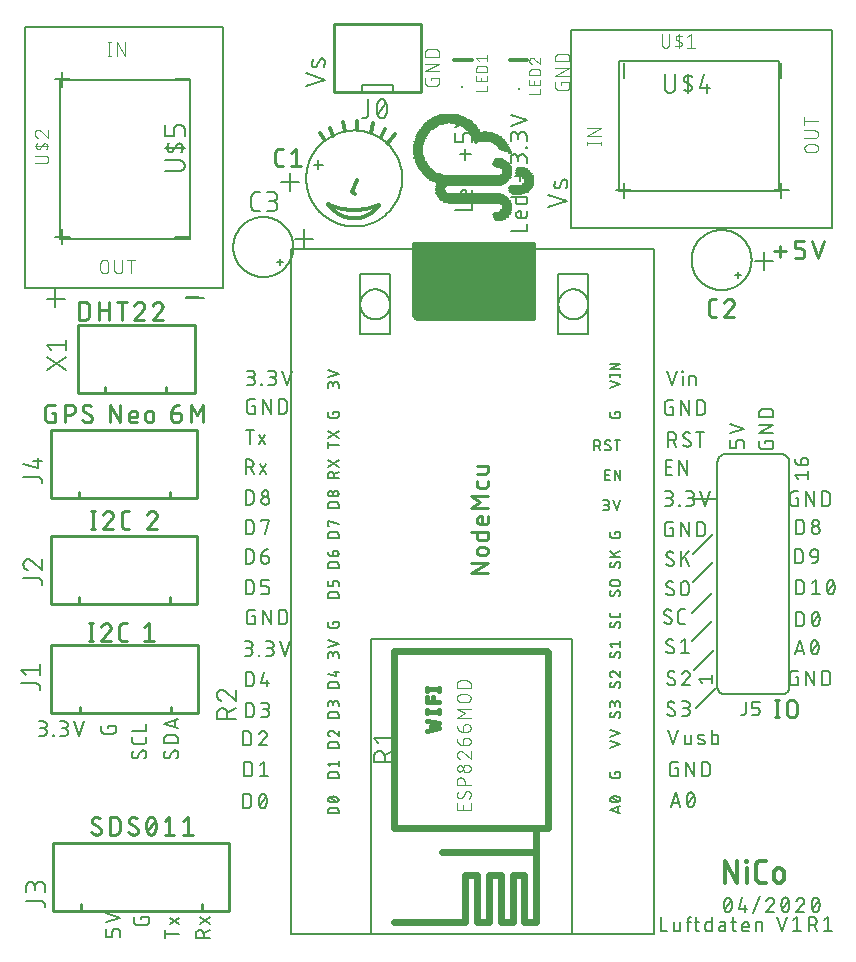
<source format=gbr>
G04 EAGLE Gerber RS-274X export*
G75*
%MOMM*%
%FSLAX36Y36*%
%LPD*%
%INSilkscreen Top*%
%IPPOS*%
%AMOC8*
5,1,8,0,0,1.08239X$1,22.5*%
G01*
%ADD10C,0.279400*%
%ADD11C,0.101600*%
%ADD12C,0.152400*%
%ADD13C,0.203200*%
%ADD14C,0.200000*%
%ADD15C,0.127000*%
%ADD16C,0.330200*%
%ADD17R,0.720000X0.060000*%
%ADD18R,0.840000X0.060000*%
%ADD19R,1.020000X0.060000*%
%ADD20R,1.080000X0.060000*%
%ADD21R,1.260000X0.060000*%
%ADD22R,1.320000X0.060000*%
%ADD23R,1.380000X0.060000*%
%ADD24R,1.440000X0.060000*%
%ADD25R,0.960000X0.060000*%
%ADD26R,0.900000X0.060000*%
%ADD27R,5.460000X0.060000*%
%ADD28R,5.640000X0.060000*%
%ADD29R,5.760000X0.060000*%
%ADD30R,5.880000X0.060000*%
%ADD31R,6.000000X0.060000*%
%ADD32R,5.940000X0.060000*%
%ADD33R,5.820000X0.060000*%
%ADD34R,5.700000X0.060000*%
%ADD35R,5.580000X0.060000*%
%ADD36R,1.620000X0.060000*%
%ADD37R,1.680000X0.060000*%
%ADD38R,1.800000X0.060000*%
%ADD39R,1.860000X0.060000*%
%ADD40R,1.920000X0.060000*%
%ADD41R,1.980000X0.060000*%
%ADD42R,2.040000X0.060000*%
%ADD43R,6.180000X0.060000*%
%ADD44R,6.360000X0.060000*%
%ADD45R,6.540000X0.060000*%
%ADD46R,6.720000X0.060000*%
%ADD47R,6.840000X0.060000*%
%ADD48R,7.020000X0.060000*%
%ADD49R,7.080000X0.060000*%
%ADD50R,7.200000X0.060000*%
%ADD51R,7.260000X0.060000*%
%ADD52R,7.380000X0.060000*%
%ADD53R,1.500000X0.060000*%
%ADD54R,1.200000X0.060000*%
%ADD55R,1.140000X0.060000*%
%ADD56R,0.780000X0.060000*%
%ADD57R,0.600000X0.060000*%
%ADD58R,0.660000X0.060000*%
%ADD59R,0.360000X0.060000*%
%ADD60R,0.180000X0.060000*%
%ADD61R,0.300000X0.060000*%
%ADD62R,0.420000X0.060000*%
%ADD63R,1.560000X0.060000*%
%ADD64R,2.700000X0.060000*%
%ADD65R,2.640000X0.060000*%
%ADD66R,2.580000X0.060000*%
%ADD67R,2.520000X0.060000*%
%ADD68R,2.460000X0.060000*%
%ADD69R,2.400000X0.060000*%
%ADD70R,2.340000X0.060000*%
%ADD71R,2.220000X0.060000*%
%ADD72R,2.160000X0.060000*%
%ADD73R,2.100000X0.060000*%
%ADD74R,4.140000X0.060000*%
%ADD75R,3.900000X0.060000*%
%ADD76R,3.780000X0.060000*%
%ADD77R,3.660000X0.060000*%
%ADD78R,3.420000X0.060000*%
%ADD79R,3.300000X0.060000*%
%ADD80R,3.060000X0.060000*%
%ADD81R,2.940000X0.060000*%
%ADD82C,0.304800*%
%ADD83C,0.609600*%
%ADD84C,0.431800*%
%ADD85C,0.228600*%
%ADD86C,0.254000*%
%ADD87C,0.177800*%
%ADD88R,0.200000X0.200000*%
%ADD89C,0.076200*%

G36*
X44256459Y53517659D02*
X44256459Y53517659D01*
X44263003Y53517847D01*
X44267409Y53519628D01*
X44272097Y53520469D01*
X44277750Y53523803D01*
X44283819Y53526256D01*
X44287331Y53529459D01*
X44291431Y53531878D01*
X44295559Y53536959D01*
X44300409Y53541381D01*
X44302594Y53545619D01*
X44305588Y53549303D01*
X44307688Y53555503D01*
X44310697Y53561338D01*
X44311516Y53566794D01*
X44312794Y53570563D01*
X44312681Y53574541D01*
X44313500Y53580000D01*
X44313500Y59930000D01*
X44312341Y59936459D01*
X44312153Y59943003D01*
X44310372Y59947409D01*
X44309531Y59952097D01*
X44306197Y59957750D01*
X44303744Y59963819D01*
X44300541Y59967331D01*
X44298122Y59971431D01*
X44293041Y59975559D01*
X44288619Y59980409D01*
X44284381Y59982594D01*
X44280697Y59985588D01*
X44274497Y59987688D01*
X44268663Y59990697D01*
X44263206Y59991516D01*
X44259438Y59992794D01*
X44255459Y59992681D01*
X44250000Y59993500D01*
X34090000Y59993500D01*
X34083541Y59992341D01*
X34076997Y59992153D01*
X34072591Y59990372D01*
X34067903Y59989531D01*
X34062250Y59986197D01*
X34056181Y59983744D01*
X34052669Y59980541D01*
X34048569Y59978122D01*
X34044441Y59973041D01*
X34039591Y59968619D01*
X34037406Y59964381D01*
X34034413Y59960697D01*
X34032313Y59954497D01*
X34029303Y59948663D01*
X34028484Y59943206D01*
X34027206Y59939438D01*
X34027319Y59935459D01*
X34026500Y59930000D01*
X34026500Y53580000D01*
X34027659Y53573541D01*
X34027847Y53566997D01*
X34029628Y53562591D01*
X34030469Y53557903D01*
X34033803Y53552250D01*
X34036256Y53546181D01*
X34039459Y53542669D01*
X34041878Y53538569D01*
X34046959Y53534441D01*
X34051381Y53529591D01*
X34055619Y53527406D01*
X34059303Y53524413D01*
X34065503Y53522313D01*
X34071338Y53519303D01*
X34076794Y53518484D01*
X34080563Y53517206D01*
X34084541Y53517319D01*
X34090000Y53516500D01*
X44250000Y53516500D01*
X44256459Y53517659D01*
G37*
D10*
X64539700Y59322488D02*
X65538766Y59322488D01*
X65039231Y59822022D02*
X65039231Y58822953D01*
X66290288Y58739700D02*
X66789819Y58739700D01*
X66797866Y58739797D01*
X66805908Y58740089D01*
X66813941Y58740575D01*
X66821960Y58741255D01*
X66829960Y58742128D01*
X66837937Y58743195D01*
X66845885Y58744454D01*
X66853801Y58745904D01*
X66861680Y58747546D01*
X66869516Y58749377D01*
X66877306Y58751397D01*
X66885045Y58753605D01*
X66892728Y58755999D01*
X66900351Y58758578D01*
X66907910Y58761341D01*
X66915399Y58764286D01*
X66922816Y58767410D01*
X66930154Y58770713D01*
X66937411Y58774192D01*
X66944581Y58777846D01*
X66951662Y58781672D01*
X66958647Y58785667D01*
X66965534Y58789831D01*
X66972319Y58794159D01*
X66978996Y58798650D01*
X66985564Y58803302D01*
X66992017Y58808110D01*
X66998352Y58813073D01*
X67004565Y58818188D01*
X67010653Y58823452D01*
X67016611Y58828861D01*
X67022438Y58834412D01*
X67028128Y58840103D01*
X67033679Y58845929D01*
X67039088Y58851888D01*
X67044352Y58857976D01*
X67049466Y58864189D01*
X67054430Y58870524D01*
X67059238Y58876977D01*
X67063889Y58883544D01*
X67068381Y58890222D01*
X67072709Y58897006D01*
X67076872Y58903894D01*
X67080868Y58910879D01*
X67084694Y58917959D01*
X67088347Y58925130D01*
X67091826Y58932386D01*
X67095129Y58939725D01*
X67098254Y58947141D01*
X67101198Y58954631D01*
X67103961Y58962190D01*
X67106540Y58969813D01*
X67108934Y58977496D01*
X67111142Y58985235D01*
X67113162Y58993025D01*
X67114993Y59000861D01*
X67116634Y59008740D01*
X67118085Y59016656D01*
X67119344Y59024604D01*
X67120410Y59032581D01*
X67121284Y59040581D01*
X67121963Y59048600D01*
X67122449Y59056633D01*
X67122741Y59064675D01*
X67122838Y59072722D01*
X67122841Y59072722D02*
X67122841Y59239231D01*
X67122744Y59247278D01*
X67122452Y59255320D01*
X67121966Y59263353D01*
X67121286Y59271372D01*
X67120413Y59279372D01*
X67119346Y59287349D01*
X67118087Y59295298D01*
X67116637Y59303213D01*
X67114995Y59311092D01*
X67113164Y59318928D01*
X67111144Y59326718D01*
X67108936Y59334457D01*
X67106542Y59342140D01*
X67103963Y59349764D01*
X67101200Y59357322D01*
X67098256Y59364812D01*
X67095131Y59372228D01*
X67091828Y59379567D01*
X67088349Y59386824D01*
X67084695Y59393994D01*
X67080870Y59401074D01*
X67076874Y59408060D01*
X67072711Y59414947D01*
X67068382Y59421731D01*
X67063891Y59428409D01*
X67059239Y59434976D01*
X67054431Y59441429D01*
X67049468Y59447764D01*
X67044353Y59453978D01*
X67039090Y59460065D01*
X67033681Y59466024D01*
X67028129Y59471851D01*
X67022439Y59477541D01*
X67016612Y59483093D01*
X67010653Y59488502D01*
X67004566Y59493765D01*
X66998352Y59498880D01*
X66992017Y59503843D01*
X66985564Y59508651D01*
X66978997Y59513303D01*
X66972319Y59517794D01*
X66965535Y59522123D01*
X66958648Y59526286D01*
X66951662Y59530282D01*
X66944582Y59534107D01*
X66937412Y59537761D01*
X66930155Y59541240D01*
X66922816Y59544543D01*
X66915400Y59547668D01*
X66907910Y59550612D01*
X66900352Y59553375D01*
X66892728Y59555954D01*
X66885045Y59558348D01*
X66877306Y59560556D01*
X66869516Y59562576D01*
X66861680Y59564407D01*
X66853801Y59566049D01*
X66845886Y59567499D01*
X66837937Y59568758D01*
X66829960Y59569825D01*
X66821960Y59570698D01*
X66813941Y59571378D01*
X66805908Y59571864D01*
X66797866Y59572156D01*
X66789819Y59572253D01*
X66290288Y59572253D01*
X66290288Y60238300D01*
X67122841Y60238300D01*
X67770153Y60238300D02*
X68269684Y58739700D01*
X68769219Y60238300D01*
D11*
X35520091Y73815175D02*
X35520091Y74009909D01*
X36169200Y74009909D01*
X36169200Y73620444D01*
X36169124Y73614170D01*
X36168897Y73607900D01*
X36168518Y73601637D01*
X36167988Y73595385D01*
X36167307Y73589147D01*
X36166475Y73582928D01*
X36165494Y73576731D01*
X36164363Y73570559D01*
X36163083Y73564417D01*
X36161655Y73558307D01*
X36160080Y73552234D01*
X36158359Y73546200D01*
X36156492Y73540210D01*
X36154481Y73534266D01*
X36152327Y73528373D01*
X36150032Y73522534D01*
X36147596Y73516751D01*
X36145020Y73511030D01*
X36142308Y73505372D01*
X36139459Y73499781D01*
X36136477Y73494261D01*
X36133361Y73488815D01*
X36130115Y73483445D01*
X36126740Y73478156D01*
X36123239Y73472949D01*
X36119612Y73467829D01*
X36115863Y73462798D01*
X36111994Y73457859D01*
X36108006Y73453015D01*
X36103902Y73448268D01*
X36099685Y73443622D01*
X36095357Y73439080D01*
X36090920Y73434643D01*
X36086378Y73430315D01*
X36081732Y73426098D01*
X36076985Y73421994D01*
X36072141Y73418006D01*
X36067202Y73414137D01*
X36062171Y73410388D01*
X36057051Y73406761D01*
X36051844Y73403260D01*
X36046555Y73399885D01*
X36041185Y73396639D01*
X36035739Y73393523D01*
X36030219Y73390541D01*
X36024628Y73387692D01*
X36018970Y73384980D01*
X36013249Y73382404D01*
X36007466Y73379968D01*
X36001627Y73377673D01*
X35995734Y73375519D01*
X35989790Y73373508D01*
X35983800Y73371641D01*
X35977766Y73369920D01*
X35971693Y73368345D01*
X35965583Y73366917D01*
X35959441Y73365637D01*
X35953269Y73364506D01*
X35947072Y73363525D01*
X35940853Y73362693D01*
X35934615Y73362012D01*
X35928363Y73361482D01*
X35922100Y73361103D01*
X35915830Y73360876D01*
X35909556Y73360800D01*
X35260447Y73360800D01*
X35254075Y73360878D01*
X35247707Y73361113D01*
X35241346Y73361504D01*
X35234997Y73362050D01*
X35228664Y73362753D01*
X35222349Y73363610D01*
X35216057Y73364623D01*
X35209793Y73365789D01*
X35203558Y73367109D01*
X35197358Y73368581D01*
X35191196Y73370205D01*
X35185076Y73371980D01*
X35179001Y73373905D01*
X35172975Y73375978D01*
X35167002Y73378198D01*
X35161085Y73380564D01*
X35155228Y73383075D01*
X35149434Y73385728D01*
X35143707Y73388523D01*
X35138051Y73391458D01*
X35132468Y73394531D01*
X35126962Y73397740D01*
X35121537Y73401083D01*
X35116195Y73404558D01*
X35110940Y73408163D01*
X35105776Y73411896D01*
X35100704Y73415754D01*
X35095729Y73419736D01*
X35090853Y73423839D01*
X35086079Y73428060D01*
X35081410Y73432397D01*
X35076849Y73436848D01*
X35072398Y73441408D01*
X35068061Y73446077D01*
X35063840Y73450851D01*
X35059737Y73455727D01*
X35055755Y73460702D01*
X35051896Y73465774D01*
X35048163Y73470938D01*
X35044558Y73476193D01*
X35041083Y73481534D01*
X35037740Y73486960D01*
X35034531Y73492465D01*
X35031458Y73498048D01*
X35028523Y73503704D01*
X35025728Y73509431D01*
X35023074Y73515225D01*
X35020563Y73521082D01*
X35018197Y73526999D01*
X35015977Y73532972D01*
X35013904Y73538998D01*
X35011979Y73545073D01*
X35010204Y73551193D01*
X35008580Y73557355D01*
X35007107Y73563555D01*
X35005787Y73569789D01*
X35004621Y73576054D01*
X35003608Y73582346D01*
X35002750Y73588660D01*
X35002048Y73594994D01*
X35001501Y73601343D01*
X35001110Y73607704D01*
X35000875Y73614072D01*
X35000797Y73620444D01*
X35000800Y73620444D02*
X35000800Y74009909D01*
X35000800Y74579997D02*
X36169200Y74579997D01*
X36169200Y75229106D02*
X35000800Y74579997D01*
X35000800Y75229106D02*
X36169200Y75229106D01*
X36169200Y75799194D02*
X35000800Y75799194D01*
X35000800Y76123747D01*
X35000895Y76131589D01*
X35001179Y76139427D01*
X35001653Y76147256D01*
X35002315Y76155071D01*
X35003166Y76162868D01*
X35004206Y76170642D01*
X35005433Y76178388D01*
X35006846Y76186103D01*
X35008446Y76193781D01*
X35010231Y76201418D01*
X35012200Y76209010D01*
X35014352Y76216552D01*
X35016685Y76224040D01*
X35019198Y76231470D01*
X35021891Y76238836D01*
X35024760Y76246135D01*
X35027806Y76253363D01*
X35031024Y76260515D01*
X35034415Y76267587D01*
X35037976Y76274576D01*
X35041704Y76281476D01*
X35045599Y76288284D01*
X35049656Y76294996D01*
X35053875Y76301608D01*
X35058252Y76308116D01*
X35062785Y76314516D01*
X35067471Y76320805D01*
X35072308Y76326979D01*
X35077293Y76333034D01*
X35082422Y76338967D01*
X35087694Y76344775D01*
X35093104Y76350453D01*
X35098650Y76355999D01*
X35104328Y76361409D01*
X35110136Y76366681D01*
X35116069Y76371810D01*
X35122124Y76376795D01*
X35128298Y76381632D01*
X35134587Y76386318D01*
X35140987Y76390851D01*
X35147495Y76395228D01*
X35154107Y76399447D01*
X35160819Y76403504D01*
X35167627Y76407399D01*
X35174527Y76411127D01*
X35181516Y76414688D01*
X35188588Y76418079D01*
X35195740Y76421297D01*
X35202968Y76424343D01*
X35210267Y76427212D01*
X35217633Y76429905D01*
X35225063Y76432418D01*
X35232551Y76434751D01*
X35240093Y76436903D01*
X35247685Y76438872D01*
X35255322Y76440657D01*
X35263000Y76442257D01*
X35270715Y76443670D01*
X35278461Y76444897D01*
X35286235Y76445937D01*
X35294032Y76446788D01*
X35301847Y76447450D01*
X35309676Y76447924D01*
X35317514Y76448208D01*
X35325356Y76448303D01*
X35844647Y76448303D01*
X35852489Y76448208D01*
X35860327Y76447924D01*
X35868156Y76447450D01*
X35875971Y76446788D01*
X35883768Y76445937D01*
X35891542Y76444897D01*
X35899288Y76443670D01*
X35907003Y76442257D01*
X35914681Y76440657D01*
X35922318Y76438872D01*
X35929910Y76436903D01*
X35937452Y76434751D01*
X35944940Y76432418D01*
X35952369Y76429904D01*
X35959736Y76427212D01*
X35967035Y76424342D01*
X35974263Y76421297D01*
X35981415Y76418078D01*
X35988487Y76414688D01*
X35995475Y76411127D01*
X36002375Y76407398D01*
X36009183Y76403504D01*
X36015895Y76399447D01*
X36022507Y76395228D01*
X36029015Y76390851D01*
X36035415Y76386318D01*
X36041704Y76381632D01*
X36047878Y76376795D01*
X36053934Y76371810D01*
X36059867Y76366680D01*
X36065674Y76361409D01*
X36071352Y76355999D01*
X36076898Y76350453D01*
X36082308Y76344775D01*
X36087580Y76338967D01*
X36092709Y76333034D01*
X36097694Y76326979D01*
X36102531Y76320805D01*
X36107217Y76314516D01*
X36111750Y76308116D01*
X36116127Y76301607D01*
X36120345Y76294996D01*
X36124403Y76288284D01*
X36128297Y76281476D01*
X36132025Y76274575D01*
X36135586Y76267587D01*
X36138977Y76260515D01*
X36142196Y76253363D01*
X36145241Y76246135D01*
X36148110Y76238836D01*
X36150802Y76231469D01*
X36153316Y76224040D01*
X36155649Y76216552D01*
X36157801Y76209010D01*
X36159770Y76201418D01*
X36161554Y76193781D01*
X36163154Y76186103D01*
X36164568Y76178388D01*
X36165795Y76170642D01*
X36166834Y76162868D01*
X36167685Y76155071D01*
X36168348Y76147256D01*
X36168821Y76139427D01*
X36169105Y76131589D01*
X36169200Y76123747D01*
X36169200Y75799194D01*
X46550091Y73629909D02*
X46550091Y73435175D01*
X46550091Y73629909D02*
X47199200Y73629909D01*
X47199200Y73240444D01*
X47199124Y73234170D01*
X47198897Y73227900D01*
X47198518Y73221637D01*
X47197988Y73215385D01*
X47197307Y73209147D01*
X47196475Y73202928D01*
X47195494Y73196731D01*
X47194363Y73190559D01*
X47193083Y73184417D01*
X47191655Y73178307D01*
X47190080Y73172234D01*
X47188359Y73166200D01*
X47186492Y73160210D01*
X47184481Y73154266D01*
X47182327Y73148373D01*
X47180032Y73142534D01*
X47177596Y73136751D01*
X47175020Y73131030D01*
X47172308Y73125372D01*
X47169459Y73119781D01*
X47166477Y73114261D01*
X47163361Y73108815D01*
X47160115Y73103445D01*
X47156740Y73098156D01*
X47153239Y73092949D01*
X47149612Y73087829D01*
X47145863Y73082798D01*
X47141994Y73077859D01*
X47138006Y73073015D01*
X47133902Y73068268D01*
X47129685Y73063622D01*
X47125357Y73059080D01*
X47120920Y73054643D01*
X47116378Y73050315D01*
X47111732Y73046098D01*
X47106985Y73041994D01*
X47102141Y73038006D01*
X47097202Y73034137D01*
X47092171Y73030388D01*
X47087051Y73026761D01*
X47081844Y73023260D01*
X47076555Y73019885D01*
X47071185Y73016639D01*
X47065739Y73013523D01*
X47060219Y73010541D01*
X47054628Y73007692D01*
X47048970Y73004980D01*
X47043249Y73002404D01*
X47037466Y72999968D01*
X47031627Y72997673D01*
X47025734Y72995519D01*
X47019790Y72993508D01*
X47013800Y72991641D01*
X47007766Y72989920D01*
X47001693Y72988345D01*
X46995583Y72986917D01*
X46989441Y72985637D01*
X46983269Y72984506D01*
X46977072Y72983525D01*
X46970853Y72982693D01*
X46964615Y72982012D01*
X46958363Y72981482D01*
X46952100Y72981103D01*
X46945830Y72980876D01*
X46939556Y72980800D01*
X46290447Y72980800D01*
X46284075Y72980878D01*
X46277707Y72981113D01*
X46271346Y72981504D01*
X46264997Y72982050D01*
X46258664Y72982753D01*
X46252349Y72983610D01*
X46246057Y72984623D01*
X46239793Y72985789D01*
X46233558Y72987109D01*
X46227358Y72988581D01*
X46221196Y72990205D01*
X46215076Y72991980D01*
X46209001Y72993905D01*
X46202975Y72995978D01*
X46197002Y72998198D01*
X46191085Y73000564D01*
X46185228Y73003075D01*
X46179434Y73005728D01*
X46173707Y73008523D01*
X46168051Y73011458D01*
X46162468Y73014531D01*
X46156962Y73017740D01*
X46151537Y73021083D01*
X46146195Y73024558D01*
X46140940Y73028163D01*
X46135776Y73031896D01*
X46130704Y73035754D01*
X46125729Y73039736D01*
X46120853Y73043839D01*
X46116079Y73048060D01*
X46111410Y73052397D01*
X46106849Y73056848D01*
X46102398Y73061408D01*
X46098061Y73066077D01*
X46093840Y73070851D01*
X46089737Y73075727D01*
X46085755Y73080702D01*
X46081896Y73085774D01*
X46078163Y73090938D01*
X46074558Y73096193D01*
X46071083Y73101534D01*
X46067740Y73106960D01*
X46064531Y73112465D01*
X46061458Y73118048D01*
X46058523Y73123704D01*
X46055728Y73129431D01*
X46053074Y73135225D01*
X46050563Y73141082D01*
X46048197Y73146999D01*
X46045977Y73152972D01*
X46043904Y73158998D01*
X46041979Y73165073D01*
X46040204Y73171193D01*
X46038580Y73177355D01*
X46037107Y73183555D01*
X46035787Y73189789D01*
X46034621Y73196054D01*
X46033608Y73202346D01*
X46032750Y73208660D01*
X46032048Y73214994D01*
X46031501Y73221343D01*
X46031110Y73227704D01*
X46030875Y73234072D01*
X46030797Y73240444D01*
X46030800Y73240444D02*
X46030800Y73629909D01*
X46030800Y74199997D02*
X47199200Y74199997D01*
X47199200Y74849106D02*
X46030800Y74199997D01*
X46030800Y74849106D02*
X47199200Y74849106D01*
X47199200Y75419194D02*
X46030800Y75419194D01*
X46030800Y75743747D01*
X46030895Y75751589D01*
X46031179Y75759427D01*
X46031653Y75767256D01*
X46032315Y75775071D01*
X46033166Y75782868D01*
X46034206Y75790642D01*
X46035433Y75798388D01*
X46036846Y75806103D01*
X46038446Y75813781D01*
X46040231Y75821418D01*
X46042200Y75829010D01*
X46044352Y75836552D01*
X46046685Y75844040D01*
X46049198Y75851470D01*
X46051891Y75858836D01*
X46054760Y75866135D01*
X46057806Y75873363D01*
X46061024Y75880515D01*
X46064415Y75887587D01*
X46067976Y75894576D01*
X46071704Y75901476D01*
X46075599Y75908284D01*
X46079656Y75914996D01*
X46083875Y75921608D01*
X46088252Y75928116D01*
X46092785Y75934516D01*
X46097471Y75940805D01*
X46102308Y75946979D01*
X46107293Y75953034D01*
X46112422Y75958967D01*
X46117694Y75964775D01*
X46123104Y75970453D01*
X46128650Y75975999D01*
X46134328Y75981409D01*
X46140136Y75986681D01*
X46146069Y75991810D01*
X46152124Y75996795D01*
X46158298Y76001632D01*
X46164587Y76006318D01*
X46170987Y76010851D01*
X46177495Y76015228D01*
X46184107Y76019447D01*
X46190819Y76023504D01*
X46197627Y76027399D01*
X46204527Y76031127D01*
X46211516Y76034688D01*
X46218588Y76038079D01*
X46225740Y76041297D01*
X46232968Y76044343D01*
X46240267Y76047212D01*
X46247633Y76049905D01*
X46255063Y76052418D01*
X46262551Y76054751D01*
X46270093Y76056903D01*
X46277685Y76058872D01*
X46285322Y76060657D01*
X46293000Y76062257D01*
X46300715Y76063670D01*
X46308461Y76064897D01*
X46316235Y76065937D01*
X46324032Y76066788D01*
X46331847Y76067450D01*
X46339676Y76067924D01*
X46347514Y76068208D01*
X46355356Y76068303D01*
X46874647Y76068303D01*
X46882489Y76068208D01*
X46890327Y76067924D01*
X46898156Y76067450D01*
X46905971Y76066788D01*
X46913768Y76065937D01*
X46921542Y76064897D01*
X46929288Y76063670D01*
X46937003Y76062257D01*
X46944681Y76060657D01*
X46952318Y76058872D01*
X46959910Y76056903D01*
X46967452Y76054751D01*
X46974940Y76052418D01*
X46982369Y76049904D01*
X46989736Y76047212D01*
X46997035Y76044342D01*
X47004263Y76041297D01*
X47011415Y76038078D01*
X47018487Y76034688D01*
X47025475Y76031127D01*
X47032375Y76027398D01*
X47039183Y76023504D01*
X47045895Y76019447D01*
X47052507Y76015228D01*
X47059015Y76010851D01*
X47065415Y76006318D01*
X47071704Y76001632D01*
X47077878Y75996795D01*
X47083934Y75991810D01*
X47089867Y75986680D01*
X47095674Y75981409D01*
X47101352Y75975999D01*
X47106898Y75970453D01*
X47112308Y75964775D01*
X47117580Y75958967D01*
X47122709Y75953034D01*
X47127694Y75946979D01*
X47132531Y75940805D01*
X47137217Y75934516D01*
X47141750Y75928116D01*
X47146127Y75921607D01*
X47150345Y75914996D01*
X47154403Y75908284D01*
X47158297Y75901476D01*
X47162025Y75894575D01*
X47165586Y75887587D01*
X47168977Y75880515D01*
X47172196Y75873363D01*
X47175241Y75866135D01*
X47178110Y75858836D01*
X47180802Y75851469D01*
X47183316Y75844040D01*
X47185649Y75836552D01*
X47187801Y75829010D01*
X47189770Y75821418D01*
X47191554Y75813781D01*
X47193154Y75806103D01*
X47194568Y75798388D01*
X47195795Y75790642D01*
X47196834Y75782868D01*
X47197685Y75775071D01*
X47198348Y75767256D01*
X47198821Y75759427D01*
X47199105Y75751589D01*
X47199200Y75743747D01*
X47199200Y75419194D01*
D12*
X15823800Y55430375D02*
X14740069Y55430375D01*
D10*
X6706209Y27838300D02*
X6706209Y26339700D01*
X6539700Y26339700D02*
X6872722Y26339700D01*
X6872722Y27838300D02*
X6539700Y27838300D01*
X7998334Y27838300D02*
X8007387Y27838191D01*
X8016435Y27837862D01*
X8025472Y27837316D01*
X8034493Y27836551D01*
X8043493Y27835568D01*
X8052467Y27834369D01*
X8061409Y27832952D01*
X8070314Y27831320D01*
X8079178Y27829474D01*
X8087994Y27827413D01*
X8096757Y27825141D01*
X8105464Y27822657D01*
X8114107Y27819963D01*
X8122683Y27817062D01*
X8131187Y27813954D01*
X8139613Y27810641D01*
X8147956Y27807126D01*
X8156212Y27803410D01*
X8164376Y27799496D01*
X8172443Y27795386D01*
X8180408Y27791082D01*
X8188267Y27786587D01*
X8196014Y27781903D01*
X8203647Y27777034D01*
X8211159Y27771981D01*
X8218548Y27766748D01*
X8225807Y27761339D01*
X8232934Y27755755D01*
X8239924Y27750001D01*
X8246773Y27744080D01*
X8253477Y27737994D01*
X8260031Y27731749D01*
X8266433Y27725347D01*
X8272678Y27718793D01*
X8278764Y27712089D01*
X8284685Y27705240D01*
X8290439Y27698250D01*
X8296023Y27691123D01*
X8301432Y27683864D01*
X8306665Y27676475D01*
X8311718Y27668963D01*
X8316587Y27661330D01*
X8321271Y27653583D01*
X8325766Y27645724D01*
X8330070Y27637759D01*
X8334180Y27629692D01*
X8338094Y27621528D01*
X8341810Y27613272D01*
X8345325Y27604929D01*
X8348638Y27596503D01*
X8351746Y27587999D01*
X8354647Y27579423D01*
X8357341Y27570780D01*
X8359825Y27562073D01*
X8362097Y27553310D01*
X8364158Y27544494D01*
X8366004Y27535630D01*
X8367636Y27526725D01*
X8369053Y27517783D01*
X8370252Y27508809D01*
X8371235Y27499809D01*
X8372000Y27490788D01*
X8372546Y27481751D01*
X8372875Y27472703D01*
X8372984Y27463650D01*
X7998334Y27838300D02*
X7986695Y27838159D01*
X7975062Y27837737D01*
X7963443Y27837034D01*
X7951844Y27836050D01*
X7940273Y27834785D01*
X7928736Y27833241D01*
X7917239Y27831419D01*
X7905790Y27829319D01*
X7894395Y27826943D01*
X7883060Y27824292D01*
X7871793Y27821368D01*
X7860600Y27818172D01*
X7849488Y27814707D01*
X7838463Y27810973D01*
X7827531Y27806975D01*
X7816699Y27802713D01*
X7805973Y27798190D01*
X7795360Y27793409D01*
X7784865Y27788373D01*
X7774496Y27783085D01*
X7764257Y27777547D01*
X7754155Y27771764D01*
X7744196Y27765738D01*
X7734386Y27759473D01*
X7724730Y27752972D01*
X7715234Y27746240D01*
X7705904Y27739280D01*
X7696744Y27732097D01*
X7687761Y27724694D01*
X7678960Y27717076D01*
X7670346Y27709247D01*
X7661923Y27701213D01*
X7653697Y27692977D01*
X7645673Y27684545D01*
X7637854Y27675921D01*
X7630247Y27667110D01*
X7622855Y27658118D01*
X7615683Y27648950D01*
X7608734Y27639612D01*
X7602014Y27630107D01*
X7595525Y27620444D01*
X7589271Y27610626D01*
X7583257Y27600660D01*
X7577486Y27590551D01*
X7571961Y27580305D01*
X7566685Y27569929D01*
X7561662Y27559429D01*
X7556894Y27548810D01*
X7552384Y27538079D01*
X7548135Y27527242D01*
X7544149Y27516305D01*
X7540429Y27505275D01*
X8248104Y27172252D02*
X8255170Y27179149D01*
X8262065Y27186218D01*
X8268784Y27193453D01*
X8275324Y27200852D01*
X8281680Y27208408D01*
X8287849Y27216118D01*
X8293827Y27223978D01*
X8299610Y27231981D01*
X8305195Y27240124D01*
X8310579Y27248402D01*
X8315758Y27256809D01*
X8320729Y27265341D01*
X8325489Y27273992D01*
X8330036Y27282757D01*
X8334366Y27291631D01*
X8338477Y27300609D01*
X8342367Y27309685D01*
X8346032Y27318854D01*
X8349472Y27328109D01*
X8352683Y27337447D01*
X8355665Y27346860D01*
X8358414Y27356344D01*
X8360931Y27365892D01*
X8363212Y27375500D01*
X8365256Y27385160D01*
X8367063Y27394868D01*
X8368631Y27404617D01*
X8369960Y27414401D01*
X8371048Y27424215D01*
X8371895Y27434053D01*
X8372500Y27443909D01*
X8372864Y27453776D01*
X8372985Y27463650D01*
X8248103Y27172253D02*
X7540431Y26339700D01*
X8372984Y26339700D01*
X9430622Y26339700D02*
X9763644Y26339700D01*
X9430622Y26339700D02*
X9422575Y26339797D01*
X9414533Y26340089D01*
X9406500Y26340575D01*
X9398481Y26341255D01*
X9390481Y26342128D01*
X9382504Y26343195D01*
X9374555Y26344454D01*
X9366640Y26345904D01*
X9358761Y26347546D01*
X9350925Y26349377D01*
X9343135Y26351397D01*
X9335396Y26353605D01*
X9327713Y26355999D01*
X9320089Y26358578D01*
X9312531Y26361341D01*
X9305041Y26364285D01*
X9297625Y26367410D01*
X9290286Y26370713D01*
X9283029Y26374192D01*
X9275859Y26377846D01*
X9268779Y26381671D01*
X9261793Y26385667D01*
X9254906Y26389830D01*
X9248122Y26394159D01*
X9241444Y26398650D01*
X9234877Y26403302D01*
X9228424Y26408110D01*
X9222089Y26413073D01*
X9215875Y26418188D01*
X9209788Y26423451D01*
X9203829Y26428860D01*
X9198002Y26434412D01*
X9192312Y26440102D01*
X9186760Y26445929D01*
X9181351Y26451888D01*
X9176088Y26457975D01*
X9170973Y26464189D01*
X9166010Y26470524D01*
X9161202Y26476977D01*
X9156550Y26483544D01*
X9152059Y26490222D01*
X9147730Y26497006D01*
X9143567Y26503893D01*
X9139571Y26510879D01*
X9135746Y26517959D01*
X9132092Y26525129D01*
X9128613Y26532386D01*
X9125310Y26539725D01*
X9122185Y26547141D01*
X9119241Y26554631D01*
X9116478Y26562189D01*
X9113899Y26569813D01*
X9111505Y26577496D01*
X9109297Y26585235D01*
X9107277Y26593025D01*
X9105446Y26600861D01*
X9103804Y26608740D01*
X9102354Y26616655D01*
X9101095Y26624604D01*
X9100028Y26632581D01*
X9099155Y26640581D01*
X9098475Y26648600D01*
X9097989Y26656633D01*
X9097697Y26664675D01*
X9097600Y26672722D01*
X9097600Y27505275D01*
X9097700Y27513448D01*
X9098001Y27521616D01*
X9098502Y27529774D01*
X9099204Y27537917D01*
X9100104Y27546041D01*
X9101204Y27554140D01*
X9102503Y27562209D01*
X9103999Y27570245D01*
X9105692Y27578241D01*
X9107580Y27586193D01*
X9109663Y27594096D01*
X9111940Y27601946D01*
X9114408Y27609738D01*
X9117067Y27617467D01*
X9119915Y27625128D01*
X9122950Y27632717D01*
X9126170Y27640230D01*
X9129574Y27647661D01*
X9133159Y27655006D01*
X9136923Y27662261D01*
X9140864Y27669422D01*
X9144979Y27676483D01*
X9149267Y27683442D01*
X9153724Y27690293D01*
X9158348Y27697033D01*
X9163136Y27703657D01*
X9168085Y27710161D01*
X9173192Y27716543D01*
X9178455Y27722797D01*
X9183869Y27728920D01*
X9189432Y27734908D01*
X9195140Y27740758D01*
X9200990Y27746466D01*
X9206978Y27752029D01*
X9213101Y27757443D01*
X9219355Y27762706D01*
X9225736Y27767813D01*
X9232241Y27772762D01*
X9238865Y27777550D01*
X9245605Y27782174D01*
X9252456Y27786631D01*
X9259414Y27790919D01*
X9266476Y27795035D01*
X9273636Y27798976D01*
X9280891Y27802740D01*
X9288236Y27806325D01*
X9295667Y27809729D01*
X9303180Y27812949D01*
X9310769Y27815984D01*
X9318430Y27818832D01*
X9326159Y27821491D01*
X9333951Y27823959D01*
X9341800Y27826236D01*
X9349704Y27828319D01*
X9357656Y27830208D01*
X9365652Y27831900D01*
X9373688Y27833397D01*
X9381757Y27834695D01*
X9389856Y27835795D01*
X9397980Y27836696D01*
X9406123Y27837397D01*
X9414281Y27837899D01*
X9422449Y27838200D01*
X9430622Y27838300D01*
X9763644Y27838300D01*
X11239819Y27505275D02*
X11656094Y27838300D01*
X11656094Y26339700D01*
X11239819Y26339700D02*
X12072372Y26339700D01*
X6906209Y35839700D02*
X6906209Y37338300D01*
X6739700Y35839700D02*
X7072722Y35839700D01*
X7072722Y37338300D02*
X6739700Y37338300D01*
X8198334Y37338300D02*
X8207387Y37338191D01*
X8216435Y37337862D01*
X8225472Y37337316D01*
X8234493Y37336551D01*
X8243493Y37335568D01*
X8252467Y37334369D01*
X8261409Y37332952D01*
X8270314Y37331320D01*
X8279178Y37329474D01*
X8287994Y37327413D01*
X8296757Y37325141D01*
X8305464Y37322657D01*
X8314107Y37319963D01*
X8322683Y37317062D01*
X8331187Y37313954D01*
X8339613Y37310641D01*
X8347956Y37307126D01*
X8356212Y37303410D01*
X8364376Y37299496D01*
X8372443Y37295386D01*
X8380408Y37291082D01*
X8388267Y37286587D01*
X8396014Y37281903D01*
X8403647Y37277034D01*
X8411159Y37271981D01*
X8418548Y37266748D01*
X8425807Y37261339D01*
X8432934Y37255755D01*
X8439924Y37250001D01*
X8446773Y37244080D01*
X8453477Y37237994D01*
X8460031Y37231749D01*
X8466433Y37225347D01*
X8472678Y37218793D01*
X8478764Y37212089D01*
X8484685Y37205240D01*
X8490439Y37198250D01*
X8496023Y37191123D01*
X8501432Y37183864D01*
X8506665Y37176475D01*
X8511718Y37168963D01*
X8516587Y37161330D01*
X8521271Y37153583D01*
X8525766Y37145724D01*
X8530070Y37137759D01*
X8534180Y37129692D01*
X8538094Y37121528D01*
X8541810Y37113272D01*
X8545325Y37104929D01*
X8548638Y37096503D01*
X8551746Y37087999D01*
X8554647Y37079423D01*
X8557341Y37070780D01*
X8559825Y37062073D01*
X8562097Y37053310D01*
X8564158Y37044494D01*
X8566004Y37035630D01*
X8567636Y37026725D01*
X8569053Y37017783D01*
X8570252Y37008809D01*
X8571235Y36999809D01*
X8572000Y36990788D01*
X8572546Y36981751D01*
X8572875Y36972703D01*
X8572984Y36963650D01*
X8198334Y37338300D02*
X8186695Y37338159D01*
X8175062Y37337737D01*
X8163443Y37337034D01*
X8151844Y37336050D01*
X8140273Y37334785D01*
X8128736Y37333241D01*
X8117239Y37331419D01*
X8105790Y37329319D01*
X8094395Y37326943D01*
X8083060Y37324292D01*
X8071793Y37321368D01*
X8060600Y37318172D01*
X8049488Y37314707D01*
X8038463Y37310973D01*
X8027531Y37306975D01*
X8016699Y37302713D01*
X8005973Y37298190D01*
X7995360Y37293409D01*
X7984865Y37288373D01*
X7974496Y37283085D01*
X7964257Y37277547D01*
X7954155Y37271764D01*
X7944196Y37265738D01*
X7934386Y37259473D01*
X7924730Y37252972D01*
X7915234Y37246240D01*
X7905904Y37239280D01*
X7896744Y37232097D01*
X7887761Y37224694D01*
X7878960Y37217076D01*
X7870346Y37209247D01*
X7861923Y37201213D01*
X7853697Y37192977D01*
X7845673Y37184545D01*
X7837854Y37175921D01*
X7830247Y37167110D01*
X7822855Y37158118D01*
X7815683Y37148950D01*
X7808734Y37139612D01*
X7802014Y37130107D01*
X7795525Y37120444D01*
X7789271Y37110626D01*
X7783257Y37100660D01*
X7777486Y37090551D01*
X7771961Y37080305D01*
X7766685Y37069929D01*
X7761662Y37059429D01*
X7756894Y37048810D01*
X7752384Y37038079D01*
X7748135Y37027242D01*
X7744149Y37016305D01*
X7740429Y37005275D01*
X8448104Y36672252D02*
X8455170Y36679149D01*
X8462065Y36686218D01*
X8468784Y36693453D01*
X8475324Y36700852D01*
X8481680Y36708408D01*
X8487849Y36716118D01*
X8493827Y36723978D01*
X8499610Y36731981D01*
X8505195Y36740124D01*
X8510579Y36748402D01*
X8515758Y36756809D01*
X8520729Y36765341D01*
X8525489Y36773992D01*
X8530036Y36782757D01*
X8534366Y36791631D01*
X8538477Y36800609D01*
X8542367Y36809685D01*
X8546032Y36818854D01*
X8549472Y36828109D01*
X8552683Y36837447D01*
X8555665Y36846860D01*
X8558414Y36856344D01*
X8560931Y36865892D01*
X8563212Y36875500D01*
X8565256Y36885160D01*
X8567063Y36894868D01*
X8568631Y36904617D01*
X8569960Y36914401D01*
X8571048Y36924215D01*
X8571895Y36934053D01*
X8572500Y36943909D01*
X8572864Y36953776D01*
X8572985Y36963650D01*
X8448103Y36672253D02*
X7740431Y35839700D01*
X8572984Y35839700D01*
X9630622Y35839700D02*
X9963644Y35839700D01*
X9630622Y35839700D02*
X9622575Y35839797D01*
X9614533Y35840089D01*
X9606500Y35840575D01*
X9598481Y35841255D01*
X9590481Y35842128D01*
X9582504Y35843195D01*
X9574555Y35844454D01*
X9566640Y35845904D01*
X9558761Y35847546D01*
X9550925Y35849377D01*
X9543135Y35851397D01*
X9535396Y35853605D01*
X9527713Y35855999D01*
X9520089Y35858578D01*
X9512531Y35861341D01*
X9505041Y35864285D01*
X9497625Y35867410D01*
X9490286Y35870713D01*
X9483029Y35874192D01*
X9475859Y35877846D01*
X9468779Y35881671D01*
X9461793Y35885667D01*
X9454906Y35889830D01*
X9448122Y35894159D01*
X9441444Y35898650D01*
X9434877Y35903302D01*
X9428424Y35908110D01*
X9422089Y35913073D01*
X9415875Y35918188D01*
X9409788Y35923451D01*
X9403829Y35928860D01*
X9398002Y35934412D01*
X9392312Y35940102D01*
X9386760Y35945929D01*
X9381351Y35951888D01*
X9376088Y35957975D01*
X9370973Y35964189D01*
X9366010Y35970524D01*
X9361202Y35976977D01*
X9356550Y35983544D01*
X9352059Y35990222D01*
X9347730Y35997006D01*
X9343567Y36003893D01*
X9339571Y36010879D01*
X9335746Y36017959D01*
X9332092Y36025129D01*
X9328613Y36032386D01*
X9325310Y36039725D01*
X9322185Y36047141D01*
X9319241Y36054631D01*
X9316478Y36062189D01*
X9313899Y36069813D01*
X9311505Y36077496D01*
X9309297Y36085235D01*
X9307277Y36093025D01*
X9305446Y36100861D01*
X9303804Y36108740D01*
X9302354Y36116655D01*
X9301095Y36124604D01*
X9300028Y36132581D01*
X9299155Y36140581D01*
X9298475Y36148600D01*
X9297989Y36156633D01*
X9297697Y36164675D01*
X9297600Y36172722D01*
X9297600Y37005275D01*
X9297700Y37013448D01*
X9298001Y37021616D01*
X9298502Y37029774D01*
X9299204Y37037917D01*
X9300104Y37046041D01*
X9301204Y37054140D01*
X9302503Y37062209D01*
X9303999Y37070245D01*
X9305692Y37078241D01*
X9307580Y37086193D01*
X9309663Y37094096D01*
X9311940Y37101946D01*
X9314408Y37109738D01*
X9317067Y37117467D01*
X9319915Y37125128D01*
X9322950Y37132717D01*
X9326170Y37140230D01*
X9329574Y37147661D01*
X9333159Y37155006D01*
X9336923Y37162261D01*
X9340864Y37169422D01*
X9344979Y37176483D01*
X9349267Y37183442D01*
X9353724Y37190293D01*
X9358348Y37197033D01*
X9363136Y37203657D01*
X9368085Y37210161D01*
X9373192Y37216543D01*
X9378455Y37222797D01*
X9383869Y37228920D01*
X9389432Y37234908D01*
X9395140Y37240758D01*
X9400990Y37246466D01*
X9406978Y37252029D01*
X9413101Y37257443D01*
X9419355Y37262706D01*
X9425736Y37267813D01*
X9432241Y37272762D01*
X9438865Y37277550D01*
X9445605Y37282174D01*
X9452456Y37286631D01*
X9459414Y37290919D01*
X9466476Y37295035D01*
X9473636Y37298976D01*
X9480891Y37302740D01*
X9488236Y37306325D01*
X9495667Y37309729D01*
X9503180Y37312949D01*
X9510769Y37315984D01*
X9518430Y37318832D01*
X9526159Y37321491D01*
X9533951Y37323959D01*
X9541800Y37326236D01*
X9549704Y37328319D01*
X9557656Y37330208D01*
X9565652Y37331900D01*
X9573688Y37333397D01*
X9581757Y37334695D01*
X9589856Y37335795D01*
X9597980Y37336696D01*
X9606123Y37337397D01*
X9614281Y37337899D01*
X9622449Y37338200D01*
X9630622Y37338300D01*
X9963644Y37338300D01*
X11897722Y37338300D02*
X11906775Y37338191D01*
X11915823Y37337862D01*
X11924860Y37337316D01*
X11933881Y37336551D01*
X11942881Y37335568D01*
X11951855Y37334369D01*
X11960797Y37332952D01*
X11969702Y37331320D01*
X11978566Y37329474D01*
X11987382Y37327413D01*
X11996145Y37325141D01*
X12004852Y37322657D01*
X12013495Y37319963D01*
X12022071Y37317062D01*
X12030575Y37313954D01*
X12039001Y37310641D01*
X12047344Y37307126D01*
X12055600Y37303410D01*
X12063764Y37299496D01*
X12071831Y37295386D01*
X12079796Y37291082D01*
X12087655Y37286587D01*
X12095402Y37281903D01*
X12103035Y37277034D01*
X12110547Y37271981D01*
X12117936Y37266748D01*
X12125195Y37261339D01*
X12132322Y37255755D01*
X12139312Y37250001D01*
X12146161Y37244080D01*
X12152865Y37237994D01*
X12159419Y37231749D01*
X12165821Y37225347D01*
X12172066Y37218793D01*
X12178152Y37212089D01*
X12184073Y37205240D01*
X12189827Y37198250D01*
X12195411Y37191123D01*
X12200820Y37183864D01*
X12206053Y37176475D01*
X12211106Y37168963D01*
X12215975Y37161330D01*
X12220659Y37153583D01*
X12225154Y37145724D01*
X12229458Y37137759D01*
X12233568Y37129692D01*
X12237482Y37121528D01*
X12241198Y37113272D01*
X12244713Y37104929D01*
X12248026Y37096503D01*
X12251134Y37087999D01*
X12254035Y37079423D01*
X12256729Y37070780D01*
X12259213Y37062073D01*
X12261485Y37053310D01*
X12263546Y37044494D01*
X12265392Y37035630D01*
X12267024Y37026725D01*
X12268441Y37017783D01*
X12269640Y37008809D01*
X12270623Y36999809D01*
X12271388Y36990788D01*
X12271934Y36981751D01*
X12272263Y36972703D01*
X12272372Y36963650D01*
X11897722Y37338300D02*
X11886083Y37338159D01*
X11874450Y37337737D01*
X11862831Y37337034D01*
X11851232Y37336050D01*
X11839661Y37334785D01*
X11828124Y37333241D01*
X11816627Y37331419D01*
X11805178Y37329319D01*
X11793783Y37326943D01*
X11782448Y37324292D01*
X11771181Y37321368D01*
X11759988Y37318172D01*
X11748876Y37314707D01*
X11737851Y37310973D01*
X11726919Y37306975D01*
X11716087Y37302713D01*
X11705361Y37298190D01*
X11694748Y37293409D01*
X11684253Y37288373D01*
X11673884Y37283085D01*
X11663645Y37277547D01*
X11653543Y37271764D01*
X11643584Y37265738D01*
X11633774Y37259473D01*
X11624118Y37252972D01*
X11614622Y37246240D01*
X11605292Y37239280D01*
X11596132Y37232097D01*
X11587149Y37224694D01*
X11578348Y37217076D01*
X11569734Y37209247D01*
X11561311Y37201213D01*
X11553085Y37192977D01*
X11545061Y37184545D01*
X11537242Y37175921D01*
X11529635Y37167110D01*
X11522243Y37158118D01*
X11515071Y37148950D01*
X11508122Y37139612D01*
X11501402Y37130107D01*
X11494913Y37120444D01*
X11488659Y37110626D01*
X11482645Y37100660D01*
X11476874Y37090551D01*
X11471349Y37080305D01*
X11466073Y37069929D01*
X11461050Y37059429D01*
X11456282Y37048810D01*
X11451772Y37038079D01*
X11447523Y37027242D01*
X11443537Y37016305D01*
X11439817Y37005275D01*
X12147491Y36672252D02*
X12154557Y36679149D01*
X12161452Y36686218D01*
X12168171Y36693453D01*
X12174711Y36700852D01*
X12181067Y36708408D01*
X12187236Y36716118D01*
X12193214Y36723978D01*
X12198997Y36731981D01*
X12204582Y36740124D01*
X12209966Y36748402D01*
X12215145Y36756809D01*
X12220116Y36765341D01*
X12224876Y36773992D01*
X12229423Y36782757D01*
X12233753Y36791631D01*
X12237864Y36800609D01*
X12241754Y36809685D01*
X12245419Y36818854D01*
X12248859Y36828109D01*
X12252070Y36837447D01*
X12255052Y36846860D01*
X12257801Y36856344D01*
X12260318Y36865892D01*
X12262599Y36875500D01*
X12264643Y36885160D01*
X12266450Y36894868D01*
X12268018Y36904617D01*
X12269347Y36914401D01*
X12270435Y36924215D01*
X12271282Y36934053D01*
X12271887Y36943909D01*
X12272251Y36953776D01*
X12272372Y36963650D01*
X12147491Y36672253D02*
X11439819Y35839700D01*
X12272372Y35839700D01*
X3672253Y45672253D02*
X3422488Y45672253D01*
X3672253Y45672253D02*
X3672253Y44839700D01*
X3172722Y44839700D01*
X3164675Y44839797D01*
X3156633Y44840089D01*
X3148600Y44840575D01*
X3140581Y44841255D01*
X3132581Y44842128D01*
X3124604Y44843195D01*
X3116655Y44844454D01*
X3108740Y44845904D01*
X3100861Y44847546D01*
X3093025Y44849377D01*
X3085235Y44851397D01*
X3077496Y44853605D01*
X3069813Y44855999D01*
X3062189Y44858578D01*
X3054631Y44861341D01*
X3047141Y44864285D01*
X3039725Y44867410D01*
X3032386Y44870713D01*
X3025129Y44874192D01*
X3017959Y44877846D01*
X3010879Y44881671D01*
X3003893Y44885667D01*
X2997006Y44889830D01*
X2990222Y44894159D01*
X2983544Y44898650D01*
X2976977Y44903302D01*
X2970524Y44908110D01*
X2964189Y44913073D01*
X2957975Y44918188D01*
X2951888Y44923451D01*
X2945929Y44928860D01*
X2940102Y44934412D01*
X2934412Y44940102D01*
X2928860Y44945929D01*
X2923451Y44951888D01*
X2918188Y44957975D01*
X2913073Y44964189D01*
X2908110Y44970524D01*
X2903302Y44976977D01*
X2898650Y44983544D01*
X2894159Y44990222D01*
X2889830Y44997006D01*
X2885667Y45003893D01*
X2881671Y45010879D01*
X2877846Y45017959D01*
X2874192Y45025129D01*
X2870713Y45032386D01*
X2867410Y45039725D01*
X2864285Y45047141D01*
X2861341Y45054631D01*
X2858578Y45062189D01*
X2855999Y45069813D01*
X2853605Y45077496D01*
X2851397Y45085235D01*
X2849377Y45093025D01*
X2847546Y45100861D01*
X2845904Y45108740D01*
X2844454Y45116655D01*
X2843195Y45124604D01*
X2842128Y45132581D01*
X2841255Y45140581D01*
X2840575Y45148600D01*
X2840089Y45156633D01*
X2839797Y45164675D01*
X2839700Y45172722D01*
X2839700Y46005275D01*
X2839800Y46013448D01*
X2840101Y46021616D01*
X2840602Y46029774D01*
X2841304Y46037917D01*
X2842204Y46046041D01*
X2843304Y46054140D01*
X2844603Y46062209D01*
X2846099Y46070245D01*
X2847792Y46078241D01*
X2849680Y46086193D01*
X2851763Y46094096D01*
X2854040Y46101946D01*
X2856508Y46109738D01*
X2859167Y46117467D01*
X2862015Y46125128D01*
X2865050Y46132717D01*
X2868270Y46140230D01*
X2871674Y46147661D01*
X2875259Y46155006D01*
X2879023Y46162261D01*
X2882964Y46169422D01*
X2887079Y46176483D01*
X2891367Y46183442D01*
X2895824Y46190293D01*
X2900448Y46197033D01*
X2905236Y46203657D01*
X2910185Y46210161D01*
X2915292Y46216543D01*
X2920555Y46222797D01*
X2925969Y46228920D01*
X2931532Y46234908D01*
X2937240Y46240758D01*
X2943090Y46246466D01*
X2949078Y46252029D01*
X2955201Y46257443D01*
X2961455Y46262706D01*
X2967836Y46267813D01*
X2974341Y46272762D01*
X2980965Y46277550D01*
X2987705Y46282174D01*
X2994556Y46286631D01*
X3001514Y46290919D01*
X3008576Y46295035D01*
X3015736Y46298976D01*
X3022991Y46302740D01*
X3030336Y46306325D01*
X3037767Y46309729D01*
X3045280Y46312949D01*
X3052869Y46315984D01*
X3060530Y46318832D01*
X3068259Y46321491D01*
X3076051Y46323959D01*
X3083900Y46326236D01*
X3091804Y46328319D01*
X3099756Y46330208D01*
X3107752Y46331900D01*
X3115788Y46333397D01*
X3123857Y46334695D01*
X3131956Y46335795D01*
X3140080Y46336696D01*
X3148223Y46337397D01*
X3156381Y46337899D01*
X3164549Y46338200D01*
X3172722Y46338300D01*
X3672253Y46338300D01*
X4538841Y46338300D02*
X4538841Y44839700D01*
X4538841Y46338300D02*
X4955116Y46338300D01*
X4965253Y46338177D01*
X4975384Y46337806D01*
X4985502Y46337189D01*
X4995603Y46336326D01*
X5005680Y46335218D01*
X5015727Y46333864D01*
X5025737Y46332266D01*
X5035706Y46330424D01*
X5045627Y46328341D01*
X5055495Y46326016D01*
X5065303Y46323452D01*
X5075045Y46320650D01*
X5084717Y46317611D01*
X5094311Y46314338D01*
X5103823Y46310832D01*
X5113247Y46307096D01*
X5122577Y46303131D01*
X5131808Y46298940D01*
X5140934Y46294526D01*
X5149950Y46289890D01*
X5158850Y46285037D01*
X5167629Y46279968D01*
X5176283Y46274687D01*
X5184805Y46269197D01*
X5193191Y46263501D01*
X5201435Y46257602D01*
X5209534Y46251505D01*
X5217482Y46245212D01*
X5225274Y46238727D01*
X5232906Y46232054D01*
X5240373Y46225198D01*
X5247671Y46218162D01*
X5254796Y46210950D01*
X5261743Y46203567D01*
X5268508Y46196016D01*
X5275087Y46188304D01*
X5281476Y46180433D01*
X5287672Y46172409D01*
X5293671Y46164237D01*
X5299468Y46155921D01*
X5305062Y46147466D01*
X5310448Y46138878D01*
X5315623Y46130161D01*
X5320585Y46121321D01*
X5325330Y46112362D01*
X5329855Y46103290D01*
X5334158Y46094111D01*
X5338236Y46084830D01*
X5342087Y46075453D01*
X5345708Y46065984D01*
X5349098Y46056430D01*
X5352254Y46046796D01*
X5355175Y46037089D01*
X5357858Y46027313D01*
X5360303Y46017474D01*
X5362507Y46007579D01*
X5364469Y45997633D01*
X5366189Y45987643D01*
X5367665Y45977613D01*
X5368897Y45967551D01*
X5369883Y45957461D01*
X5370623Y45947351D01*
X5371116Y45937225D01*
X5371363Y45927091D01*
X5371363Y45916953D01*
X5371116Y45906819D01*
X5370623Y45896693D01*
X5369883Y45886583D01*
X5368897Y45876493D01*
X5367665Y45866431D01*
X5366189Y45856401D01*
X5364469Y45846411D01*
X5362507Y45836465D01*
X5360303Y45826570D01*
X5357858Y45816731D01*
X5355175Y45806955D01*
X5352254Y45797248D01*
X5349098Y45787614D01*
X5345708Y45778060D01*
X5342087Y45768591D01*
X5338236Y45759214D01*
X5334158Y45749933D01*
X5329855Y45740754D01*
X5325330Y45731682D01*
X5320585Y45722723D01*
X5315623Y45713883D01*
X5310448Y45705166D01*
X5305062Y45696578D01*
X5299468Y45688123D01*
X5293671Y45679807D01*
X5287672Y45671635D01*
X5281476Y45663611D01*
X5275087Y45655740D01*
X5268508Y45648028D01*
X5261743Y45640477D01*
X5254796Y45633094D01*
X5247671Y45625882D01*
X5240373Y45618846D01*
X5232906Y45611990D01*
X5225274Y45605317D01*
X5217482Y45598832D01*
X5209534Y45592539D01*
X5201435Y45586442D01*
X5193191Y45580543D01*
X5184805Y45574847D01*
X5176283Y45569357D01*
X5167629Y45564076D01*
X5158850Y45559007D01*
X5149950Y45554154D01*
X5140934Y45549518D01*
X5131808Y45545104D01*
X5122577Y45540913D01*
X5113247Y45536948D01*
X5103823Y45533212D01*
X5094311Y45529706D01*
X5084717Y45526433D01*
X5075045Y45523394D01*
X5065303Y45520592D01*
X5055495Y45518028D01*
X5045627Y45515703D01*
X5035706Y45513620D01*
X5025737Y45511778D01*
X5015727Y45510180D01*
X5005680Y45508826D01*
X4995603Y45507718D01*
X4985502Y45506855D01*
X4975384Y45506238D01*
X4965253Y45505867D01*
X4955116Y45505744D01*
X4538841Y45505744D01*
X6465481Y44839697D02*
X6473654Y44839797D01*
X6481822Y44840098D01*
X6489980Y44840600D01*
X6498123Y44841301D01*
X6506247Y44842202D01*
X6514346Y44843302D01*
X6522415Y44844600D01*
X6530451Y44846097D01*
X6538447Y44847789D01*
X6546399Y44849678D01*
X6554303Y44851761D01*
X6562152Y44854038D01*
X6569944Y44856506D01*
X6577673Y44859165D01*
X6585334Y44862013D01*
X6592923Y44865048D01*
X6600436Y44868268D01*
X6607867Y44871672D01*
X6615212Y44875257D01*
X6622467Y44879021D01*
X6629627Y44882962D01*
X6636689Y44887078D01*
X6643647Y44891366D01*
X6650498Y44895823D01*
X6657238Y44900447D01*
X6663862Y44905235D01*
X6670367Y44910184D01*
X6676748Y44915291D01*
X6683002Y44920554D01*
X6689125Y44925968D01*
X6695113Y44931531D01*
X6700963Y44937239D01*
X6706671Y44943089D01*
X6712234Y44949077D01*
X6717648Y44955200D01*
X6722911Y44961454D01*
X6728018Y44967836D01*
X6732967Y44974340D01*
X6737755Y44980964D01*
X6742379Y44987704D01*
X6746836Y44994555D01*
X6751124Y45001514D01*
X6755239Y45008575D01*
X6759180Y45015736D01*
X6762944Y45022991D01*
X6766529Y45030336D01*
X6769933Y45037767D01*
X6773153Y45045280D01*
X6776188Y45052869D01*
X6779036Y45060530D01*
X6781695Y45068259D01*
X6784163Y45076051D01*
X6786440Y45083901D01*
X6788523Y45091804D01*
X6790411Y45099756D01*
X6792104Y45107752D01*
X6793600Y45115788D01*
X6794899Y45123857D01*
X6795999Y45131956D01*
X6796899Y45140080D01*
X6797601Y45148223D01*
X6798102Y45156381D01*
X6798403Y45164549D01*
X6798503Y45172722D01*
X6465481Y44839700D02*
X6448650Y44839901D01*
X6431829Y44840505D01*
X6415027Y44841511D01*
X6398253Y44842919D01*
X6381519Y44844728D01*
X6364832Y44846936D01*
X6348203Y44849544D01*
X6331641Y44852548D01*
X6315156Y44855947D01*
X6298756Y44859741D01*
X6282453Y44863925D01*
X6266253Y44868498D01*
X6250168Y44873458D01*
X6234207Y44878801D01*
X6218377Y44884524D01*
X6202690Y44890624D01*
X6187152Y44897098D01*
X6171774Y44903942D01*
X6156564Y44911152D01*
X6141531Y44918723D01*
X6126683Y44926653D01*
X6112030Y44934935D01*
X6097578Y44943565D01*
X6083337Y44952538D01*
X6069315Y44961850D01*
X6055520Y44971495D01*
X6041960Y44981466D01*
X6028642Y44991760D01*
X6015574Y45002369D01*
X6002763Y45013288D01*
X5990218Y45024510D01*
X5977944Y45036029D01*
X5965950Y45047838D01*
X6007575Y46005275D02*
X6007672Y46013322D01*
X6007964Y46021365D01*
X6008450Y46029398D01*
X6009130Y46037417D01*
X6010003Y46045417D01*
X6011070Y46053393D01*
X6012329Y46061342D01*
X6013779Y46069258D01*
X6015421Y46077137D01*
X6017252Y46084973D01*
X6019272Y46092763D01*
X6021480Y46100502D01*
X6023874Y46108185D01*
X6026454Y46115809D01*
X6029216Y46123367D01*
X6032161Y46130857D01*
X6035285Y46138273D01*
X6038588Y46145612D01*
X6042067Y46152869D01*
X6045721Y46160039D01*
X6049547Y46167120D01*
X6053543Y46174105D01*
X6057706Y46180992D01*
X6062035Y46187777D01*
X6066526Y46194455D01*
X6071177Y46201022D01*
X6075986Y46207475D01*
X6080949Y46213810D01*
X6086064Y46220024D01*
X6091327Y46226111D01*
X6096736Y46232070D01*
X6102288Y46237897D01*
X6107978Y46243587D01*
X6113805Y46249139D01*
X6119764Y46254548D01*
X6125851Y46259811D01*
X6132065Y46264926D01*
X6138400Y46269889D01*
X6144853Y46274698D01*
X6151420Y46279349D01*
X6158098Y46283840D01*
X6164883Y46288169D01*
X6171770Y46292332D01*
X6178755Y46296328D01*
X6185836Y46300154D01*
X6193006Y46303808D01*
X6200263Y46307287D01*
X6207602Y46310590D01*
X6215018Y46313714D01*
X6222508Y46316659D01*
X6230066Y46319421D01*
X6237690Y46322001D01*
X6245373Y46324395D01*
X6253112Y46326603D01*
X6260902Y46328623D01*
X6268738Y46330454D01*
X6276617Y46332096D01*
X6284533Y46333546D01*
X6292482Y46334805D01*
X6300458Y46335872D01*
X6308458Y46336745D01*
X6316477Y46337425D01*
X6324510Y46337911D01*
X6332553Y46338203D01*
X6340600Y46338300D01*
X6355481Y46338123D01*
X6370353Y46337591D01*
X6385208Y46336705D01*
X6400038Y46335465D01*
X6414834Y46333872D01*
X6429588Y46331926D01*
X6444291Y46329630D01*
X6458936Y46326984D01*
X6473513Y46323990D01*
X6488015Y46320649D01*
X6502433Y46316964D01*
X6516759Y46312936D01*
X6530985Y46308568D01*
X6545103Y46303862D01*
X6559105Y46298821D01*
X6572983Y46293447D01*
X6586728Y46287745D01*
X6600334Y46281716D01*
X6613793Y46275365D01*
X6627096Y46268695D01*
X6640236Y46261710D01*
X6653207Y46254414D01*
X6665999Y46246811D01*
X6678607Y46238905D01*
X6691023Y46230700D01*
X6703240Y46222203D01*
X6715251Y46213416D01*
X6174088Y45713882D02*
X6167102Y45718112D01*
X6160221Y45722511D01*
X6153448Y45727074D01*
X6146787Y45731799D01*
X6140242Y45736683D01*
X6133817Y45741725D01*
X6127516Y45746920D01*
X6121342Y45752265D01*
X6115298Y45757758D01*
X6109390Y45763396D01*
X6103618Y45769174D01*
X6097989Y45775090D01*
X6092503Y45781140D01*
X6087165Y45787321D01*
X6081978Y45793629D01*
X6076945Y45800061D01*
X6072069Y45806612D01*
X6067352Y45813279D01*
X6062798Y45820057D01*
X6058408Y45826944D01*
X6054186Y45833935D01*
X6050135Y45841026D01*
X6046255Y45848212D01*
X6042550Y45855490D01*
X6039022Y45862855D01*
X6035673Y45870304D01*
X6032505Y45877831D01*
X6029519Y45885432D01*
X6026718Y45893103D01*
X6024102Y45900840D01*
X6021675Y45908638D01*
X6019436Y45916492D01*
X6017387Y45924397D01*
X6015530Y45932350D01*
X6013866Y45940345D01*
X6012395Y45948378D01*
X6011118Y45956445D01*
X6010037Y45964540D01*
X6009151Y45972658D01*
X6008462Y45980796D01*
X6007969Y45988948D01*
X6007674Y45997109D01*
X6007575Y46005275D01*
X6631994Y45464116D02*
X6638979Y45459886D01*
X6645861Y45455487D01*
X6652633Y45450924D01*
X6659294Y45446199D01*
X6665839Y45441314D01*
X6672264Y45436273D01*
X6678565Y45431078D01*
X6684739Y45425732D01*
X6690782Y45420239D01*
X6696691Y45414601D01*
X6702462Y45408823D01*
X6708092Y45402907D01*
X6713577Y45396856D01*
X6718915Y45390675D01*
X6724101Y45384367D01*
X6729134Y45377936D01*
X6734011Y45371385D01*
X6738727Y45364718D01*
X6743282Y45357939D01*
X6747671Y45351052D01*
X6751893Y45344061D01*
X6755945Y45336971D01*
X6759824Y45329784D01*
X6763529Y45322506D01*
X6767057Y45315141D01*
X6770406Y45307693D01*
X6773574Y45300166D01*
X6776560Y45292564D01*
X6779361Y45284893D01*
X6781976Y45277156D01*
X6784404Y45269359D01*
X6786643Y45261505D01*
X6788691Y45253599D01*
X6790548Y45245647D01*
X6792212Y45237651D01*
X6793683Y45229618D01*
X6794960Y45221552D01*
X6796041Y45213457D01*
X6796927Y45205339D01*
X6797616Y45197201D01*
X6798109Y45189049D01*
X6798404Y45180888D01*
X6798503Y45172722D01*
X6631994Y45464116D02*
X6174088Y45713881D01*
X8362738Y46338300D02*
X8362738Y44839700D01*
X9195291Y44839700D02*
X8362738Y46338300D01*
X9195291Y46338300D02*
X9195291Y44839700D01*
X10206778Y44839700D02*
X10623056Y44839700D01*
X10206778Y44839700D02*
X10200743Y44839773D01*
X10194711Y44839992D01*
X10188686Y44840356D01*
X10182672Y44840866D01*
X10176672Y44841521D01*
X10170690Y44842321D01*
X10164728Y44843265D01*
X10158791Y44844353D01*
X10152882Y44845584D01*
X10147005Y44846958D01*
X10141163Y44848473D01*
X10135358Y44850129D01*
X10129596Y44851924D01*
X10123879Y44853859D01*
X10118210Y44855931D01*
X10112593Y44858139D01*
X10107030Y44860482D01*
X10101526Y44862960D01*
X10096084Y44865569D01*
X10090706Y44868309D01*
X10085396Y44871179D01*
X10080157Y44874175D01*
X10074991Y44877298D01*
X10069903Y44880544D01*
X10064895Y44883913D01*
X10059969Y44887401D01*
X10055129Y44891008D01*
X10050378Y44894730D01*
X10045718Y44898566D01*
X10041153Y44902513D01*
X10036683Y44906570D01*
X10032314Y44910734D01*
X10028046Y44915002D01*
X10023882Y44919371D01*
X10019825Y44923841D01*
X10015878Y44928406D01*
X10012042Y44933066D01*
X10008320Y44937817D01*
X10004713Y44942657D01*
X10001225Y44947583D01*
X9997856Y44952591D01*
X9994610Y44957679D01*
X9991487Y44962845D01*
X9988491Y44968084D01*
X9985621Y44973394D01*
X9982881Y44978772D01*
X9980272Y44984214D01*
X9977794Y44989718D01*
X9975451Y44995281D01*
X9973243Y45000898D01*
X9971171Y45006567D01*
X9969236Y45012284D01*
X9967441Y45018046D01*
X9965785Y45023851D01*
X9964270Y45029693D01*
X9962896Y45035570D01*
X9961665Y45041479D01*
X9960577Y45047416D01*
X9959633Y45053378D01*
X9958833Y45059360D01*
X9958178Y45065360D01*
X9957668Y45071374D01*
X9957304Y45077399D01*
X9957085Y45083431D01*
X9957012Y45089466D01*
X9957013Y45089466D02*
X9957013Y45505744D01*
X9957012Y45505744D02*
X9957111Y45513853D01*
X9957407Y45521958D01*
X9957900Y45530053D01*
X9958591Y45538134D01*
X9959478Y45546195D01*
X9960561Y45554232D01*
X9961839Y45562241D01*
X9963312Y45570216D01*
X9964979Y45578153D01*
X9966839Y45586047D01*
X9968890Y45593893D01*
X9971132Y45601687D01*
X9973563Y45609424D01*
X9976181Y45617100D01*
X9978986Y45624710D01*
X9981975Y45632249D01*
X9985147Y45639713D01*
X9988500Y45647097D01*
X9992031Y45654398D01*
X9995740Y45661611D01*
X9999622Y45668731D01*
X10003677Y45675754D01*
X10007902Y45682677D01*
X10012294Y45689495D01*
X10016851Y45696204D01*
X10021570Y45702799D01*
X10026448Y45709278D01*
X10031483Y45715637D01*
X10036670Y45721870D01*
X10042008Y45727976D01*
X10047494Y45733950D01*
X10053123Y45739788D01*
X10058892Y45745488D01*
X10064799Y45751045D01*
X10070839Y45756457D01*
X10077009Y45761720D01*
X10083305Y45766832D01*
X10089724Y45771789D01*
X10096262Y45776587D01*
X10102915Y45781226D01*
X10109679Y45785700D01*
X10116549Y45790009D01*
X10123523Y45794150D01*
X10130595Y45798119D01*
X10137762Y45801915D01*
X10145019Y45805535D01*
X10152363Y45808977D01*
X10159788Y45812240D01*
X10167290Y45815320D01*
X10174865Y45818217D01*
X10182508Y45820929D01*
X10190215Y45823454D01*
X10197981Y45825791D01*
X10205802Y45827937D01*
X10213672Y45829893D01*
X10221588Y45831656D01*
X10229545Y45833226D01*
X10237537Y45834602D01*
X10245561Y45835783D01*
X10253611Y45836768D01*
X10261683Y45837557D01*
X10269771Y45838149D01*
X10277871Y45838544D01*
X10285979Y45838741D01*
X10294089Y45838741D01*
X10302197Y45838544D01*
X10310297Y45838149D01*
X10318385Y45837557D01*
X10326457Y45836768D01*
X10334507Y45835783D01*
X10342531Y45834602D01*
X10350523Y45833226D01*
X10358480Y45831656D01*
X10366396Y45829893D01*
X10374266Y45827937D01*
X10382087Y45825791D01*
X10389853Y45823454D01*
X10397560Y45820929D01*
X10405203Y45818217D01*
X10412778Y45815320D01*
X10420280Y45812240D01*
X10427705Y45808977D01*
X10435049Y45805535D01*
X10442306Y45801915D01*
X10449473Y45798119D01*
X10456545Y45794150D01*
X10463519Y45790009D01*
X10470389Y45785700D01*
X10477153Y45781226D01*
X10483806Y45776587D01*
X10490344Y45771789D01*
X10496763Y45766832D01*
X10503059Y45761720D01*
X10509229Y45756457D01*
X10515269Y45751045D01*
X10521176Y45745488D01*
X10526945Y45739788D01*
X10532574Y45733950D01*
X10538060Y45727976D01*
X10543398Y45721870D01*
X10548585Y45715637D01*
X10553620Y45709278D01*
X10558498Y45702799D01*
X10563217Y45696204D01*
X10567774Y45689495D01*
X10572166Y45682677D01*
X10576391Y45675754D01*
X10580446Y45668731D01*
X10584328Y45661611D01*
X10588037Y45654398D01*
X10591568Y45647097D01*
X10594921Y45639713D01*
X10598093Y45632249D01*
X10601082Y45624710D01*
X10603887Y45617100D01*
X10606505Y45609424D01*
X10608936Y45601687D01*
X10611178Y45593893D01*
X10613229Y45586047D01*
X10615089Y45578153D01*
X10616756Y45570216D01*
X10618229Y45562241D01*
X10619507Y45554232D01*
X10620590Y45546195D01*
X10621477Y45538134D01*
X10622168Y45530053D01*
X10622661Y45521958D01*
X10622957Y45513853D01*
X10623056Y45505744D01*
X10623056Y45339231D01*
X9957013Y45339231D01*
X11311719Y45172722D02*
X11311719Y45505744D01*
X11311818Y45513853D01*
X11312114Y45521958D01*
X11312607Y45530053D01*
X11313298Y45538134D01*
X11314185Y45546195D01*
X11315268Y45554232D01*
X11316546Y45562241D01*
X11318019Y45570216D01*
X11319686Y45578153D01*
X11321546Y45586047D01*
X11323597Y45593893D01*
X11325839Y45601687D01*
X11328270Y45609424D01*
X11330888Y45617100D01*
X11333693Y45624710D01*
X11336682Y45632249D01*
X11339854Y45639713D01*
X11343207Y45647097D01*
X11346738Y45654398D01*
X11350447Y45661611D01*
X11354329Y45668731D01*
X11358384Y45675754D01*
X11362609Y45682677D01*
X11367001Y45689495D01*
X11371558Y45696204D01*
X11376277Y45702799D01*
X11381155Y45709278D01*
X11386190Y45715637D01*
X11391377Y45721870D01*
X11396715Y45727976D01*
X11402201Y45733950D01*
X11407830Y45739788D01*
X11413599Y45745488D01*
X11419506Y45751045D01*
X11425546Y45756457D01*
X11431716Y45761720D01*
X11438012Y45766832D01*
X11444431Y45771789D01*
X11450969Y45776587D01*
X11457622Y45781226D01*
X11464386Y45785700D01*
X11471256Y45790009D01*
X11478230Y45794150D01*
X11485302Y45798119D01*
X11492469Y45801915D01*
X11499726Y45805535D01*
X11507070Y45808977D01*
X11514495Y45812240D01*
X11521997Y45815320D01*
X11529572Y45818217D01*
X11537215Y45820929D01*
X11544922Y45823454D01*
X11552688Y45825791D01*
X11560509Y45827937D01*
X11568379Y45829893D01*
X11576295Y45831656D01*
X11584252Y45833226D01*
X11592244Y45834602D01*
X11600268Y45835783D01*
X11608318Y45836768D01*
X11616390Y45837557D01*
X11624478Y45838149D01*
X11632578Y45838544D01*
X11640686Y45838741D01*
X11648796Y45838741D01*
X11656904Y45838544D01*
X11665004Y45838149D01*
X11673092Y45837557D01*
X11681164Y45836768D01*
X11689214Y45835783D01*
X11697238Y45834602D01*
X11705230Y45833226D01*
X11713187Y45831656D01*
X11721103Y45829893D01*
X11728973Y45827937D01*
X11736794Y45825791D01*
X11744560Y45823454D01*
X11752267Y45820929D01*
X11759910Y45818217D01*
X11767485Y45815320D01*
X11774987Y45812240D01*
X11782412Y45808977D01*
X11789756Y45805535D01*
X11797013Y45801915D01*
X11804180Y45798119D01*
X11811252Y45794150D01*
X11818226Y45790009D01*
X11825096Y45785700D01*
X11831860Y45781226D01*
X11838513Y45776587D01*
X11845051Y45771789D01*
X11851470Y45766832D01*
X11857766Y45761720D01*
X11863936Y45756457D01*
X11869976Y45751045D01*
X11875883Y45745488D01*
X11881652Y45739788D01*
X11887281Y45733950D01*
X11892767Y45727976D01*
X11898105Y45721870D01*
X11903292Y45715637D01*
X11908327Y45709278D01*
X11913205Y45702799D01*
X11917924Y45696204D01*
X11922481Y45689495D01*
X11926873Y45682677D01*
X11931098Y45675754D01*
X11935153Y45668731D01*
X11939035Y45661611D01*
X11942744Y45654398D01*
X11946275Y45647097D01*
X11949628Y45639713D01*
X11952800Y45632249D01*
X11955789Y45624710D01*
X11958594Y45617100D01*
X11961212Y45609424D01*
X11963643Y45601687D01*
X11965885Y45593893D01*
X11967936Y45586047D01*
X11969796Y45578153D01*
X11971463Y45570216D01*
X11972936Y45562241D01*
X11974214Y45554232D01*
X11975297Y45546195D01*
X11976184Y45538134D01*
X11976875Y45530053D01*
X11977368Y45521958D01*
X11977664Y45513853D01*
X11977763Y45505744D01*
X11977763Y45172722D01*
X11977664Y45164613D01*
X11977368Y45156508D01*
X11976875Y45148413D01*
X11976184Y45140332D01*
X11975297Y45132271D01*
X11974214Y45124234D01*
X11972936Y45116225D01*
X11971463Y45108250D01*
X11969796Y45100313D01*
X11967936Y45092419D01*
X11965885Y45084573D01*
X11963643Y45076779D01*
X11961212Y45069042D01*
X11958594Y45061366D01*
X11955789Y45053756D01*
X11952800Y45046217D01*
X11949628Y45038753D01*
X11946275Y45031369D01*
X11942744Y45024068D01*
X11939035Y45016855D01*
X11935153Y45009735D01*
X11931098Y45002712D01*
X11926873Y44995789D01*
X11922481Y44988971D01*
X11917924Y44982262D01*
X11913205Y44975667D01*
X11908327Y44969188D01*
X11903292Y44962829D01*
X11898105Y44956596D01*
X11892767Y44950490D01*
X11887281Y44944516D01*
X11881652Y44938678D01*
X11875883Y44932978D01*
X11869976Y44927421D01*
X11863936Y44922009D01*
X11857766Y44916746D01*
X11851470Y44911634D01*
X11845051Y44906677D01*
X11838513Y44901879D01*
X11831860Y44897240D01*
X11825096Y44892766D01*
X11818226Y44888457D01*
X11811252Y44884316D01*
X11804180Y44880347D01*
X11797013Y44876551D01*
X11789756Y44872931D01*
X11782412Y44869489D01*
X11774987Y44866226D01*
X11767485Y44863146D01*
X11759910Y44860249D01*
X11752267Y44857537D01*
X11744560Y44855012D01*
X11736794Y44852675D01*
X11728973Y44850529D01*
X11721103Y44848573D01*
X11713187Y44846810D01*
X11705230Y44845240D01*
X11697238Y44843864D01*
X11689214Y44842683D01*
X11681164Y44841698D01*
X11673092Y44840909D01*
X11665004Y44840317D01*
X11656904Y44839922D01*
X11648796Y44839725D01*
X11640686Y44839725D01*
X11632578Y44839922D01*
X11624478Y44840317D01*
X11616390Y44840909D01*
X11608318Y44841698D01*
X11600268Y44842683D01*
X11592244Y44843864D01*
X11584252Y44845240D01*
X11576295Y44846810D01*
X11568379Y44848573D01*
X11560509Y44850529D01*
X11552688Y44852675D01*
X11544922Y44855012D01*
X11537215Y44857537D01*
X11529572Y44860249D01*
X11521997Y44863146D01*
X11514495Y44866226D01*
X11507070Y44869489D01*
X11499726Y44872931D01*
X11492469Y44876551D01*
X11485302Y44880347D01*
X11478230Y44884316D01*
X11471256Y44888457D01*
X11464386Y44892766D01*
X11457622Y44897240D01*
X11450969Y44901879D01*
X11444431Y44906677D01*
X11438012Y44911634D01*
X11431716Y44916746D01*
X11425546Y44922009D01*
X11419506Y44927421D01*
X11413599Y44932978D01*
X11407830Y44938678D01*
X11402201Y44944516D01*
X11396715Y44950490D01*
X11391377Y44956596D01*
X11386190Y44962829D01*
X11381155Y44969188D01*
X11376277Y44975667D01*
X11371558Y44982262D01*
X11367001Y44988971D01*
X11362609Y44995789D01*
X11358384Y45002712D01*
X11354329Y45009735D01*
X11350447Y45016855D01*
X11346738Y45024068D01*
X11343207Y45031369D01*
X11339854Y45038753D01*
X11336682Y45046217D01*
X11333693Y45053756D01*
X11330888Y45061366D01*
X11328270Y45069042D01*
X11325839Y45076779D01*
X11323597Y45084573D01*
X11321546Y45092419D01*
X11319686Y45100313D01*
X11318019Y45108250D01*
X11316546Y45116225D01*
X11315268Y45124234D01*
X11314185Y45132271D01*
X11313298Y45140332D01*
X11312607Y45148413D01*
X11312114Y45156508D01*
X11311818Y45164613D01*
X11311719Y45172722D01*
X13521041Y45672253D02*
X14020572Y45672253D01*
X14028619Y45672156D01*
X14036661Y45671864D01*
X14044694Y45671378D01*
X14052713Y45670698D01*
X14060713Y45669825D01*
X14068690Y45668758D01*
X14076639Y45667499D01*
X14084554Y45666049D01*
X14092433Y45664407D01*
X14100269Y45662576D01*
X14108059Y45660556D01*
X14115798Y45658348D01*
X14123481Y45655954D01*
X14131105Y45653375D01*
X14138663Y45650612D01*
X14146153Y45647668D01*
X14153569Y45644543D01*
X14160908Y45641240D01*
X14168165Y45637761D01*
X14175335Y45634107D01*
X14182415Y45630282D01*
X14189401Y45626286D01*
X14196288Y45622123D01*
X14203072Y45617794D01*
X14209750Y45613303D01*
X14216317Y45608651D01*
X14222770Y45603843D01*
X14229105Y45598880D01*
X14235319Y45593765D01*
X14241406Y45588502D01*
X14247365Y45583093D01*
X14253192Y45577541D01*
X14258882Y45571851D01*
X14264434Y45566024D01*
X14269843Y45560065D01*
X14275106Y45553978D01*
X14280221Y45547764D01*
X14285184Y45541429D01*
X14289992Y45534976D01*
X14294644Y45528409D01*
X14299135Y45521731D01*
X14303464Y45514947D01*
X14307627Y45508060D01*
X14311623Y45501074D01*
X14315448Y45493994D01*
X14319102Y45486824D01*
X14322581Y45479567D01*
X14325884Y45472228D01*
X14329009Y45464812D01*
X14331953Y45457322D01*
X14334716Y45449764D01*
X14337295Y45442140D01*
X14339689Y45434457D01*
X14341897Y45426718D01*
X14343917Y45418928D01*
X14345748Y45411092D01*
X14347390Y45403213D01*
X14348840Y45395298D01*
X14350099Y45387349D01*
X14351166Y45379372D01*
X14352039Y45371372D01*
X14352719Y45363353D01*
X14353205Y45355320D01*
X14353497Y45347278D01*
X14353594Y45339231D01*
X14353594Y45255975D01*
X14353471Y45245838D01*
X14353100Y45235707D01*
X14352483Y45225589D01*
X14351620Y45215488D01*
X14350512Y45205411D01*
X14349158Y45195364D01*
X14347560Y45185354D01*
X14345718Y45175385D01*
X14343635Y45165464D01*
X14341310Y45155596D01*
X14338746Y45145788D01*
X14335944Y45136046D01*
X14332905Y45126374D01*
X14329632Y45116780D01*
X14326126Y45107268D01*
X14322390Y45097844D01*
X14318425Y45088514D01*
X14314234Y45079283D01*
X14309820Y45070157D01*
X14305184Y45061141D01*
X14300331Y45052241D01*
X14295262Y45043462D01*
X14289981Y45034808D01*
X14284491Y45026286D01*
X14278795Y45017900D01*
X14272896Y45009656D01*
X14266799Y45001557D01*
X14260506Y44993609D01*
X14254021Y44985817D01*
X14247348Y44978185D01*
X14240492Y44970718D01*
X14233456Y44963420D01*
X14226244Y44956295D01*
X14218861Y44949348D01*
X14211310Y44942583D01*
X14203598Y44936004D01*
X14195727Y44929615D01*
X14187703Y44923419D01*
X14179531Y44917420D01*
X14171215Y44911623D01*
X14162760Y44906029D01*
X14154172Y44900643D01*
X14145455Y44895468D01*
X14136615Y44890506D01*
X14127656Y44885761D01*
X14118584Y44881236D01*
X14109405Y44876933D01*
X14100124Y44872855D01*
X14090747Y44869004D01*
X14081278Y44865383D01*
X14071724Y44861993D01*
X14062090Y44858837D01*
X14052383Y44855916D01*
X14042607Y44853233D01*
X14032768Y44850788D01*
X14022873Y44848584D01*
X14012927Y44846622D01*
X14002937Y44844902D01*
X13992907Y44843426D01*
X13982845Y44842194D01*
X13972755Y44841208D01*
X13962645Y44840468D01*
X13952519Y44839975D01*
X13942385Y44839728D01*
X13932247Y44839728D01*
X13922113Y44839975D01*
X13911987Y44840468D01*
X13901877Y44841208D01*
X13891787Y44842194D01*
X13881725Y44843426D01*
X13871695Y44844902D01*
X13861705Y44846622D01*
X13851759Y44848584D01*
X13841864Y44850788D01*
X13832025Y44853233D01*
X13822249Y44855916D01*
X13812542Y44858837D01*
X13802908Y44861993D01*
X13793354Y44865383D01*
X13783885Y44869004D01*
X13774508Y44872855D01*
X13765227Y44876933D01*
X13756048Y44881236D01*
X13746976Y44885761D01*
X13738017Y44890506D01*
X13729177Y44895468D01*
X13720460Y44900643D01*
X13711872Y44906029D01*
X13703417Y44911623D01*
X13695101Y44917420D01*
X13686929Y44923419D01*
X13678905Y44929615D01*
X13671034Y44936004D01*
X13663322Y44942583D01*
X13655771Y44949348D01*
X13648388Y44956295D01*
X13641176Y44963420D01*
X13634140Y44970718D01*
X13627284Y44978185D01*
X13620611Y44985817D01*
X13614126Y44993609D01*
X13607833Y45001557D01*
X13601736Y45009656D01*
X13595837Y45017900D01*
X13590141Y45026286D01*
X13584651Y45034808D01*
X13579370Y45043462D01*
X13574301Y45052241D01*
X13569448Y45061141D01*
X13564812Y45070157D01*
X13560398Y45079283D01*
X13556207Y45088514D01*
X13552242Y45097844D01*
X13548506Y45107268D01*
X13545000Y45116780D01*
X13541727Y45126374D01*
X13538688Y45136046D01*
X13535886Y45145788D01*
X13533322Y45155596D01*
X13530997Y45165464D01*
X13528914Y45175385D01*
X13527072Y45185354D01*
X13525474Y45195364D01*
X13524120Y45205411D01*
X13523012Y45215488D01*
X13522149Y45225589D01*
X13521532Y45235707D01*
X13521161Y45245838D01*
X13521038Y45255975D01*
X13521041Y45255975D02*
X13521041Y45672253D01*
X13521242Y45688599D01*
X13521843Y45704934D01*
X13522846Y45721250D01*
X13524248Y45737537D01*
X13526050Y45753784D01*
X13528250Y45769982D01*
X13530847Y45786121D01*
X13533839Y45802192D01*
X13537224Y45818184D01*
X13541001Y45834089D01*
X13545168Y45849896D01*
X13549721Y45865596D01*
X13554657Y45881179D01*
X13559975Y45896637D01*
X13565671Y45911959D01*
X13571741Y45927137D01*
X13578181Y45942162D01*
X13584988Y45957024D01*
X13592158Y45971714D01*
X13599687Y45986225D01*
X13607569Y46000545D01*
X13615800Y46014669D01*
X13624375Y46028586D01*
X13633290Y46042288D01*
X13642537Y46055767D01*
X13652113Y46069016D01*
X13662011Y46082025D01*
X13672226Y46094788D01*
X13682750Y46107296D01*
X13693579Y46119542D01*
X13704704Y46131518D01*
X13716121Y46143218D01*
X13727820Y46154634D01*
X13739797Y46165760D01*
X13752043Y46176589D01*
X13764551Y46187113D01*
X13777313Y46197328D01*
X13790323Y46207226D01*
X13803571Y46216802D01*
X13817050Y46226050D01*
X13830753Y46234964D01*
X13844670Y46243540D01*
X13858793Y46251771D01*
X13873114Y46259653D01*
X13887624Y46267181D01*
X13902314Y46274351D01*
X13917176Y46281159D01*
X13932201Y46287599D01*
X13947379Y46293669D01*
X13962701Y46299365D01*
X13978159Y46304683D01*
X13993742Y46309620D01*
X14009442Y46314172D01*
X14025249Y46318339D01*
X14041154Y46322116D01*
X14057146Y46325502D01*
X14073217Y46328494D01*
X14089356Y46331091D01*
X14105554Y46333291D01*
X14121801Y46335093D01*
X14138088Y46336495D01*
X14154404Y46337498D01*
X14170739Y46338099D01*
X14187085Y46338300D01*
X15157219Y46338300D02*
X15157219Y44839700D01*
X15656750Y45505744D02*
X15157219Y46338300D01*
X15656750Y45505744D02*
X16156284Y46338300D01*
X16156284Y44839700D01*
X5739700Y53539700D02*
X5739700Y55038300D01*
X6155975Y55038300D01*
X6166034Y55038178D01*
X6176087Y55037814D01*
X6186128Y55037207D01*
X6196152Y55036357D01*
X6206152Y55035265D01*
X6216123Y55033932D01*
X6226058Y55032358D01*
X6235953Y55030545D01*
X6245801Y55028493D01*
X6255597Y55026204D01*
X6265334Y55023678D01*
X6275008Y55020919D01*
X6284612Y55017926D01*
X6294141Y55014702D01*
X6303589Y55011249D01*
X6312951Y55007568D01*
X6322222Y55003662D01*
X6331395Y54999534D01*
X6340466Y54995185D01*
X6349429Y54990618D01*
X6358279Y54985836D01*
X6367011Y54980841D01*
X6375620Y54975637D01*
X6384101Y54970226D01*
X6392448Y54964612D01*
X6400657Y54958798D01*
X6408723Y54952787D01*
X6416642Y54946583D01*
X6424409Y54940190D01*
X6432018Y54933611D01*
X6439467Y54926849D01*
X6446750Y54919910D01*
X6453863Y54912797D01*
X6460802Y54905514D01*
X6467564Y54898065D01*
X6474143Y54890456D01*
X6480536Y54882689D01*
X6486740Y54874770D01*
X6492751Y54866704D01*
X6498565Y54858495D01*
X6504179Y54850148D01*
X6509590Y54841667D01*
X6514794Y54833058D01*
X6519789Y54824326D01*
X6524571Y54815476D01*
X6529138Y54806513D01*
X6533487Y54797442D01*
X6537615Y54788269D01*
X6541521Y54778998D01*
X6545202Y54769636D01*
X6548655Y54760188D01*
X6551879Y54750659D01*
X6554872Y54741055D01*
X6557631Y54731381D01*
X6560157Y54721644D01*
X6562446Y54711848D01*
X6564498Y54702000D01*
X6566311Y54692105D01*
X6567885Y54682170D01*
X6569218Y54672199D01*
X6570310Y54662199D01*
X6571160Y54652175D01*
X6571767Y54642134D01*
X6572131Y54632081D01*
X6572253Y54622022D01*
X6572253Y53955975D01*
X6572131Y53945916D01*
X6571767Y53935863D01*
X6571160Y53925822D01*
X6570310Y53915798D01*
X6569218Y53905798D01*
X6567885Y53895827D01*
X6566311Y53885892D01*
X6564498Y53875997D01*
X6562446Y53866149D01*
X6560157Y53856353D01*
X6557631Y53846616D01*
X6554872Y53836942D01*
X6551879Y53827338D01*
X6548655Y53817809D01*
X6545202Y53808361D01*
X6541521Y53798999D01*
X6537615Y53789728D01*
X6533487Y53780555D01*
X6529138Y53771484D01*
X6524571Y53762521D01*
X6519789Y53753671D01*
X6514794Y53744939D01*
X6509590Y53736330D01*
X6504179Y53727849D01*
X6498565Y53719502D01*
X6492751Y53711293D01*
X6486740Y53703227D01*
X6480536Y53695308D01*
X6474143Y53687541D01*
X6467564Y53679932D01*
X6460802Y53672483D01*
X6453863Y53665200D01*
X6446750Y53658087D01*
X6439467Y53651148D01*
X6432018Y53644386D01*
X6424409Y53637807D01*
X6416642Y53631414D01*
X6408723Y53625210D01*
X6400657Y53619199D01*
X6392448Y53613385D01*
X6384101Y53607771D01*
X6375620Y53602360D01*
X6367011Y53597156D01*
X6358279Y53592161D01*
X6349429Y53587379D01*
X6340466Y53582812D01*
X6331395Y53578463D01*
X6322222Y53574335D01*
X6312951Y53570429D01*
X6303589Y53566748D01*
X6294141Y53563295D01*
X6284612Y53560071D01*
X6275008Y53557078D01*
X6265334Y53554319D01*
X6255597Y53551793D01*
X6245801Y53549504D01*
X6235953Y53547452D01*
X6226058Y53545639D01*
X6216123Y53544065D01*
X6206152Y53542732D01*
X6196152Y53541640D01*
X6186128Y53540790D01*
X6176087Y53540183D01*
X6166034Y53539819D01*
X6155975Y53539697D01*
X6155975Y53539700D02*
X5739700Y53539700D01*
X7407034Y53539700D02*
X7407034Y55038300D01*
X7407034Y54372253D02*
X8239588Y54372253D01*
X8239588Y55038300D02*
X8239588Y53539700D01*
X9334331Y53539700D02*
X9334331Y55038300D01*
X8918056Y55038300D02*
X9750609Y55038300D01*
X10834875Y55038300D02*
X10843928Y55038191D01*
X10852976Y55037862D01*
X10862013Y55037316D01*
X10871034Y55036551D01*
X10880034Y55035568D01*
X10889008Y55034369D01*
X10897950Y55032952D01*
X10906855Y55031320D01*
X10915719Y55029474D01*
X10924535Y55027413D01*
X10933298Y55025141D01*
X10942005Y55022657D01*
X10950648Y55019963D01*
X10959224Y55017062D01*
X10967728Y55013954D01*
X10976154Y55010641D01*
X10984497Y55007126D01*
X10992753Y55003410D01*
X11000917Y54999496D01*
X11008984Y54995386D01*
X11016949Y54991082D01*
X11024808Y54986587D01*
X11032555Y54981903D01*
X11040188Y54977034D01*
X11047700Y54971981D01*
X11055089Y54966748D01*
X11062348Y54961339D01*
X11069475Y54955755D01*
X11076465Y54950001D01*
X11083314Y54944080D01*
X11090018Y54937994D01*
X11096572Y54931749D01*
X11102974Y54925347D01*
X11109219Y54918793D01*
X11115305Y54912089D01*
X11121226Y54905240D01*
X11126980Y54898250D01*
X11132564Y54891123D01*
X11137973Y54883864D01*
X11143206Y54876475D01*
X11148259Y54868963D01*
X11153128Y54861330D01*
X11157812Y54853583D01*
X11162307Y54845724D01*
X11166611Y54837759D01*
X11170721Y54829692D01*
X11174635Y54821528D01*
X11178351Y54813272D01*
X11181866Y54804929D01*
X11185179Y54796503D01*
X11188287Y54787999D01*
X11191188Y54779423D01*
X11193882Y54770780D01*
X11196366Y54762073D01*
X11198638Y54753310D01*
X11200699Y54744494D01*
X11202545Y54735630D01*
X11204177Y54726725D01*
X11205594Y54717783D01*
X11206793Y54708809D01*
X11207776Y54699809D01*
X11208541Y54690788D01*
X11209087Y54681751D01*
X11209416Y54672703D01*
X11209525Y54663650D01*
X10834875Y55038300D02*
X10823236Y55038159D01*
X10811603Y55037737D01*
X10799984Y55037034D01*
X10788385Y55036050D01*
X10776814Y55034785D01*
X10765277Y55033241D01*
X10753780Y55031419D01*
X10742331Y55029319D01*
X10730936Y55026943D01*
X10719601Y55024292D01*
X10708334Y55021368D01*
X10697141Y55018172D01*
X10686029Y55014707D01*
X10675004Y55010973D01*
X10664072Y55006975D01*
X10653240Y55002713D01*
X10642514Y54998190D01*
X10631901Y54993409D01*
X10621406Y54988373D01*
X10611037Y54983085D01*
X10600798Y54977547D01*
X10590696Y54971764D01*
X10580737Y54965738D01*
X10570927Y54959473D01*
X10561271Y54952972D01*
X10551775Y54946240D01*
X10542445Y54939280D01*
X10533285Y54932097D01*
X10524302Y54924694D01*
X10515501Y54917076D01*
X10506887Y54909247D01*
X10498464Y54901213D01*
X10490238Y54892977D01*
X10482214Y54884545D01*
X10474395Y54875921D01*
X10466788Y54867110D01*
X10459396Y54858118D01*
X10452224Y54848950D01*
X10445275Y54839612D01*
X10438555Y54830107D01*
X10432066Y54820444D01*
X10425812Y54810626D01*
X10419798Y54800660D01*
X10414027Y54790551D01*
X10408502Y54780305D01*
X10403226Y54769929D01*
X10398203Y54759429D01*
X10393435Y54748810D01*
X10388925Y54738079D01*
X10384676Y54727242D01*
X10380690Y54716305D01*
X10376970Y54705275D01*
X11084644Y54372252D02*
X11091710Y54379149D01*
X11098605Y54386218D01*
X11105324Y54393453D01*
X11111864Y54400852D01*
X11118220Y54408408D01*
X11124389Y54416118D01*
X11130367Y54423978D01*
X11136150Y54431981D01*
X11141735Y54440124D01*
X11147119Y54448402D01*
X11152298Y54456809D01*
X11157269Y54465341D01*
X11162029Y54473992D01*
X11166576Y54482757D01*
X11170906Y54491631D01*
X11175017Y54500609D01*
X11178907Y54509685D01*
X11182572Y54518854D01*
X11186012Y54528109D01*
X11189223Y54537447D01*
X11192205Y54546860D01*
X11194954Y54556344D01*
X11197471Y54565892D01*
X11199752Y54575500D01*
X11201796Y54585160D01*
X11203603Y54594868D01*
X11205171Y54604617D01*
X11206500Y54614401D01*
X11207588Y54624215D01*
X11208435Y54634053D01*
X11209040Y54643909D01*
X11209404Y54653776D01*
X11209525Y54663650D01*
X11084644Y54372253D02*
X10376972Y53539700D01*
X11209525Y53539700D01*
X12397997Y55038300D02*
X12407050Y55038191D01*
X12416098Y55037862D01*
X12425135Y55037316D01*
X12434156Y55036551D01*
X12443156Y55035568D01*
X12452130Y55034369D01*
X12461072Y55032952D01*
X12469977Y55031320D01*
X12478841Y55029474D01*
X12487657Y55027413D01*
X12496420Y55025141D01*
X12505127Y55022657D01*
X12513770Y55019963D01*
X12522346Y55017062D01*
X12530850Y55013954D01*
X12539276Y55010641D01*
X12547619Y55007126D01*
X12555875Y55003410D01*
X12564039Y54999496D01*
X12572106Y54995386D01*
X12580071Y54991082D01*
X12587930Y54986587D01*
X12595677Y54981903D01*
X12603310Y54977034D01*
X12610822Y54971981D01*
X12618211Y54966748D01*
X12625470Y54961339D01*
X12632597Y54955755D01*
X12639587Y54950001D01*
X12646436Y54944080D01*
X12653140Y54937994D01*
X12659694Y54931749D01*
X12666096Y54925347D01*
X12672341Y54918793D01*
X12678427Y54912089D01*
X12684348Y54905240D01*
X12690102Y54898250D01*
X12695686Y54891123D01*
X12701095Y54883864D01*
X12706328Y54876475D01*
X12711381Y54868963D01*
X12716250Y54861330D01*
X12720934Y54853583D01*
X12725429Y54845724D01*
X12729733Y54837759D01*
X12733843Y54829692D01*
X12737757Y54821528D01*
X12741473Y54813272D01*
X12744988Y54804929D01*
X12748301Y54796503D01*
X12751409Y54787999D01*
X12754310Y54779423D01*
X12757004Y54770780D01*
X12759488Y54762073D01*
X12761760Y54753310D01*
X12763821Y54744494D01*
X12765667Y54735630D01*
X12767299Y54726725D01*
X12768716Y54717783D01*
X12769915Y54708809D01*
X12770898Y54699809D01*
X12771663Y54690788D01*
X12772209Y54681751D01*
X12772538Y54672703D01*
X12772647Y54663650D01*
X12397997Y55038300D02*
X12386358Y55038159D01*
X12374725Y55037737D01*
X12363106Y55037034D01*
X12351507Y55036050D01*
X12339936Y55034785D01*
X12328399Y55033241D01*
X12316902Y55031419D01*
X12305453Y55029319D01*
X12294058Y55026943D01*
X12282723Y55024292D01*
X12271456Y55021368D01*
X12260263Y55018172D01*
X12249151Y55014707D01*
X12238126Y55010973D01*
X12227194Y55006975D01*
X12216362Y55002713D01*
X12205636Y54998190D01*
X12195023Y54993409D01*
X12184528Y54988373D01*
X12174159Y54983085D01*
X12163920Y54977547D01*
X12153818Y54971764D01*
X12143859Y54965738D01*
X12134049Y54959473D01*
X12124393Y54952972D01*
X12114897Y54946240D01*
X12105567Y54939280D01*
X12096407Y54932097D01*
X12087424Y54924694D01*
X12078623Y54917076D01*
X12070009Y54909247D01*
X12061586Y54901213D01*
X12053360Y54892977D01*
X12045336Y54884545D01*
X12037517Y54875921D01*
X12029910Y54867110D01*
X12022518Y54858118D01*
X12015346Y54848950D01*
X12008397Y54839612D01*
X12001677Y54830107D01*
X11995188Y54820444D01*
X11988934Y54810626D01*
X11982920Y54800660D01*
X11977149Y54790551D01*
X11971624Y54780305D01*
X11966348Y54769929D01*
X11961325Y54759429D01*
X11956557Y54748810D01*
X11952047Y54738079D01*
X11947798Y54727242D01*
X11943812Y54716305D01*
X11940092Y54705275D01*
X12647766Y54372252D02*
X12654832Y54379149D01*
X12661727Y54386218D01*
X12668446Y54393453D01*
X12674986Y54400852D01*
X12681342Y54408408D01*
X12687511Y54416118D01*
X12693489Y54423978D01*
X12699272Y54431981D01*
X12704857Y54440124D01*
X12710241Y54448402D01*
X12715420Y54456809D01*
X12720391Y54465341D01*
X12725151Y54473992D01*
X12729698Y54482757D01*
X12734028Y54491631D01*
X12738139Y54500609D01*
X12742029Y54509685D01*
X12745694Y54518854D01*
X12749134Y54528109D01*
X12752345Y54537447D01*
X12755327Y54546860D01*
X12758076Y54556344D01*
X12760593Y54565892D01*
X12762874Y54575500D01*
X12764918Y54585160D01*
X12766725Y54594868D01*
X12768293Y54604617D01*
X12769622Y54614401D01*
X12770710Y54624215D01*
X12771557Y54634053D01*
X12772162Y54643909D01*
X12772526Y54653776D01*
X12772647Y54663650D01*
X12647766Y54372253D02*
X11940094Y53539700D01*
X12772647Y53539700D01*
X7572253Y10272722D02*
X7572153Y10264549D01*
X7571852Y10256381D01*
X7571351Y10248223D01*
X7570649Y10240080D01*
X7569749Y10231956D01*
X7568649Y10223857D01*
X7567350Y10215788D01*
X7565854Y10207752D01*
X7564161Y10199756D01*
X7562273Y10191804D01*
X7560190Y10183901D01*
X7557913Y10176051D01*
X7555445Y10168259D01*
X7552786Y10160530D01*
X7549938Y10152869D01*
X7546903Y10145280D01*
X7543683Y10137767D01*
X7540279Y10130336D01*
X7536694Y10122991D01*
X7532930Y10115736D01*
X7528989Y10108575D01*
X7524874Y10101514D01*
X7520586Y10094555D01*
X7516129Y10087704D01*
X7511505Y10080964D01*
X7506717Y10074340D01*
X7501768Y10067836D01*
X7496661Y10061454D01*
X7491398Y10055200D01*
X7485984Y10049077D01*
X7480421Y10043089D01*
X7474713Y10037239D01*
X7468863Y10031531D01*
X7462875Y10025968D01*
X7456752Y10020554D01*
X7450498Y10015291D01*
X7444117Y10010184D01*
X7437612Y10005235D01*
X7430988Y10000447D01*
X7424248Y9995823D01*
X7417397Y9991366D01*
X7410439Y9987078D01*
X7403377Y9982962D01*
X7396217Y9979021D01*
X7388962Y9975257D01*
X7381617Y9971672D01*
X7374186Y9968268D01*
X7366673Y9965048D01*
X7359084Y9962013D01*
X7351423Y9959165D01*
X7343694Y9956506D01*
X7335902Y9954038D01*
X7328053Y9951761D01*
X7320149Y9949678D01*
X7312197Y9947789D01*
X7304201Y9946097D01*
X7296165Y9944600D01*
X7288096Y9943302D01*
X7279997Y9942202D01*
X7271873Y9941301D01*
X7263730Y9940600D01*
X7255572Y9940098D01*
X7247404Y9939797D01*
X7239231Y9939697D01*
X7239231Y9939700D02*
X7222400Y9939901D01*
X7205579Y9940505D01*
X7188777Y9941511D01*
X7172003Y9942919D01*
X7155269Y9944728D01*
X7138582Y9946936D01*
X7121953Y9949544D01*
X7105391Y9952548D01*
X7088906Y9955947D01*
X7072506Y9959741D01*
X7056203Y9963925D01*
X7040003Y9968498D01*
X7023918Y9973458D01*
X7007957Y9978801D01*
X6992127Y9984524D01*
X6976440Y9990624D01*
X6960902Y9997098D01*
X6945524Y10003942D01*
X6930314Y10011152D01*
X6915281Y10018723D01*
X6900433Y10026653D01*
X6885780Y10034935D01*
X6871328Y10043565D01*
X6857087Y10052538D01*
X6843065Y10061850D01*
X6829270Y10071495D01*
X6815710Y10081466D01*
X6802392Y10091760D01*
X6789324Y10102369D01*
X6776513Y10113288D01*
X6763968Y10124510D01*
X6751694Y10136029D01*
X6739700Y10147838D01*
X6781325Y11105275D02*
X6781422Y11113322D01*
X6781714Y11121365D01*
X6782200Y11129398D01*
X6782880Y11137417D01*
X6783753Y11145417D01*
X6784820Y11153393D01*
X6786079Y11161342D01*
X6787529Y11169258D01*
X6789171Y11177137D01*
X6791002Y11184973D01*
X6793022Y11192763D01*
X6795230Y11200502D01*
X6797624Y11208185D01*
X6800204Y11215809D01*
X6802966Y11223367D01*
X6805911Y11230857D01*
X6809035Y11238273D01*
X6812338Y11245612D01*
X6815817Y11252869D01*
X6819471Y11260039D01*
X6823297Y11267120D01*
X6827293Y11274105D01*
X6831456Y11280992D01*
X6835785Y11287777D01*
X6840276Y11294455D01*
X6844927Y11301022D01*
X6849736Y11307475D01*
X6854699Y11313810D01*
X6859814Y11320024D01*
X6865077Y11326111D01*
X6870486Y11332070D01*
X6876038Y11337897D01*
X6881728Y11343587D01*
X6887555Y11349139D01*
X6893514Y11354548D01*
X6899601Y11359811D01*
X6905815Y11364926D01*
X6912150Y11369889D01*
X6918603Y11374698D01*
X6925170Y11379349D01*
X6931848Y11383840D01*
X6938633Y11388169D01*
X6945520Y11392332D01*
X6952505Y11396328D01*
X6959586Y11400154D01*
X6966756Y11403808D01*
X6974013Y11407287D01*
X6981352Y11410590D01*
X6988768Y11413714D01*
X6996258Y11416659D01*
X7003816Y11419421D01*
X7011440Y11422001D01*
X7019123Y11424395D01*
X7026862Y11426603D01*
X7034652Y11428623D01*
X7042488Y11430454D01*
X7050367Y11432096D01*
X7058283Y11433546D01*
X7066232Y11434805D01*
X7074208Y11435872D01*
X7082208Y11436745D01*
X7090227Y11437425D01*
X7098260Y11437911D01*
X7106303Y11438203D01*
X7114350Y11438300D01*
X7129231Y11438123D01*
X7144103Y11437591D01*
X7158958Y11436705D01*
X7173788Y11435465D01*
X7188584Y11433872D01*
X7203338Y11431926D01*
X7218041Y11429630D01*
X7232686Y11426984D01*
X7247263Y11423990D01*
X7261765Y11420649D01*
X7276183Y11416964D01*
X7290509Y11412936D01*
X7304735Y11408568D01*
X7318853Y11403862D01*
X7332855Y11398821D01*
X7346733Y11393447D01*
X7360478Y11387745D01*
X7374084Y11381716D01*
X7387543Y11375365D01*
X7400846Y11368695D01*
X7413986Y11361710D01*
X7426957Y11354414D01*
X7439749Y11346811D01*
X7452357Y11338905D01*
X7464773Y11330700D01*
X7476990Y11322203D01*
X7489001Y11313416D01*
X6947838Y10813882D02*
X6940852Y10818112D01*
X6933971Y10822511D01*
X6927198Y10827074D01*
X6920537Y10831799D01*
X6913992Y10836683D01*
X6907567Y10841725D01*
X6901266Y10846920D01*
X6895092Y10852265D01*
X6889048Y10857758D01*
X6883140Y10863396D01*
X6877368Y10869174D01*
X6871739Y10875090D01*
X6866253Y10881140D01*
X6860915Y10887321D01*
X6855728Y10893629D01*
X6850695Y10900061D01*
X6845819Y10906612D01*
X6841102Y10913279D01*
X6836548Y10920057D01*
X6832158Y10926944D01*
X6827936Y10933935D01*
X6823885Y10941026D01*
X6820005Y10948212D01*
X6816300Y10955490D01*
X6812772Y10962855D01*
X6809423Y10970304D01*
X6806255Y10977831D01*
X6803269Y10985432D01*
X6800468Y10993103D01*
X6797852Y11000840D01*
X6795425Y11008638D01*
X6793186Y11016492D01*
X6791137Y11024397D01*
X6789280Y11032350D01*
X6787616Y11040345D01*
X6786145Y11048378D01*
X6784868Y11056445D01*
X6783787Y11064540D01*
X6782901Y11072658D01*
X6782212Y11080796D01*
X6781719Y11088948D01*
X6781424Y11097109D01*
X6781325Y11105275D01*
X7405744Y10564116D02*
X7412729Y10559886D01*
X7419611Y10555487D01*
X7426383Y10550924D01*
X7433044Y10546199D01*
X7439589Y10541314D01*
X7446014Y10536273D01*
X7452315Y10531078D01*
X7458489Y10525732D01*
X7464532Y10520239D01*
X7470441Y10514601D01*
X7476212Y10508823D01*
X7481842Y10502907D01*
X7487327Y10496856D01*
X7492665Y10490675D01*
X7497851Y10484367D01*
X7502884Y10477936D01*
X7507761Y10471385D01*
X7512477Y10464718D01*
X7517032Y10457939D01*
X7521421Y10451052D01*
X7525643Y10444061D01*
X7529695Y10436971D01*
X7533574Y10429784D01*
X7537279Y10422506D01*
X7540807Y10415141D01*
X7544156Y10407693D01*
X7547324Y10400166D01*
X7550310Y10392564D01*
X7553111Y10384893D01*
X7555726Y10377156D01*
X7558154Y10369359D01*
X7560393Y10361505D01*
X7562441Y10353599D01*
X7564298Y10345647D01*
X7565962Y10337651D01*
X7567433Y10329618D01*
X7568710Y10321552D01*
X7569791Y10313457D01*
X7570677Y10305339D01*
X7571366Y10297201D01*
X7571859Y10289049D01*
X7572154Y10280888D01*
X7572253Y10272722D01*
X7405744Y10564116D02*
X6947838Y10813881D01*
X8302825Y11438300D02*
X8302825Y9939700D01*
X8302825Y11438300D02*
X8719100Y11438300D01*
X8729159Y11438178D01*
X8739212Y11437814D01*
X8749253Y11437207D01*
X8759277Y11436357D01*
X8769277Y11435265D01*
X8779248Y11433932D01*
X8789183Y11432358D01*
X8799078Y11430545D01*
X8808926Y11428493D01*
X8818722Y11426204D01*
X8828459Y11423678D01*
X8838133Y11420919D01*
X8847737Y11417926D01*
X8857266Y11414702D01*
X8866714Y11411249D01*
X8876076Y11407568D01*
X8885347Y11403662D01*
X8894520Y11399534D01*
X8903591Y11395185D01*
X8912554Y11390618D01*
X8921404Y11385836D01*
X8930136Y11380841D01*
X8938745Y11375637D01*
X8947226Y11370226D01*
X8955573Y11364612D01*
X8963782Y11358798D01*
X8971848Y11352787D01*
X8979767Y11346583D01*
X8987534Y11340190D01*
X8995143Y11333611D01*
X9002592Y11326849D01*
X9009875Y11319910D01*
X9016988Y11312797D01*
X9023927Y11305514D01*
X9030689Y11298065D01*
X9037268Y11290456D01*
X9043661Y11282689D01*
X9049865Y11274770D01*
X9055876Y11266704D01*
X9061690Y11258495D01*
X9067304Y11250148D01*
X9072715Y11241667D01*
X9077919Y11233058D01*
X9082914Y11224326D01*
X9087696Y11215476D01*
X9092263Y11206513D01*
X9096612Y11197442D01*
X9100740Y11188269D01*
X9104646Y11178998D01*
X9108327Y11169636D01*
X9111780Y11160188D01*
X9115004Y11150659D01*
X9117997Y11141055D01*
X9120756Y11131381D01*
X9123282Y11121644D01*
X9125571Y11111848D01*
X9127623Y11102000D01*
X9129436Y11092105D01*
X9131010Y11082170D01*
X9132343Y11072199D01*
X9133435Y11062199D01*
X9134285Y11052175D01*
X9134892Y11042134D01*
X9135256Y11032081D01*
X9135378Y11022022D01*
X9135378Y10355975D01*
X9135256Y10345916D01*
X9134892Y10335863D01*
X9134285Y10325822D01*
X9133435Y10315798D01*
X9132343Y10305798D01*
X9131010Y10295827D01*
X9129436Y10285892D01*
X9127623Y10275997D01*
X9125571Y10266149D01*
X9123282Y10256353D01*
X9120756Y10246616D01*
X9117997Y10236942D01*
X9115004Y10227338D01*
X9111780Y10217809D01*
X9108327Y10208361D01*
X9104646Y10198999D01*
X9100740Y10189728D01*
X9096612Y10180555D01*
X9092263Y10171484D01*
X9087696Y10162521D01*
X9082914Y10153671D01*
X9077919Y10144939D01*
X9072715Y10136330D01*
X9067304Y10127849D01*
X9061690Y10119502D01*
X9055876Y10111293D01*
X9049865Y10103227D01*
X9043661Y10095308D01*
X9037268Y10087541D01*
X9030689Y10079932D01*
X9023927Y10072483D01*
X9016988Y10065200D01*
X9009875Y10058087D01*
X9002592Y10051148D01*
X8995143Y10044386D01*
X8987534Y10037807D01*
X8979767Y10031414D01*
X8971848Y10025210D01*
X8963782Y10019199D01*
X8955573Y10013385D01*
X8947226Y10007771D01*
X8938745Y10002360D01*
X8930136Y9997156D01*
X8921404Y9992161D01*
X8912554Y9987379D01*
X8903591Y9982812D01*
X8894520Y9978463D01*
X8885347Y9974335D01*
X8876076Y9970429D01*
X8866714Y9966748D01*
X8857266Y9963295D01*
X8847737Y9960071D01*
X8838133Y9957078D01*
X8828459Y9954319D01*
X8818722Y9951793D01*
X8808926Y9949504D01*
X8799078Y9947452D01*
X8789183Y9945639D01*
X8779248Y9944065D01*
X8769277Y9942732D01*
X8759277Y9941640D01*
X8749253Y9940790D01*
X8739212Y9940183D01*
X8729159Y9939819D01*
X8719100Y9939697D01*
X8719100Y9939700D02*
X8302825Y9939700D01*
X10365481Y9939697D02*
X10373654Y9939797D01*
X10381822Y9940098D01*
X10389980Y9940600D01*
X10398123Y9941301D01*
X10406247Y9942202D01*
X10414346Y9943302D01*
X10422415Y9944600D01*
X10430451Y9946097D01*
X10438447Y9947789D01*
X10446399Y9949678D01*
X10454303Y9951761D01*
X10462152Y9954038D01*
X10469944Y9956506D01*
X10477673Y9959165D01*
X10485334Y9962013D01*
X10492923Y9965048D01*
X10500436Y9968268D01*
X10507867Y9971672D01*
X10515212Y9975257D01*
X10522467Y9979021D01*
X10529627Y9982962D01*
X10536689Y9987078D01*
X10543647Y9991366D01*
X10550498Y9995823D01*
X10557238Y10000447D01*
X10563862Y10005235D01*
X10570367Y10010184D01*
X10576748Y10015291D01*
X10583002Y10020554D01*
X10589125Y10025968D01*
X10595113Y10031531D01*
X10600963Y10037239D01*
X10606671Y10043089D01*
X10612234Y10049077D01*
X10617648Y10055200D01*
X10622911Y10061454D01*
X10628018Y10067836D01*
X10632967Y10074340D01*
X10637755Y10080964D01*
X10642379Y10087704D01*
X10646836Y10094555D01*
X10651124Y10101514D01*
X10655239Y10108575D01*
X10659180Y10115736D01*
X10662944Y10122991D01*
X10666529Y10130336D01*
X10669933Y10137767D01*
X10673153Y10145280D01*
X10676188Y10152869D01*
X10679036Y10160530D01*
X10681695Y10168259D01*
X10684163Y10176051D01*
X10686440Y10183901D01*
X10688523Y10191804D01*
X10690411Y10199756D01*
X10692104Y10207752D01*
X10693600Y10215788D01*
X10694899Y10223857D01*
X10695999Y10231956D01*
X10696899Y10240080D01*
X10697601Y10248223D01*
X10698102Y10256381D01*
X10698403Y10264549D01*
X10698503Y10272722D01*
X10365481Y9939700D02*
X10348650Y9939901D01*
X10331829Y9940505D01*
X10315027Y9941511D01*
X10298253Y9942919D01*
X10281519Y9944728D01*
X10264832Y9946936D01*
X10248203Y9949544D01*
X10231641Y9952548D01*
X10215156Y9955947D01*
X10198756Y9959741D01*
X10182453Y9963925D01*
X10166253Y9968498D01*
X10150168Y9973458D01*
X10134207Y9978801D01*
X10118377Y9984524D01*
X10102690Y9990624D01*
X10087152Y9997098D01*
X10071774Y10003942D01*
X10056564Y10011152D01*
X10041531Y10018723D01*
X10026683Y10026653D01*
X10012030Y10034935D01*
X9997578Y10043565D01*
X9983337Y10052538D01*
X9969315Y10061850D01*
X9955520Y10071495D01*
X9941960Y10081466D01*
X9928642Y10091760D01*
X9915574Y10102369D01*
X9902763Y10113288D01*
X9890218Y10124510D01*
X9877944Y10136029D01*
X9865950Y10147838D01*
X9907575Y11105275D02*
X9907672Y11113322D01*
X9907964Y11121365D01*
X9908450Y11129398D01*
X9909130Y11137417D01*
X9910003Y11145417D01*
X9911070Y11153393D01*
X9912329Y11161342D01*
X9913779Y11169258D01*
X9915421Y11177137D01*
X9917252Y11184973D01*
X9919272Y11192763D01*
X9921480Y11200502D01*
X9923874Y11208185D01*
X9926454Y11215809D01*
X9929216Y11223367D01*
X9932161Y11230857D01*
X9935285Y11238273D01*
X9938588Y11245612D01*
X9942067Y11252869D01*
X9945721Y11260039D01*
X9949547Y11267120D01*
X9953543Y11274105D01*
X9957706Y11280992D01*
X9962035Y11287777D01*
X9966526Y11294455D01*
X9971177Y11301022D01*
X9975986Y11307475D01*
X9980949Y11313810D01*
X9986064Y11320024D01*
X9991327Y11326111D01*
X9996736Y11332070D01*
X10002288Y11337897D01*
X10007978Y11343587D01*
X10013805Y11349139D01*
X10019764Y11354548D01*
X10025851Y11359811D01*
X10032065Y11364926D01*
X10038400Y11369889D01*
X10044853Y11374698D01*
X10051420Y11379349D01*
X10058098Y11383840D01*
X10064883Y11388169D01*
X10071770Y11392332D01*
X10078755Y11396328D01*
X10085836Y11400154D01*
X10093006Y11403808D01*
X10100263Y11407287D01*
X10107602Y11410590D01*
X10115018Y11413714D01*
X10122508Y11416659D01*
X10130066Y11419421D01*
X10137690Y11422001D01*
X10145373Y11424395D01*
X10153112Y11426603D01*
X10160902Y11428623D01*
X10168738Y11430454D01*
X10176617Y11432096D01*
X10184533Y11433546D01*
X10192482Y11434805D01*
X10200458Y11435872D01*
X10208458Y11436745D01*
X10216477Y11437425D01*
X10224510Y11437911D01*
X10232553Y11438203D01*
X10240600Y11438300D01*
X10255481Y11438123D01*
X10270353Y11437591D01*
X10285208Y11436705D01*
X10300038Y11435465D01*
X10314834Y11433872D01*
X10329588Y11431926D01*
X10344291Y11429630D01*
X10358936Y11426984D01*
X10373513Y11423990D01*
X10388015Y11420649D01*
X10402433Y11416964D01*
X10416759Y11412936D01*
X10430985Y11408568D01*
X10445103Y11403862D01*
X10459105Y11398821D01*
X10472983Y11393447D01*
X10486728Y11387745D01*
X10500334Y11381716D01*
X10513793Y11375365D01*
X10527096Y11368695D01*
X10540236Y11361710D01*
X10553207Y11354414D01*
X10565999Y11346811D01*
X10578607Y11338905D01*
X10591023Y11330700D01*
X10603240Y11322203D01*
X10615251Y11313416D01*
X10074088Y10813882D02*
X10067102Y10818112D01*
X10060221Y10822511D01*
X10053448Y10827074D01*
X10046787Y10831799D01*
X10040242Y10836683D01*
X10033817Y10841725D01*
X10027516Y10846920D01*
X10021342Y10852265D01*
X10015298Y10857758D01*
X10009390Y10863396D01*
X10003618Y10869174D01*
X9997989Y10875090D01*
X9992503Y10881140D01*
X9987165Y10887321D01*
X9981978Y10893629D01*
X9976945Y10900061D01*
X9972069Y10906612D01*
X9967352Y10913279D01*
X9962798Y10920057D01*
X9958408Y10926944D01*
X9954186Y10933935D01*
X9950135Y10941026D01*
X9946255Y10948212D01*
X9942550Y10955490D01*
X9939022Y10962855D01*
X9935673Y10970304D01*
X9932505Y10977831D01*
X9929519Y10985432D01*
X9926718Y10993103D01*
X9924102Y11000840D01*
X9921675Y11008638D01*
X9919436Y11016492D01*
X9917387Y11024397D01*
X9915530Y11032350D01*
X9913866Y11040345D01*
X9912395Y11048378D01*
X9911118Y11056445D01*
X9910037Y11064540D01*
X9909151Y11072658D01*
X9908462Y11080796D01*
X9907969Y11088948D01*
X9907674Y11097109D01*
X9907575Y11105275D01*
X10531994Y10564116D02*
X10538979Y10559886D01*
X10545861Y10555487D01*
X10552633Y10550924D01*
X10559294Y10546199D01*
X10565839Y10541314D01*
X10572264Y10536273D01*
X10578565Y10531078D01*
X10584739Y10525732D01*
X10590782Y10520239D01*
X10596691Y10514601D01*
X10602462Y10508823D01*
X10608092Y10502907D01*
X10613577Y10496856D01*
X10618915Y10490675D01*
X10624101Y10484367D01*
X10629134Y10477936D01*
X10634011Y10471385D01*
X10638727Y10464718D01*
X10643282Y10457939D01*
X10647671Y10451052D01*
X10651893Y10444061D01*
X10655945Y10436971D01*
X10659824Y10429784D01*
X10663529Y10422506D01*
X10667057Y10415141D01*
X10670406Y10407693D01*
X10673574Y10400166D01*
X10676560Y10392564D01*
X10679361Y10384893D01*
X10681976Y10377156D01*
X10684404Y10369359D01*
X10686643Y10361505D01*
X10688691Y10353599D01*
X10690548Y10345647D01*
X10692212Y10337651D01*
X10693683Y10329618D01*
X10694960Y10321552D01*
X10696041Y10313457D01*
X10696927Y10305339D01*
X10697616Y10297201D01*
X10698109Y10289049D01*
X10698404Y10280888D01*
X10698503Y10272722D01*
X10531994Y10564116D02*
X10074088Y10813881D01*
X11376968Y10689000D02*
X11377320Y10718480D01*
X11378375Y10747943D01*
X11380134Y10777373D01*
X11382595Y10806752D01*
X11385756Y10836064D01*
X11389616Y10865292D01*
X11394172Y10894420D01*
X11399423Y10923430D01*
X11405364Y10952308D01*
X11411994Y10981035D01*
X11419307Y11009595D01*
X11427300Y11037973D01*
X11435968Y11066152D01*
X11445306Y11094116D01*
X11455309Y11121849D01*
X11465971Y11149336D01*
X11477286Y11176560D01*
X11489248Y11203506D01*
X11501850Y11230159D01*
X11501848Y11230160D02*
X11504364Y11237217D01*
X11507051Y11244212D01*
X11509907Y11251139D01*
X11512931Y11257994D01*
X11516121Y11264774D01*
X11519475Y11271474D01*
X11522990Y11278090D01*
X11526666Y11284619D01*
X11530499Y11291057D01*
X11534488Y11297400D01*
X11538629Y11303644D01*
X11542922Y11309785D01*
X11547362Y11315820D01*
X11551948Y11321745D01*
X11556677Y11327557D01*
X11561546Y11333252D01*
X11566551Y11338828D01*
X11571691Y11344279D01*
X11576962Y11349604D01*
X11582361Y11354800D01*
X11587884Y11359862D01*
X11593529Y11364789D01*
X11599293Y11369577D01*
X11605171Y11374223D01*
X11611160Y11378725D01*
X11617257Y11383080D01*
X11623458Y11387285D01*
X11629760Y11391339D01*
X11636158Y11395238D01*
X11642649Y11398980D01*
X11649229Y11402563D01*
X11655895Y11405985D01*
X11662642Y11409244D01*
X11669466Y11412338D01*
X11676363Y11415265D01*
X11683329Y11418023D01*
X11690361Y11420611D01*
X11697453Y11423028D01*
X11704602Y11425271D01*
X11711803Y11427339D01*
X11719053Y11429232D01*
X11726346Y11430948D01*
X11733679Y11432486D01*
X11741048Y11433846D01*
X11748447Y11435025D01*
X11755872Y11436025D01*
X11763320Y11436843D01*
X11770786Y11437480D01*
X11778264Y11437936D01*
X11785752Y11438209D01*
X11793244Y11438300D01*
X11800736Y11438209D01*
X11808224Y11437936D01*
X11815702Y11437480D01*
X11823168Y11436843D01*
X11830616Y11436025D01*
X11838041Y11435025D01*
X11845441Y11433846D01*
X11852809Y11432486D01*
X11860142Y11430948D01*
X11867435Y11429232D01*
X11874685Y11427339D01*
X11881886Y11425271D01*
X11889035Y11423028D01*
X11896128Y11420611D01*
X11903159Y11418023D01*
X11910125Y11415265D01*
X11917023Y11412338D01*
X11923847Y11409244D01*
X11930594Y11405985D01*
X11937259Y11402563D01*
X11943839Y11398980D01*
X11950330Y11395238D01*
X11956729Y11391339D01*
X11963030Y11387285D01*
X11969231Y11383080D01*
X11975328Y11378725D01*
X11981318Y11374223D01*
X11987196Y11369576D01*
X11992959Y11364788D01*
X11998604Y11359862D01*
X12004128Y11354799D01*
X12009527Y11349604D01*
X12014797Y11344279D01*
X12019937Y11338827D01*
X12024943Y11333252D01*
X12029812Y11327557D01*
X12034540Y11321745D01*
X12039126Y11315819D01*
X12043567Y11309784D01*
X12047859Y11303643D01*
X12052001Y11297399D01*
X12055989Y11291057D01*
X12059823Y11284619D01*
X12063498Y11278090D01*
X12067014Y11271473D01*
X12070367Y11264773D01*
X12073557Y11257993D01*
X12076581Y11251138D01*
X12079437Y11244211D01*
X12082124Y11237217D01*
X12084640Y11230159D01*
X12097242Y11203506D01*
X12109204Y11176560D01*
X12120519Y11149336D01*
X12131181Y11121849D01*
X12141184Y11094116D01*
X12150522Y11066152D01*
X12159190Y11037973D01*
X12167183Y11009595D01*
X12174496Y10981035D01*
X12181126Y10952308D01*
X12187067Y10923430D01*
X12192318Y10894420D01*
X12196874Y10865292D01*
X12200734Y10836064D01*
X12203895Y10806752D01*
X12206356Y10777373D01*
X12208115Y10747943D01*
X12209170Y10718480D01*
X12209522Y10689000D01*
X11376969Y10689000D02*
X11377321Y10659520D01*
X11378376Y10630057D01*
X11380135Y10600627D01*
X11382596Y10571248D01*
X11385757Y10541935D01*
X11389617Y10512707D01*
X11394173Y10483579D01*
X11399424Y10454568D01*
X11405365Y10425691D01*
X11411995Y10396964D01*
X11419308Y10368403D01*
X11427300Y10340025D01*
X11435968Y10311846D01*
X11445306Y10283882D01*
X11455309Y10256148D01*
X11465972Y10228662D01*
X11477287Y10201437D01*
X11489249Y10174491D01*
X11501850Y10147838D01*
X11501851Y10147838D02*
X11504367Y10140781D01*
X11507054Y10133786D01*
X11509910Y10126860D01*
X11512934Y10120004D01*
X11516124Y10113225D01*
X11519477Y10106525D01*
X11522993Y10099908D01*
X11526668Y10093379D01*
X11530502Y10086941D01*
X11534490Y10080599D01*
X11538632Y10074355D01*
X11542924Y10068214D01*
X11547365Y10062179D01*
X11551951Y10056254D01*
X11556679Y10050442D01*
X11561548Y10044747D01*
X11566553Y10039171D01*
X11571693Y10033720D01*
X11576964Y10028395D01*
X11582363Y10023199D01*
X11587886Y10018137D01*
X11593531Y10013210D01*
X11599295Y10008423D01*
X11605173Y10003776D01*
X11611162Y9999274D01*
X11617259Y9994919D01*
X11623460Y9990714D01*
X11629761Y9986661D01*
X11636159Y9982762D01*
X11642651Y9979020D01*
X11649231Y9975437D01*
X11655896Y9972015D01*
X11662643Y9968756D01*
X11669467Y9965662D01*
X11676364Y9962735D01*
X11683330Y9959977D01*
X11690362Y9957388D01*
X11697454Y9954972D01*
X11704603Y9952729D01*
X11711804Y9950660D01*
X11719053Y9948768D01*
X11726347Y9947052D01*
X11733680Y9945514D01*
X11741048Y9944154D01*
X11748447Y9942975D01*
X11755873Y9941975D01*
X11763320Y9941157D01*
X11770786Y9940520D01*
X11778264Y9940064D01*
X11785752Y9939791D01*
X11793244Y9939700D01*
X12084641Y10147838D02*
X12097242Y10174491D01*
X12109204Y10201437D01*
X12120519Y10228662D01*
X12131182Y10256148D01*
X12141185Y10283882D01*
X12150523Y10311846D01*
X12159191Y10340025D01*
X12167183Y10368403D01*
X12174496Y10396964D01*
X12181126Y10425691D01*
X12187067Y10454568D01*
X12192318Y10483579D01*
X12196874Y10512707D01*
X12200734Y10541935D01*
X12203895Y10571248D01*
X12206356Y10600627D01*
X12208115Y10630057D01*
X12209170Y10659520D01*
X12209522Y10689000D01*
X12084639Y10147838D02*
X12082123Y10140781D01*
X12079436Y10133787D01*
X12076580Y10126860D01*
X12073556Y10120005D01*
X12070366Y10113225D01*
X12067013Y10106525D01*
X12063497Y10099908D01*
X12059821Y10093379D01*
X12055988Y10086941D01*
X12051999Y10080599D01*
X12047858Y10074355D01*
X12043565Y10068214D01*
X12039125Y10062179D01*
X12034539Y10056254D01*
X12029810Y10050442D01*
X12024942Y10044747D01*
X12019936Y10039172D01*
X12014796Y10033720D01*
X12009525Y10028395D01*
X12004126Y10023199D01*
X11998603Y10018137D01*
X11992958Y10013210D01*
X11987194Y10008423D01*
X11981316Y10003776D01*
X11975327Y9999274D01*
X11969230Y9994919D01*
X11963029Y9990714D01*
X11956728Y9986661D01*
X11950329Y9982762D01*
X11943838Y9979020D01*
X11937258Y9975437D01*
X11930593Y9972015D01*
X11923846Y9968756D01*
X11917022Y9965662D01*
X11910125Y9962735D01*
X11903158Y9959977D01*
X11896127Y9957388D01*
X11889035Y9954972D01*
X11881886Y9952729D01*
X11874684Y9950660D01*
X11867435Y9948768D01*
X11860141Y9947052D01*
X11852808Y9945514D01*
X11845440Y9944154D01*
X11838041Y9942975D01*
X11830615Y9941975D01*
X11823168Y9941157D01*
X11815702Y9940520D01*
X11808224Y9940064D01*
X11800736Y9939791D01*
X11793244Y9939700D01*
X11460222Y10272722D02*
X12126269Y11105275D01*
X12940091Y11105275D02*
X13356366Y11438300D01*
X13356366Y9939700D01*
X12940091Y9939700D02*
X13772644Y9939700D01*
X14503213Y11105275D02*
X14919488Y11438300D01*
X14919488Y9939700D01*
X14503213Y9939700D02*
X15335766Y9939700D01*
X64793525Y19861700D02*
X64793525Y21360300D01*
X64627016Y19861700D02*
X64960038Y19861700D01*
X64960038Y21360300D02*
X64627016Y21360300D01*
X65627747Y20944022D02*
X65627747Y20277975D01*
X65627747Y20944022D02*
X65627870Y20954159D01*
X65628241Y20964289D01*
X65628858Y20974408D01*
X65629721Y20984509D01*
X65630829Y20994585D01*
X65632183Y21004632D01*
X65633781Y21014643D01*
X65635622Y21024612D01*
X65637706Y21034533D01*
X65640031Y21044400D01*
X65642595Y21054208D01*
X65645397Y21063950D01*
X65648435Y21073622D01*
X65651709Y21083216D01*
X65655214Y21092728D01*
X65658951Y21102152D01*
X65662916Y21111482D01*
X65667107Y21120713D01*
X65671521Y21129839D01*
X65676156Y21138854D01*
X65681010Y21147754D01*
X65686078Y21156534D01*
X65691359Y21165187D01*
X65696850Y21173709D01*
X65702546Y21182095D01*
X65708444Y21190340D01*
X65714542Y21198438D01*
X65720835Y21206386D01*
X65727319Y21214178D01*
X65733992Y21221810D01*
X65740848Y21229277D01*
X65747884Y21236575D01*
X65755096Y21243700D01*
X65762479Y21250647D01*
X65770030Y21257412D01*
X65777742Y21263991D01*
X65785613Y21270380D01*
X65793636Y21276576D01*
X65801809Y21282574D01*
X65810125Y21288372D01*
X65818579Y21293965D01*
X65827168Y21299351D01*
X65835885Y21304527D01*
X65844725Y21309488D01*
X65853683Y21314233D01*
X65862755Y21318758D01*
X65871934Y21323061D01*
X65881215Y21327139D01*
X65890592Y21330990D01*
X65900061Y21334611D01*
X65909615Y21338001D01*
X65919249Y21341157D01*
X65928956Y21344078D01*
X65938732Y21346761D01*
X65948570Y21349206D01*
X65958465Y21351410D01*
X65968411Y21353373D01*
X65978402Y21355092D01*
X65988431Y21356568D01*
X65998494Y21357800D01*
X66008583Y21358786D01*
X66018693Y21359526D01*
X66028819Y21360019D01*
X66038953Y21360266D01*
X66049091Y21360266D01*
X66059225Y21360019D01*
X66069351Y21359526D01*
X66079461Y21358786D01*
X66089550Y21357800D01*
X66099613Y21356568D01*
X66109642Y21355092D01*
X66119633Y21353373D01*
X66129579Y21351410D01*
X66139474Y21349206D01*
X66149312Y21346761D01*
X66159088Y21344078D01*
X66168795Y21341157D01*
X66178429Y21338001D01*
X66187983Y21334611D01*
X66197452Y21330990D01*
X66206829Y21327139D01*
X66216110Y21323061D01*
X66225289Y21318758D01*
X66234361Y21314233D01*
X66243319Y21309488D01*
X66252160Y21304527D01*
X66260876Y21299351D01*
X66269465Y21293965D01*
X66277919Y21288372D01*
X66286235Y21282574D01*
X66294408Y21276576D01*
X66302431Y21270380D01*
X66310302Y21263991D01*
X66318014Y21257412D01*
X66325565Y21250647D01*
X66332948Y21243700D01*
X66340160Y21236575D01*
X66347196Y21229277D01*
X66354052Y21221810D01*
X66360725Y21214178D01*
X66367209Y21206386D01*
X66373502Y21198438D01*
X66379600Y21190340D01*
X66385498Y21182095D01*
X66391194Y21173709D01*
X66396685Y21165187D01*
X66401966Y21156534D01*
X66407034Y21147754D01*
X66411888Y21138854D01*
X66416523Y21129839D01*
X66420937Y21120713D01*
X66425128Y21111482D01*
X66429093Y21102152D01*
X66432830Y21092728D01*
X66436335Y21083216D01*
X66439609Y21073622D01*
X66442647Y21063950D01*
X66445449Y21054208D01*
X66448013Y21044400D01*
X66450338Y21034533D01*
X66452422Y21024612D01*
X66454263Y21014643D01*
X66455861Y21004632D01*
X66457215Y20994585D01*
X66458323Y20984509D01*
X66459186Y20974408D01*
X66459803Y20964289D01*
X66460174Y20954159D01*
X66460297Y20944022D01*
X66460300Y20944022D02*
X66460300Y20277975D01*
X66460177Y20267838D01*
X66459806Y20257707D01*
X66459189Y20247589D01*
X66458326Y20237488D01*
X66457218Y20227411D01*
X66455864Y20217364D01*
X66454266Y20207354D01*
X66452424Y20197385D01*
X66450341Y20187464D01*
X66448016Y20177596D01*
X66445452Y20167788D01*
X66442650Y20158046D01*
X66439611Y20148374D01*
X66436338Y20138780D01*
X66432832Y20129268D01*
X66429096Y20119844D01*
X66425131Y20110514D01*
X66420940Y20101283D01*
X66416526Y20092157D01*
X66411890Y20083141D01*
X66407037Y20074241D01*
X66401968Y20065462D01*
X66396687Y20056808D01*
X66391197Y20048286D01*
X66385501Y20039900D01*
X66379602Y20031656D01*
X66373505Y20023557D01*
X66367212Y20015609D01*
X66360727Y20007817D01*
X66354054Y20000185D01*
X66347198Y19992718D01*
X66340162Y19985420D01*
X66332950Y19978295D01*
X66325567Y19971348D01*
X66318016Y19964583D01*
X66310304Y19958004D01*
X66302433Y19951615D01*
X66294409Y19945419D01*
X66286237Y19939420D01*
X66277921Y19933623D01*
X66269466Y19928029D01*
X66260878Y19922643D01*
X66252161Y19917468D01*
X66243321Y19912506D01*
X66234362Y19907761D01*
X66225290Y19903236D01*
X66216111Y19898933D01*
X66206830Y19894855D01*
X66197453Y19891004D01*
X66187984Y19887383D01*
X66178430Y19883993D01*
X66168796Y19880837D01*
X66159089Y19877916D01*
X66149313Y19875233D01*
X66139474Y19872788D01*
X66129579Y19870584D01*
X66119633Y19868622D01*
X66109643Y19866902D01*
X66099613Y19865426D01*
X66089551Y19864194D01*
X66079461Y19863208D01*
X66069351Y19862468D01*
X66059225Y19861975D01*
X66049091Y19861728D01*
X66038953Y19861728D01*
X66028819Y19861975D01*
X66018693Y19862468D01*
X66008583Y19863208D01*
X65998493Y19864194D01*
X65988431Y19865426D01*
X65978401Y19866902D01*
X65968411Y19868622D01*
X65958465Y19870584D01*
X65948570Y19872788D01*
X65938731Y19875233D01*
X65928955Y19877916D01*
X65919248Y19880837D01*
X65909614Y19883993D01*
X65900060Y19887383D01*
X65890591Y19891004D01*
X65881214Y19894855D01*
X65871933Y19898933D01*
X65862754Y19903236D01*
X65853682Y19907761D01*
X65844723Y19912506D01*
X65835883Y19917468D01*
X65827166Y19922643D01*
X65818578Y19928029D01*
X65810123Y19933623D01*
X65801807Y19939420D01*
X65793635Y19945419D01*
X65785611Y19951615D01*
X65777740Y19958004D01*
X65770028Y19964583D01*
X65762477Y19971348D01*
X65755094Y19978295D01*
X65747882Y19985420D01*
X65740846Y19992718D01*
X65733990Y20000185D01*
X65727317Y20007817D01*
X65720832Y20015609D01*
X65714539Y20023557D01*
X65708442Y20031656D01*
X65702543Y20039900D01*
X65696847Y20048286D01*
X65691357Y20056808D01*
X65686076Y20065462D01*
X65681007Y20074241D01*
X65676154Y20083141D01*
X65671518Y20092157D01*
X65667104Y20101283D01*
X65662913Y20110514D01*
X65658948Y20119844D01*
X65655212Y20129268D01*
X65651706Y20138780D01*
X65648433Y20148374D01*
X65645394Y20158046D01*
X65642592Y20167788D01*
X65640028Y20177596D01*
X65637703Y20187464D01*
X65635620Y20197385D01*
X65633778Y20207354D01*
X65632180Y20217364D01*
X65630826Y20227411D01*
X65629718Y20237488D01*
X65628855Y20247589D01*
X65628238Y20257707D01*
X65627867Y20267838D01*
X65627744Y20277975D01*
D13*
X20240266Y47991600D02*
X19901600Y47991600D01*
X20240266Y47991600D02*
X20248513Y47991700D01*
X20256755Y47992002D01*
X20264987Y47992503D01*
X20273205Y47993206D01*
X20281403Y47994108D01*
X20289576Y47995209D01*
X20297721Y47996509D01*
X20305831Y47998007D01*
X20313902Y47999702D01*
X20321930Y48001593D01*
X20329909Y48003679D01*
X20337835Y48005959D01*
X20345704Y48008431D01*
X20353509Y48011094D01*
X20361248Y48013947D01*
X20368915Y48016986D01*
X20376505Y48020212D01*
X20384015Y48023621D01*
X20391440Y48027213D01*
X20398774Y48030984D01*
X20406015Y48034933D01*
X20413158Y48039056D01*
X20420198Y48043353D01*
X20427131Y48047819D01*
X20433953Y48052453D01*
X20440661Y48057252D01*
X20447250Y48062213D01*
X20453716Y48067333D01*
X20460055Y48072608D01*
X20466264Y48078037D01*
X20472339Y48083615D01*
X20478277Y48089339D01*
X20484073Y48095207D01*
X20489724Y48101213D01*
X20495228Y48107356D01*
X20500581Y48113630D01*
X20505779Y48120034D01*
X20510819Y48126562D01*
X20515700Y48133210D01*
X20520416Y48139976D01*
X20524967Y48146854D01*
X20529349Y48153841D01*
X20533559Y48160933D01*
X20537596Y48168125D01*
X20541456Y48175414D01*
X20545137Y48182794D01*
X20548638Y48190261D01*
X20551956Y48197812D01*
X20555089Y48205441D01*
X20558035Y48213145D01*
X20560793Y48220917D01*
X20563361Y48228755D01*
X20565737Y48236653D01*
X20567920Y48244606D01*
X20569909Y48252610D01*
X20571702Y48260660D01*
X20573299Y48268752D01*
X20574698Y48276880D01*
X20575899Y48285039D01*
X20576900Y48293226D01*
X20577702Y48301434D01*
X20578305Y48309660D01*
X20578706Y48317897D01*
X20578907Y48326142D01*
X20578907Y48334390D01*
X20578706Y48342635D01*
X20578305Y48350872D01*
X20577702Y48359098D01*
X20576900Y48367306D01*
X20575899Y48375493D01*
X20574698Y48383652D01*
X20573299Y48391780D01*
X20571702Y48399872D01*
X20569909Y48407922D01*
X20567920Y48415926D01*
X20565737Y48423879D01*
X20563361Y48431777D01*
X20560793Y48439615D01*
X20558035Y48447387D01*
X20555089Y48455091D01*
X20551956Y48462720D01*
X20548638Y48470271D01*
X20545137Y48477738D01*
X20541456Y48485118D01*
X20537596Y48492407D01*
X20533559Y48499599D01*
X20529349Y48506691D01*
X20524967Y48513678D01*
X20520416Y48520556D01*
X20515700Y48527322D01*
X20510819Y48533970D01*
X20505779Y48540498D01*
X20500581Y48546902D01*
X20495228Y48553176D01*
X20489724Y48559319D01*
X20484073Y48565325D01*
X20478277Y48571193D01*
X20472339Y48576917D01*
X20466264Y48582495D01*
X20460055Y48587924D01*
X20453716Y48593199D01*
X20447250Y48598319D01*
X20440661Y48603280D01*
X20433953Y48608079D01*
X20427131Y48612713D01*
X20420198Y48617179D01*
X20413158Y48621476D01*
X20406015Y48625599D01*
X20398774Y48629548D01*
X20391440Y48633319D01*
X20384015Y48636911D01*
X20376505Y48640320D01*
X20368915Y48643546D01*
X20361248Y48646585D01*
X20353509Y48649438D01*
X20345704Y48652101D01*
X20337835Y48654573D01*
X20329909Y48656853D01*
X20321930Y48658939D01*
X20313902Y48660830D01*
X20305831Y48662525D01*
X20297721Y48664023D01*
X20289576Y48665323D01*
X20281403Y48666424D01*
X20273205Y48667326D01*
X20264987Y48668029D01*
X20256755Y48668530D01*
X20248513Y48668832D01*
X20240266Y48668932D01*
X20308000Y49210800D02*
X19901600Y49210800D01*
X20308000Y49210800D02*
X20314598Y49210720D01*
X20321191Y49210479D01*
X20327777Y49210077D01*
X20334351Y49209516D01*
X20340909Y49208794D01*
X20347448Y49207913D01*
X20353964Y49206873D01*
X20360452Y49205674D01*
X20366909Y49204318D01*
X20373331Y49202805D01*
X20379715Y49201136D01*
X20386056Y49199313D01*
X20392350Y49197335D01*
X20398595Y49195205D01*
X20404786Y49192923D01*
X20410919Y49190491D01*
X20416992Y49187910D01*
X20423000Y49185183D01*
X20428939Y49182310D01*
X20434807Y49179293D01*
X20440600Y49176134D01*
X20446314Y49172835D01*
X20451946Y49169398D01*
X20457493Y49165824D01*
X20462951Y49162117D01*
X20468317Y49158278D01*
X20473588Y49154309D01*
X20478761Y49150213D01*
X20483832Y49145993D01*
X20488799Y49141650D01*
X20493659Y49137188D01*
X20498409Y49132608D01*
X20503046Y49127914D01*
X20507568Y49123109D01*
X20511971Y49118195D01*
X20516253Y49113175D01*
X20520411Y49108053D01*
X20524444Y49102830D01*
X20528348Y49097511D01*
X20532121Y49092099D01*
X20535762Y49086596D01*
X20539267Y49081006D01*
X20542636Y49075333D01*
X20545865Y49069579D01*
X20548953Y49063748D01*
X20551898Y49057844D01*
X20554699Y49051870D01*
X20557353Y49045830D01*
X20559859Y49039726D01*
X20562216Y49033563D01*
X20564423Y49027345D01*
X20566477Y49021075D01*
X20568378Y49014757D01*
X20570124Y49008394D01*
X20571715Y49001991D01*
X20573150Y48995551D01*
X20574427Y48989078D01*
X20575547Y48982575D01*
X20576507Y48976048D01*
X20577309Y48969498D01*
X20577950Y48962932D01*
X20578432Y48956351D01*
X20578753Y48949761D01*
X20578914Y48943165D01*
X20578914Y48936567D01*
X20578753Y48929971D01*
X20578432Y48923381D01*
X20577950Y48916800D01*
X20577309Y48910234D01*
X20576507Y48903684D01*
X20575547Y48897157D01*
X20574427Y48890654D01*
X20573150Y48884181D01*
X20571715Y48877741D01*
X20570124Y48871338D01*
X20568378Y48864975D01*
X20566477Y48858657D01*
X20564423Y48852387D01*
X20562216Y48846169D01*
X20559859Y48840006D01*
X20557353Y48833902D01*
X20554699Y48827862D01*
X20551898Y48821888D01*
X20548953Y48815984D01*
X20545865Y48810153D01*
X20542636Y48804399D01*
X20539267Y48798726D01*
X20535762Y48793136D01*
X20532121Y48787633D01*
X20528348Y48782221D01*
X20524444Y48776902D01*
X20520411Y48771679D01*
X20516253Y48766557D01*
X20511971Y48761537D01*
X20507568Y48756623D01*
X20503046Y48751818D01*
X20498409Y48747124D01*
X20493659Y48742544D01*
X20488799Y48738082D01*
X20483832Y48733739D01*
X20478761Y48729519D01*
X20473588Y48725423D01*
X20468317Y48721454D01*
X20462951Y48717615D01*
X20457493Y48713908D01*
X20451946Y48710334D01*
X20446314Y48706897D01*
X20440600Y48703598D01*
X20434807Y48700439D01*
X20428939Y48697422D01*
X20423000Y48694549D01*
X20416992Y48691822D01*
X20410919Y48689241D01*
X20404786Y48686809D01*
X20398595Y48684527D01*
X20392350Y48682397D01*
X20386056Y48680419D01*
X20379715Y48678596D01*
X20373331Y48676927D01*
X20366909Y48675414D01*
X20360452Y48674058D01*
X20353964Y48672859D01*
X20347448Y48671819D01*
X20340909Y48670938D01*
X20334351Y48670216D01*
X20327777Y48669655D01*
X20321191Y48669253D01*
X20314598Y48669012D01*
X20308000Y48668932D01*
X20308000Y48668931D02*
X20037066Y48668931D01*
X21102509Y48059331D02*
X21102509Y47991600D01*
X21102509Y48059331D02*
X21170241Y48059331D01*
X21170241Y47991600D01*
X21102509Y47991600D01*
X21693819Y47991600D02*
X22032484Y47991600D01*
X22040731Y47991700D01*
X22048973Y47992002D01*
X22057205Y47992503D01*
X22065423Y47993206D01*
X22073621Y47994108D01*
X22081794Y47995209D01*
X22089939Y47996509D01*
X22098049Y47998007D01*
X22106120Y47999702D01*
X22114148Y48001593D01*
X22122127Y48003679D01*
X22130053Y48005959D01*
X22137922Y48008431D01*
X22145727Y48011094D01*
X22153466Y48013947D01*
X22161133Y48016986D01*
X22168723Y48020212D01*
X22176233Y48023621D01*
X22183658Y48027213D01*
X22190992Y48030984D01*
X22198233Y48034933D01*
X22205376Y48039056D01*
X22212416Y48043353D01*
X22219349Y48047819D01*
X22226171Y48052453D01*
X22232879Y48057252D01*
X22239468Y48062213D01*
X22245934Y48067333D01*
X22252273Y48072608D01*
X22258482Y48078037D01*
X22264557Y48083615D01*
X22270495Y48089339D01*
X22276291Y48095207D01*
X22281942Y48101213D01*
X22287446Y48107356D01*
X22292799Y48113630D01*
X22297997Y48120034D01*
X22303037Y48126562D01*
X22307918Y48133210D01*
X22312634Y48139976D01*
X22317185Y48146854D01*
X22321567Y48153841D01*
X22325777Y48160933D01*
X22329814Y48168125D01*
X22333674Y48175414D01*
X22337355Y48182794D01*
X22340856Y48190261D01*
X22344174Y48197812D01*
X22347307Y48205441D01*
X22350253Y48213145D01*
X22353011Y48220917D01*
X22355579Y48228755D01*
X22357955Y48236653D01*
X22360138Y48244606D01*
X22362127Y48252610D01*
X22363920Y48260660D01*
X22365517Y48268752D01*
X22366916Y48276880D01*
X22368117Y48285039D01*
X22369118Y48293226D01*
X22369920Y48301434D01*
X22370523Y48309660D01*
X22370924Y48317897D01*
X22371125Y48326142D01*
X22371125Y48334390D01*
X22370924Y48342635D01*
X22370523Y48350872D01*
X22369920Y48359098D01*
X22369118Y48367306D01*
X22368117Y48375493D01*
X22366916Y48383652D01*
X22365517Y48391780D01*
X22363920Y48399872D01*
X22362127Y48407922D01*
X22360138Y48415926D01*
X22357955Y48423879D01*
X22355579Y48431777D01*
X22353011Y48439615D01*
X22350253Y48447387D01*
X22347307Y48455091D01*
X22344174Y48462720D01*
X22340856Y48470271D01*
X22337355Y48477738D01*
X22333674Y48485118D01*
X22329814Y48492407D01*
X22325777Y48499599D01*
X22321567Y48506691D01*
X22317185Y48513678D01*
X22312634Y48520556D01*
X22307918Y48527322D01*
X22303037Y48533970D01*
X22297997Y48540498D01*
X22292799Y48546902D01*
X22287446Y48553176D01*
X22281942Y48559319D01*
X22276291Y48565325D01*
X22270495Y48571193D01*
X22264557Y48576917D01*
X22258482Y48582495D01*
X22252273Y48587924D01*
X22245934Y48593199D01*
X22239468Y48598319D01*
X22232879Y48603280D01*
X22226171Y48608079D01*
X22219349Y48612713D01*
X22212416Y48617179D01*
X22205376Y48621476D01*
X22198233Y48625599D01*
X22190992Y48629548D01*
X22183658Y48633319D01*
X22176233Y48636911D01*
X22168723Y48640320D01*
X22161133Y48643546D01*
X22153466Y48646585D01*
X22145727Y48649438D01*
X22137922Y48652101D01*
X22130053Y48654573D01*
X22122127Y48656853D01*
X22114148Y48658939D01*
X22106120Y48660830D01*
X22098049Y48662525D01*
X22089939Y48664023D01*
X22081794Y48665323D01*
X22073621Y48666424D01*
X22065423Y48667326D01*
X22057205Y48668029D01*
X22048973Y48668530D01*
X22040731Y48668832D01*
X22032484Y48668932D01*
X22100219Y49210800D02*
X21693819Y49210800D01*
X22100219Y49210800D02*
X22106817Y49210720D01*
X22113410Y49210479D01*
X22119996Y49210077D01*
X22126570Y49209516D01*
X22133128Y49208794D01*
X22139667Y49207913D01*
X22146183Y49206873D01*
X22152671Y49205674D01*
X22159128Y49204318D01*
X22165550Y49202805D01*
X22171934Y49201136D01*
X22178275Y49199313D01*
X22184569Y49197335D01*
X22190814Y49195205D01*
X22197005Y49192923D01*
X22203138Y49190491D01*
X22209211Y49187910D01*
X22215219Y49185183D01*
X22221158Y49182310D01*
X22227026Y49179293D01*
X22232819Y49176134D01*
X22238533Y49172835D01*
X22244165Y49169398D01*
X22249712Y49165824D01*
X22255170Y49162117D01*
X22260536Y49158278D01*
X22265807Y49154309D01*
X22270980Y49150213D01*
X22276051Y49145993D01*
X22281018Y49141650D01*
X22285878Y49137188D01*
X22290628Y49132608D01*
X22295265Y49127914D01*
X22299787Y49123109D01*
X22304190Y49118195D01*
X22308472Y49113175D01*
X22312630Y49108053D01*
X22316663Y49102830D01*
X22320567Y49097511D01*
X22324340Y49092099D01*
X22327981Y49086596D01*
X22331486Y49081006D01*
X22334855Y49075333D01*
X22338084Y49069579D01*
X22341172Y49063748D01*
X22344117Y49057844D01*
X22346918Y49051870D01*
X22349572Y49045830D01*
X22352078Y49039726D01*
X22354435Y49033563D01*
X22356642Y49027345D01*
X22358696Y49021075D01*
X22360597Y49014757D01*
X22362343Y49008394D01*
X22363934Y49001991D01*
X22365369Y48995551D01*
X22366646Y48989078D01*
X22367766Y48982575D01*
X22368726Y48976048D01*
X22369528Y48969498D01*
X22370169Y48962932D01*
X22370651Y48956351D01*
X22370972Y48949761D01*
X22371133Y48943165D01*
X22371133Y48936567D01*
X22370972Y48929971D01*
X22370651Y48923381D01*
X22370169Y48916800D01*
X22369528Y48910234D01*
X22368726Y48903684D01*
X22367766Y48897157D01*
X22366646Y48890654D01*
X22365369Y48884181D01*
X22363934Y48877741D01*
X22362343Y48871338D01*
X22360597Y48864975D01*
X22358696Y48858657D01*
X22356642Y48852387D01*
X22354435Y48846169D01*
X22352078Y48840006D01*
X22349572Y48833902D01*
X22346918Y48827862D01*
X22344117Y48821888D01*
X22341172Y48815984D01*
X22338084Y48810153D01*
X22334855Y48804399D01*
X22331486Y48798726D01*
X22327981Y48793136D01*
X22324340Y48787633D01*
X22320567Y48782221D01*
X22316663Y48776902D01*
X22312630Y48771679D01*
X22308472Y48766557D01*
X22304190Y48761537D01*
X22299787Y48756623D01*
X22295265Y48751818D01*
X22290628Y48747124D01*
X22285878Y48742544D01*
X22281018Y48738082D01*
X22276051Y48733739D01*
X22270980Y48729519D01*
X22265807Y48725423D01*
X22260536Y48721454D01*
X22255170Y48717615D01*
X22249712Y48713908D01*
X22244165Y48710334D01*
X22238533Y48706897D01*
X22232819Y48703598D01*
X22227026Y48700439D01*
X22221158Y48697422D01*
X22215219Y48694549D01*
X22209211Y48691822D01*
X22203138Y48689241D01*
X22197005Y48686809D01*
X22190814Y48684527D01*
X22184569Y48682397D01*
X22178275Y48680419D01*
X22171934Y48678596D01*
X22165550Y48676927D01*
X22159128Y48675414D01*
X22152671Y48674058D01*
X22146183Y48672859D01*
X22139667Y48671819D01*
X22133128Y48670938D01*
X22126570Y48670216D01*
X22119996Y48669655D01*
X22113410Y48669253D01*
X22106817Y48669012D01*
X22100219Y48668932D01*
X22100219Y48668931D02*
X21829284Y48668931D01*
X22906241Y49210800D02*
X23312641Y47991600D01*
X23719041Y49210800D01*
X20578931Y46268931D02*
X20375731Y46268931D01*
X20578931Y46268931D02*
X20578931Y45591600D01*
X20172531Y45591600D01*
X20165984Y45591679D01*
X20159441Y45591916D01*
X20152906Y45592312D01*
X20146382Y45592865D01*
X20139874Y45593575D01*
X20133384Y45594443D01*
X20126918Y45595467D01*
X20120478Y45596647D01*
X20114068Y45597983D01*
X20107693Y45599473D01*
X20101355Y45601116D01*
X20095059Y45602912D01*
X20088809Y45604860D01*
X20082607Y45606959D01*
X20076458Y45609206D01*
X20070364Y45611602D01*
X20064331Y45614144D01*
X20058360Y45616831D01*
X20052457Y45619661D01*
X20046623Y45622634D01*
X20040863Y45625746D01*
X20035180Y45628997D01*
X20029577Y45632384D01*
X20024057Y45635905D01*
X20018625Y45639559D01*
X20013282Y45643343D01*
X20008032Y45647255D01*
X20002878Y45651293D01*
X19997823Y45655454D01*
X19992871Y45659736D01*
X19988023Y45664137D01*
X19983283Y45668653D01*
X19978653Y45673283D01*
X19974137Y45678023D01*
X19969736Y45682871D01*
X19965454Y45687823D01*
X19961293Y45692878D01*
X19957255Y45698032D01*
X19953343Y45703282D01*
X19949559Y45708625D01*
X19945905Y45714057D01*
X19942384Y45719577D01*
X19938997Y45725180D01*
X19935746Y45730863D01*
X19932634Y45736623D01*
X19929661Y45742457D01*
X19926831Y45748360D01*
X19924144Y45754331D01*
X19921602Y45760364D01*
X19919206Y45766458D01*
X19916959Y45772607D01*
X19914860Y45778809D01*
X19912912Y45785059D01*
X19911116Y45791355D01*
X19909473Y45797693D01*
X19907983Y45804068D01*
X19906647Y45810478D01*
X19905467Y45816918D01*
X19904443Y45823384D01*
X19903575Y45829874D01*
X19902865Y45836382D01*
X19902312Y45842906D01*
X19901916Y45849441D01*
X19901679Y45855984D01*
X19901600Y45862531D01*
X19901600Y46539866D01*
X19901682Y46546515D01*
X19901926Y46553160D01*
X19902334Y46559797D01*
X19902905Y46566422D01*
X19903638Y46573031D01*
X19904532Y46579620D01*
X19905589Y46586185D01*
X19906806Y46592722D01*
X19908183Y46599228D01*
X19909719Y46605697D01*
X19911414Y46612127D01*
X19913266Y46618513D01*
X19915274Y46624852D01*
X19917437Y46631140D01*
X19919754Y46637373D01*
X19922223Y46643547D01*
X19924843Y46649659D01*
X19927612Y46655704D01*
X19930529Y46661680D01*
X19933591Y46667583D01*
X19936797Y46673408D01*
X19940146Y46679153D01*
X19943634Y46684814D01*
X19947260Y46690388D01*
X19951022Y46695871D01*
X19954917Y46701260D01*
X19958943Y46706552D01*
X19963098Y46711744D01*
X19967379Y46716832D01*
X19971784Y46721813D01*
X19976310Y46726685D01*
X19980954Y46731444D01*
X19985713Y46736088D01*
X19990585Y46740614D01*
X19995566Y46745019D01*
X20000654Y46749300D01*
X20005845Y46753455D01*
X20011137Y46757481D01*
X20016526Y46761376D01*
X20022010Y46765138D01*
X20027583Y46768764D01*
X20033244Y46772253D01*
X20038989Y46775601D01*
X20044815Y46778807D01*
X20050717Y46781870D01*
X20056693Y46784786D01*
X20062738Y46787556D01*
X20068850Y46790175D01*
X20075024Y46792645D01*
X20081257Y46794961D01*
X20087545Y46797125D01*
X20093884Y46799133D01*
X20100270Y46800985D01*
X20106700Y46802680D01*
X20113169Y46804216D01*
X20119675Y46805594D01*
X20126212Y46806811D01*
X20132777Y46807867D01*
X20139366Y46808762D01*
X20145975Y46809495D01*
X20152600Y46810066D01*
X20159237Y46810473D01*
X20165882Y46810718D01*
X20172531Y46810800D01*
X20578931Y46810800D01*
X21267100Y46810800D02*
X21267100Y45591600D01*
X21944431Y45591600D02*
X21267100Y46810800D01*
X21944431Y46810800D02*
X21944431Y45591600D01*
X22632600Y45591600D02*
X22632600Y46810800D01*
X22971266Y46810800D01*
X22979449Y46810701D01*
X22987628Y46810405D01*
X22995797Y46809910D01*
X23003952Y46809219D01*
X23012088Y46808331D01*
X23020200Y46807246D01*
X23028283Y46805966D01*
X23036333Y46804491D01*
X23044345Y46802821D01*
X23052315Y46800959D01*
X23060237Y46798904D01*
X23068107Y46796659D01*
X23075920Y46794224D01*
X23083673Y46791601D01*
X23091359Y46788792D01*
X23098976Y46785798D01*
X23106518Y46782620D01*
X23113981Y46779261D01*
X23121361Y46775723D01*
X23128653Y46772007D01*
X23135853Y46768117D01*
X23142957Y46764053D01*
X23149961Y46759819D01*
X23156860Y46755417D01*
X23163651Y46750850D01*
X23170330Y46746120D01*
X23176892Y46741230D01*
X23183335Y46736182D01*
X23189653Y46730981D01*
X23195844Y46725628D01*
X23201904Y46720127D01*
X23207829Y46714482D01*
X23213616Y46708695D01*
X23219262Y46702770D01*
X23224762Y46696710D01*
X23230115Y46690519D01*
X23235316Y46684200D01*
X23240364Y46677758D01*
X23245254Y46671195D01*
X23249984Y46664517D01*
X23254551Y46657726D01*
X23258953Y46650826D01*
X23263187Y46643822D01*
X23267250Y46636718D01*
X23271141Y46629518D01*
X23274856Y46622226D01*
X23278394Y46614846D01*
X23281753Y46607383D01*
X23284931Y46599841D01*
X23287925Y46592224D01*
X23290734Y46584538D01*
X23293357Y46576785D01*
X23295792Y46568972D01*
X23298037Y46561102D01*
X23300092Y46553180D01*
X23301954Y46545210D01*
X23303623Y46537198D01*
X23305098Y46529148D01*
X23306379Y46521065D01*
X23307463Y46512953D01*
X23308351Y46504817D01*
X23309043Y46496662D01*
X23309537Y46488493D01*
X23309833Y46480314D01*
X23309932Y46472131D01*
X23309931Y46472131D02*
X23309931Y45930266D01*
X23309932Y45930266D02*
X23309830Y45921955D01*
X23309524Y45913648D01*
X23309014Y45905352D01*
X23308301Y45897071D01*
X23307385Y45888810D01*
X23306266Y45880573D01*
X23304946Y45872367D01*
X23303425Y45864195D01*
X23301703Y45856064D01*
X23299783Y45847977D01*
X23297664Y45839939D01*
X23295349Y45831956D01*
X23292839Y45824032D01*
X23290135Y45816172D01*
X23287239Y45808381D01*
X23284153Y45800664D01*
X23280878Y45793024D01*
X23277417Y45785467D01*
X23273771Y45777997D01*
X23269943Y45770619D01*
X23265935Y45763338D01*
X23261750Y45756156D01*
X23257389Y45749080D01*
X23252857Y45742113D01*
X23248154Y45735259D01*
X23243285Y45728522D01*
X23238252Y45721907D01*
X23233059Y45715418D01*
X23227707Y45709058D01*
X23222201Y45702831D01*
X23216544Y45696741D01*
X23210739Y45690792D01*
X23204790Y45684987D01*
X23198700Y45679330D01*
X23192474Y45673824D01*
X23186114Y45668472D01*
X23179624Y45663279D01*
X23173009Y45658246D01*
X23166273Y45653376D01*
X23159419Y45648674D01*
X23152452Y45644141D01*
X23145375Y45639781D01*
X23138194Y45635596D01*
X23130912Y45631588D01*
X23123534Y45627760D01*
X23116065Y45624114D01*
X23108508Y45620652D01*
X23100868Y45617378D01*
X23093151Y45614291D01*
X23085359Y45611395D01*
X23077500Y45608691D01*
X23069576Y45606181D01*
X23061593Y45603866D01*
X23053555Y45601747D01*
X23045468Y45599827D01*
X23037337Y45598105D01*
X23029165Y45596583D01*
X23020959Y45595263D01*
X23012723Y45594144D01*
X23004461Y45593228D01*
X22996180Y45592515D01*
X22987884Y45592005D01*
X22979577Y45591699D01*
X22971266Y45591597D01*
X22971266Y45591600D02*
X22632600Y45591600D01*
X20140266Y44210800D02*
X20140266Y42991600D01*
X19801600Y44210800D02*
X20478931Y44210800D01*
X21477997Y43804400D02*
X20936131Y42991600D01*
X21477997Y42991600D02*
X20936131Y43804400D01*
X19801600Y41710800D02*
X19801600Y40491600D01*
X19801600Y41710800D02*
X20140266Y41710800D01*
X20148513Y41710700D01*
X20156755Y41710398D01*
X20164987Y41709897D01*
X20173205Y41709194D01*
X20181403Y41708292D01*
X20189577Y41707191D01*
X20197721Y41705891D01*
X20205831Y41704393D01*
X20213903Y41702698D01*
X20221931Y41700806D01*
X20229910Y41698720D01*
X20237836Y41696441D01*
X20245705Y41693969D01*
X20253510Y41691306D01*
X20261249Y41688453D01*
X20268916Y41685413D01*
X20276507Y41682188D01*
X20284016Y41678778D01*
X20291441Y41675187D01*
X20298776Y41671416D01*
X20306017Y41667467D01*
X20313159Y41663343D01*
X20320199Y41659047D01*
X20327133Y41654580D01*
X20333955Y41649946D01*
X20340663Y41645147D01*
X20347252Y41640186D01*
X20353718Y41635067D01*
X20360057Y41629791D01*
X20366266Y41624362D01*
X20372341Y41618784D01*
X20378279Y41613060D01*
X20384075Y41607192D01*
X20389727Y41601186D01*
X20395230Y41595043D01*
X20400583Y41588768D01*
X20405781Y41582365D01*
X20410822Y41575837D01*
X20415702Y41569189D01*
X20420419Y41562423D01*
X20424970Y41555545D01*
X20429352Y41548557D01*
X20433562Y41541466D01*
X20437598Y41534273D01*
X20441459Y41526985D01*
X20445140Y41519605D01*
X20448641Y41512137D01*
X20451959Y41504586D01*
X20455092Y41496957D01*
X20458038Y41489253D01*
X20460796Y41481481D01*
X20463364Y41473643D01*
X20465740Y41465745D01*
X20467923Y41457792D01*
X20469912Y41449788D01*
X20471705Y41441737D01*
X20473301Y41433646D01*
X20474701Y41425518D01*
X20475902Y41417358D01*
X20476903Y41409172D01*
X20477705Y41400963D01*
X20478308Y41392738D01*
X20478709Y41384500D01*
X20478910Y41376255D01*
X20478910Y41368007D01*
X20478709Y41359762D01*
X20478308Y41351524D01*
X20477705Y41343299D01*
X20476903Y41335090D01*
X20475902Y41326904D01*
X20474701Y41318744D01*
X20473301Y41310616D01*
X20471705Y41302525D01*
X20469912Y41294474D01*
X20467923Y41286470D01*
X20465740Y41278517D01*
X20463364Y41270619D01*
X20460796Y41262781D01*
X20458038Y41255009D01*
X20455092Y41247305D01*
X20451959Y41239676D01*
X20448641Y41232125D01*
X20445140Y41224657D01*
X20441459Y41217277D01*
X20437598Y41209989D01*
X20433562Y41202797D01*
X20429352Y41195705D01*
X20424970Y41188717D01*
X20420419Y41181839D01*
X20415702Y41175073D01*
X20410822Y41168425D01*
X20405781Y41161897D01*
X20400583Y41155494D01*
X20395230Y41149219D01*
X20389727Y41143076D01*
X20384075Y41137070D01*
X20378279Y41131202D01*
X20372341Y41125478D01*
X20366266Y41119900D01*
X20360057Y41114471D01*
X20353718Y41109195D01*
X20347252Y41104076D01*
X20340663Y41099115D01*
X20333955Y41094316D01*
X20327133Y41089682D01*
X20320199Y41085215D01*
X20313159Y41080919D01*
X20306017Y41076795D01*
X20298776Y41072846D01*
X20291441Y41069075D01*
X20284016Y41065484D01*
X20276507Y41062074D01*
X20268916Y41058849D01*
X20261249Y41055809D01*
X20253510Y41052956D01*
X20245705Y41050293D01*
X20237836Y41047821D01*
X20229910Y41045542D01*
X20221931Y41043456D01*
X20213903Y41041564D01*
X20205831Y41039869D01*
X20197721Y41038371D01*
X20189577Y41037071D01*
X20181403Y41035970D01*
X20173205Y41035068D01*
X20164987Y41034365D01*
X20156755Y41033864D01*
X20148513Y41033562D01*
X20140266Y41033462D01*
X20140266Y41033466D02*
X19801600Y41033466D01*
X20208000Y41033466D02*
X20478931Y40491600D01*
X21009991Y40491600D02*
X21551856Y41304400D01*
X21009991Y41304400D02*
X21551856Y40491600D01*
X19801600Y39110800D02*
X19801600Y37891600D01*
X19801600Y39110800D02*
X20140266Y39110800D01*
X20148449Y39110701D01*
X20156628Y39110405D01*
X20164797Y39109910D01*
X20172952Y39109219D01*
X20181088Y39108331D01*
X20189200Y39107246D01*
X20197283Y39105966D01*
X20205333Y39104491D01*
X20213345Y39102821D01*
X20221315Y39100959D01*
X20229237Y39098904D01*
X20237107Y39096659D01*
X20244920Y39094224D01*
X20252673Y39091601D01*
X20260359Y39088792D01*
X20267976Y39085798D01*
X20275518Y39082620D01*
X20282981Y39079261D01*
X20290361Y39075723D01*
X20297653Y39072007D01*
X20304853Y39068117D01*
X20311957Y39064053D01*
X20318961Y39059819D01*
X20325860Y39055417D01*
X20332651Y39050850D01*
X20339330Y39046120D01*
X20345892Y39041230D01*
X20352335Y39036182D01*
X20358653Y39030981D01*
X20364844Y39025628D01*
X20370904Y39020127D01*
X20376829Y39014482D01*
X20382616Y39008695D01*
X20388262Y39002770D01*
X20393762Y38996710D01*
X20399115Y38990519D01*
X20404316Y38984200D01*
X20409364Y38977758D01*
X20414254Y38971195D01*
X20418984Y38964517D01*
X20423551Y38957726D01*
X20427953Y38950826D01*
X20432187Y38943822D01*
X20436250Y38936718D01*
X20440141Y38929518D01*
X20443856Y38922226D01*
X20447394Y38914846D01*
X20450753Y38907383D01*
X20453931Y38899841D01*
X20456925Y38892224D01*
X20459734Y38884538D01*
X20462357Y38876785D01*
X20464792Y38868972D01*
X20467037Y38861102D01*
X20469092Y38853180D01*
X20470954Y38845210D01*
X20472623Y38837198D01*
X20474098Y38829148D01*
X20475379Y38821065D01*
X20476463Y38812953D01*
X20477351Y38804817D01*
X20478043Y38796662D01*
X20478537Y38788493D01*
X20478833Y38780314D01*
X20478932Y38772131D01*
X20478931Y38772131D02*
X20478931Y38230266D01*
X20478932Y38230266D02*
X20478830Y38221955D01*
X20478524Y38213648D01*
X20478014Y38205352D01*
X20477301Y38197071D01*
X20476385Y38188810D01*
X20475266Y38180573D01*
X20473946Y38172367D01*
X20472425Y38164195D01*
X20470703Y38156064D01*
X20468783Y38147977D01*
X20466664Y38139939D01*
X20464349Y38131956D01*
X20461839Y38124032D01*
X20459135Y38116172D01*
X20456239Y38108381D01*
X20453153Y38100664D01*
X20449878Y38093024D01*
X20446417Y38085467D01*
X20442771Y38077997D01*
X20438943Y38070619D01*
X20434935Y38063338D01*
X20430750Y38056156D01*
X20426389Y38049080D01*
X20421857Y38042113D01*
X20417154Y38035259D01*
X20412285Y38028522D01*
X20407252Y38021907D01*
X20402059Y38015418D01*
X20396707Y38009058D01*
X20391201Y38002831D01*
X20385544Y37996741D01*
X20379739Y37990792D01*
X20373790Y37984987D01*
X20367700Y37979330D01*
X20361474Y37973824D01*
X20355114Y37968472D01*
X20348624Y37963279D01*
X20342009Y37958246D01*
X20335273Y37953376D01*
X20328419Y37948674D01*
X20321452Y37944141D01*
X20314375Y37939781D01*
X20307194Y37935596D01*
X20299912Y37931588D01*
X20292534Y37927760D01*
X20285065Y37924114D01*
X20277508Y37920652D01*
X20269868Y37917378D01*
X20262151Y37914291D01*
X20254359Y37911395D01*
X20246500Y37908691D01*
X20238576Y37906181D01*
X20230593Y37903866D01*
X20222555Y37901747D01*
X20214468Y37899827D01*
X20206337Y37898105D01*
X20198165Y37896583D01*
X20189959Y37895263D01*
X20181723Y37894144D01*
X20173461Y37893228D01*
X20165180Y37892515D01*
X20156884Y37892005D01*
X20148577Y37891699D01*
X20140266Y37891597D01*
X20140266Y37891600D02*
X19801600Y37891600D01*
X21124428Y38230266D02*
X21124528Y38238513D01*
X21124830Y38246755D01*
X21125331Y38254987D01*
X21126034Y38263205D01*
X21126936Y38271403D01*
X21128037Y38279576D01*
X21129337Y38287721D01*
X21130835Y38295831D01*
X21132530Y38303902D01*
X21134421Y38311930D01*
X21136507Y38319909D01*
X21138787Y38327835D01*
X21141259Y38335704D01*
X21143922Y38343509D01*
X21146775Y38351248D01*
X21149814Y38358915D01*
X21153040Y38366505D01*
X21156449Y38374015D01*
X21160041Y38381440D01*
X21163812Y38388774D01*
X21167761Y38396015D01*
X21171884Y38403158D01*
X21176181Y38410198D01*
X21180647Y38417131D01*
X21185281Y38423953D01*
X21190080Y38430661D01*
X21195041Y38437250D01*
X21200161Y38443716D01*
X21205436Y38450055D01*
X21210865Y38456264D01*
X21216443Y38462339D01*
X21222167Y38468277D01*
X21228035Y38474073D01*
X21234041Y38479724D01*
X21240184Y38485228D01*
X21246458Y38490581D01*
X21252862Y38495779D01*
X21259390Y38500819D01*
X21266038Y38505700D01*
X21272804Y38510416D01*
X21279682Y38514967D01*
X21286669Y38519349D01*
X21293761Y38523559D01*
X21300953Y38527596D01*
X21308242Y38531456D01*
X21315622Y38535137D01*
X21323089Y38538638D01*
X21330640Y38541956D01*
X21338269Y38545089D01*
X21345973Y38548035D01*
X21353745Y38550793D01*
X21361583Y38553361D01*
X21369481Y38555737D01*
X21377434Y38557920D01*
X21385438Y38559909D01*
X21393488Y38561702D01*
X21401580Y38563299D01*
X21409708Y38564698D01*
X21417867Y38565899D01*
X21426054Y38566900D01*
X21434262Y38567702D01*
X21442488Y38568305D01*
X21450725Y38568706D01*
X21458970Y38568907D01*
X21467218Y38568907D01*
X21475463Y38568706D01*
X21483700Y38568305D01*
X21491926Y38567702D01*
X21500134Y38566900D01*
X21508321Y38565899D01*
X21516480Y38564698D01*
X21524608Y38563299D01*
X21532700Y38561702D01*
X21540750Y38559909D01*
X21548754Y38557920D01*
X21556707Y38555737D01*
X21564605Y38553361D01*
X21572443Y38550793D01*
X21580215Y38548035D01*
X21587919Y38545089D01*
X21595548Y38541956D01*
X21603099Y38538638D01*
X21610566Y38535137D01*
X21617946Y38531456D01*
X21625235Y38527596D01*
X21632427Y38523559D01*
X21639519Y38519349D01*
X21646506Y38514967D01*
X21653384Y38510416D01*
X21660150Y38505700D01*
X21666798Y38500819D01*
X21673326Y38495779D01*
X21679730Y38490581D01*
X21686004Y38485228D01*
X21692147Y38479724D01*
X21698153Y38474073D01*
X21704021Y38468277D01*
X21709745Y38462339D01*
X21715323Y38456264D01*
X21720752Y38450055D01*
X21726027Y38443716D01*
X21731147Y38437250D01*
X21736108Y38430661D01*
X21740907Y38423953D01*
X21745541Y38417131D01*
X21750007Y38410198D01*
X21754304Y38403158D01*
X21758427Y38396015D01*
X21762376Y38388774D01*
X21766147Y38381440D01*
X21769739Y38374015D01*
X21773148Y38366505D01*
X21776374Y38358915D01*
X21779413Y38351248D01*
X21782266Y38343509D01*
X21784929Y38335704D01*
X21787401Y38327835D01*
X21789681Y38319909D01*
X21791767Y38311930D01*
X21793658Y38303902D01*
X21795353Y38295831D01*
X21796851Y38287721D01*
X21798151Y38279576D01*
X21799252Y38271403D01*
X21800154Y38263205D01*
X21800857Y38254987D01*
X21801358Y38246755D01*
X21801660Y38238513D01*
X21801760Y38230266D01*
X21801660Y38222019D01*
X21801358Y38213777D01*
X21800857Y38205545D01*
X21800154Y38197327D01*
X21799252Y38189129D01*
X21798151Y38180956D01*
X21796851Y38172811D01*
X21795353Y38164701D01*
X21793658Y38156630D01*
X21791767Y38148602D01*
X21789681Y38140623D01*
X21787401Y38132697D01*
X21784929Y38124828D01*
X21782266Y38117023D01*
X21779413Y38109284D01*
X21776374Y38101617D01*
X21773148Y38094027D01*
X21769739Y38086517D01*
X21766147Y38079092D01*
X21762376Y38071758D01*
X21758427Y38064517D01*
X21754304Y38057374D01*
X21750007Y38050334D01*
X21745541Y38043401D01*
X21740907Y38036579D01*
X21736108Y38029871D01*
X21731147Y38023282D01*
X21726027Y38016816D01*
X21720752Y38010477D01*
X21715323Y38004268D01*
X21709745Y37998193D01*
X21704021Y37992255D01*
X21698153Y37986459D01*
X21692147Y37980808D01*
X21686004Y37975304D01*
X21679730Y37969951D01*
X21673326Y37964753D01*
X21666798Y37959713D01*
X21660150Y37954832D01*
X21653384Y37950116D01*
X21646506Y37945565D01*
X21639519Y37941183D01*
X21632427Y37936973D01*
X21625235Y37932936D01*
X21617946Y37929076D01*
X21610566Y37925395D01*
X21603099Y37921894D01*
X21595548Y37918576D01*
X21587919Y37915443D01*
X21580215Y37912497D01*
X21572443Y37909739D01*
X21564605Y37907171D01*
X21556707Y37904795D01*
X21548754Y37902612D01*
X21540750Y37900623D01*
X21532700Y37898830D01*
X21524608Y37897233D01*
X21516480Y37895834D01*
X21508321Y37894633D01*
X21500134Y37893632D01*
X21491926Y37892830D01*
X21483700Y37892227D01*
X21475463Y37891826D01*
X21467218Y37891625D01*
X21458970Y37891625D01*
X21450725Y37891826D01*
X21442488Y37892227D01*
X21434262Y37892830D01*
X21426054Y37893632D01*
X21417867Y37894633D01*
X21409708Y37895834D01*
X21401580Y37897233D01*
X21393488Y37898830D01*
X21385438Y37900623D01*
X21377434Y37902612D01*
X21369481Y37904795D01*
X21361583Y37907171D01*
X21353745Y37909739D01*
X21345973Y37912497D01*
X21338269Y37915443D01*
X21330640Y37918576D01*
X21323089Y37921894D01*
X21315622Y37925395D01*
X21308242Y37929076D01*
X21300953Y37932936D01*
X21293761Y37936973D01*
X21286669Y37941183D01*
X21279682Y37945565D01*
X21272804Y37950116D01*
X21266038Y37954832D01*
X21259390Y37959713D01*
X21252862Y37964753D01*
X21246458Y37969951D01*
X21240184Y37975304D01*
X21234041Y37980808D01*
X21228035Y37986459D01*
X21222167Y37992255D01*
X21216443Y37998193D01*
X21210865Y38004268D01*
X21205436Y38010477D01*
X21200161Y38016816D01*
X21195041Y38023282D01*
X21190080Y38029871D01*
X21185281Y38036579D01*
X21180647Y38043401D01*
X21176181Y38050334D01*
X21171884Y38057374D01*
X21167761Y38064517D01*
X21163812Y38071758D01*
X21160041Y38079092D01*
X21156449Y38086517D01*
X21153040Y38094027D01*
X21149814Y38101617D01*
X21146775Y38109284D01*
X21143922Y38117023D01*
X21141259Y38124828D01*
X21138787Y38132697D01*
X21136507Y38140623D01*
X21134421Y38148602D01*
X21132530Y38156630D01*
X21130835Y38164701D01*
X21129337Y38172811D01*
X21128037Y38180956D01*
X21126936Y38189129D01*
X21126034Y38197327D01*
X21125331Y38205545D01*
X21124830Y38213777D01*
X21124528Y38222019D01*
X21124428Y38230266D01*
X21192160Y38839866D02*
X21192240Y38846464D01*
X21192481Y38853057D01*
X21192883Y38859643D01*
X21193444Y38866217D01*
X21194166Y38872775D01*
X21195047Y38879314D01*
X21196087Y38885830D01*
X21197286Y38892318D01*
X21198642Y38898775D01*
X21200155Y38905197D01*
X21201824Y38911581D01*
X21203647Y38917922D01*
X21205625Y38924216D01*
X21207755Y38930461D01*
X21210037Y38936652D01*
X21212469Y38942785D01*
X21215050Y38948858D01*
X21217777Y38954866D01*
X21220650Y38960805D01*
X21223667Y38966673D01*
X21226826Y38972466D01*
X21230125Y38978180D01*
X21233562Y38983812D01*
X21237136Y38989359D01*
X21240843Y38994817D01*
X21244682Y39000183D01*
X21248651Y39005454D01*
X21252747Y39010627D01*
X21256967Y39015698D01*
X21261310Y39020665D01*
X21265772Y39025525D01*
X21270352Y39030275D01*
X21275046Y39034912D01*
X21279851Y39039434D01*
X21284765Y39043837D01*
X21289785Y39048119D01*
X21294907Y39052277D01*
X21300130Y39056310D01*
X21305449Y39060214D01*
X21310861Y39063987D01*
X21316364Y39067628D01*
X21321954Y39071133D01*
X21327627Y39074502D01*
X21333381Y39077731D01*
X21339212Y39080819D01*
X21345116Y39083764D01*
X21351090Y39086565D01*
X21357130Y39089219D01*
X21363234Y39091725D01*
X21369397Y39094082D01*
X21375615Y39096289D01*
X21381885Y39098343D01*
X21388203Y39100244D01*
X21394566Y39101990D01*
X21400969Y39103581D01*
X21407409Y39105016D01*
X21413882Y39106293D01*
X21420385Y39107413D01*
X21426912Y39108373D01*
X21433462Y39109175D01*
X21440028Y39109816D01*
X21446609Y39110298D01*
X21453199Y39110619D01*
X21459795Y39110780D01*
X21466393Y39110780D01*
X21472989Y39110619D01*
X21479579Y39110298D01*
X21486160Y39109816D01*
X21492726Y39109175D01*
X21499276Y39108373D01*
X21505803Y39107413D01*
X21512306Y39106293D01*
X21518779Y39105016D01*
X21525219Y39103581D01*
X21531622Y39101990D01*
X21537985Y39100244D01*
X21544303Y39098343D01*
X21550573Y39096289D01*
X21556791Y39094082D01*
X21562954Y39091725D01*
X21569058Y39089219D01*
X21575098Y39086565D01*
X21581072Y39083764D01*
X21586976Y39080819D01*
X21592807Y39077731D01*
X21598561Y39074502D01*
X21604234Y39071133D01*
X21609824Y39067628D01*
X21615327Y39063987D01*
X21620739Y39060214D01*
X21626058Y39056310D01*
X21631281Y39052277D01*
X21636403Y39048119D01*
X21641423Y39043837D01*
X21646337Y39039434D01*
X21651142Y39034912D01*
X21655836Y39030275D01*
X21660416Y39025525D01*
X21664878Y39020665D01*
X21669221Y39015698D01*
X21673441Y39010627D01*
X21677537Y39005454D01*
X21681506Y39000183D01*
X21685345Y38994817D01*
X21689052Y38989359D01*
X21692626Y38983812D01*
X21696063Y38978180D01*
X21699362Y38972466D01*
X21702521Y38966673D01*
X21705538Y38960805D01*
X21708411Y38954866D01*
X21711138Y38948858D01*
X21713719Y38942785D01*
X21716151Y38936652D01*
X21718433Y38930461D01*
X21720563Y38924216D01*
X21722541Y38917922D01*
X21724364Y38911581D01*
X21726033Y38905197D01*
X21727546Y38898775D01*
X21728902Y38892318D01*
X21730101Y38885830D01*
X21731141Y38879314D01*
X21732022Y38872775D01*
X21732744Y38866217D01*
X21733305Y38859643D01*
X21733707Y38853057D01*
X21733948Y38846464D01*
X21734028Y38839866D01*
X21733948Y38833268D01*
X21733707Y38826675D01*
X21733305Y38820089D01*
X21732744Y38813515D01*
X21732022Y38806957D01*
X21731141Y38800418D01*
X21730101Y38793902D01*
X21728902Y38787414D01*
X21727546Y38780957D01*
X21726033Y38774535D01*
X21724364Y38768151D01*
X21722541Y38761810D01*
X21720563Y38755516D01*
X21718433Y38749271D01*
X21716151Y38743080D01*
X21713719Y38736947D01*
X21711138Y38730874D01*
X21708411Y38724866D01*
X21705538Y38718927D01*
X21702521Y38713059D01*
X21699362Y38707266D01*
X21696063Y38701552D01*
X21692626Y38695920D01*
X21689052Y38690373D01*
X21685345Y38684915D01*
X21681506Y38679549D01*
X21677537Y38674278D01*
X21673441Y38669105D01*
X21669221Y38664034D01*
X21664878Y38659067D01*
X21660416Y38654207D01*
X21655836Y38649457D01*
X21651142Y38644820D01*
X21646337Y38640298D01*
X21641423Y38635895D01*
X21636403Y38631613D01*
X21631281Y38627455D01*
X21626058Y38623422D01*
X21620739Y38619518D01*
X21615327Y38615745D01*
X21609824Y38612104D01*
X21604234Y38608599D01*
X21598561Y38605230D01*
X21592807Y38602001D01*
X21586976Y38598913D01*
X21581072Y38595968D01*
X21575098Y38593167D01*
X21569058Y38590513D01*
X21562954Y38588007D01*
X21556791Y38585650D01*
X21550573Y38583443D01*
X21544303Y38581389D01*
X21537985Y38579488D01*
X21531622Y38577742D01*
X21525219Y38576151D01*
X21518779Y38574716D01*
X21512306Y38573439D01*
X21505803Y38572319D01*
X21499276Y38571359D01*
X21492726Y38570557D01*
X21486160Y38569916D01*
X21479579Y38569434D01*
X21472989Y38569113D01*
X21466393Y38568952D01*
X21459795Y38568952D01*
X21453199Y38569113D01*
X21446609Y38569434D01*
X21440028Y38569916D01*
X21433462Y38570557D01*
X21426912Y38571359D01*
X21420385Y38572319D01*
X21413882Y38573439D01*
X21407409Y38574716D01*
X21400969Y38576151D01*
X21394566Y38577742D01*
X21388203Y38579488D01*
X21381885Y38581389D01*
X21375615Y38583443D01*
X21369397Y38585650D01*
X21363234Y38588007D01*
X21357130Y38590513D01*
X21351090Y38593167D01*
X21345116Y38595968D01*
X21339212Y38598913D01*
X21333381Y38602001D01*
X21327627Y38605230D01*
X21321954Y38608599D01*
X21316364Y38612104D01*
X21310861Y38615745D01*
X21305449Y38619518D01*
X21300130Y38623422D01*
X21294907Y38627455D01*
X21289785Y38631613D01*
X21284765Y38635895D01*
X21279851Y38640298D01*
X21275046Y38644820D01*
X21270352Y38649457D01*
X21265772Y38654207D01*
X21261310Y38659067D01*
X21256967Y38664034D01*
X21252747Y38669105D01*
X21248651Y38674278D01*
X21244682Y38679549D01*
X21240843Y38684915D01*
X21237136Y38690373D01*
X21233562Y38695920D01*
X21230125Y38701552D01*
X21226826Y38707266D01*
X21223667Y38713059D01*
X21220650Y38718927D01*
X21217777Y38724866D01*
X21215050Y38730874D01*
X21212469Y38736947D01*
X21210037Y38743080D01*
X21207755Y38749271D01*
X21205625Y38755516D01*
X21203647Y38761810D01*
X21201824Y38768151D01*
X21200155Y38774535D01*
X21198642Y38780957D01*
X21197286Y38787414D01*
X21196087Y38793902D01*
X21195047Y38800418D01*
X21194166Y38806957D01*
X21193444Y38813515D01*
X21192883Y38820089D01*
X21192481Y38826675D01*
X21192240Y38833268D01*
X21192160Y38839866D01*
X19801600Y36610800D02*
X19801600Y35391600D01*
X19801600Y36610800D02*
X20140266Y36610800D01*
X20148449Y36610701D01*
X20156628Y36610405D01*
X20164797Y36609910D01*
X20172952Y36609219D01*
X20181088Y36608331D01*
X20189200Y36607246D01*
X20197283Y36605966D01*
X20205333Y36604491D01*
X20213345Y36602821D01*
X20221315Y36600959D01*
X20229237Y36598904D01*
X20237107Y36596659D01*
X20244920Y36594224D01*
X20252673Y36591601D01*
X20260359Y36588792D01*
X20267976Y36585798D01*
X20275518Y36582620D01*
X20282981Y36579261D01*
X20290361Y36575723D01*
X20297653Y36572007D01*
X20304853Y36568117D01*
X20311957Y36564053D01*
X20318961Y36559819D01*
X20325860Y36555417D01*
X20332651Y36550850D01*
X20339330Y36546120D01*
X20345892Y36541230D01*
X20352335Y36536182D01*
X20358653Y36530981D01*
X20364844Y36525628D01*
X20370904Y36520127D01*
X20376829Y36514482D01*
X20382616Y36508695D01*
X20388262Y36502770D01*
X20393762Y36496710D01*
X20399115Y36490519D01*
X20404316Y36484200D01*
X20409364Y36477758D01*
X20414254Y36471195D01*
X20418984Y36464517D01*
X20423551Y36457726D01*
X20427953Y36450826D01*
X20432187Y36443822D01*
X20436250Y36436718D01*
X20440141Y36429518D01*
X20443856Y36422226D01*
X20447394Y36414846D01*
X20450753Y36407383D01*
X20453931Y36399841D01*
X20456925Y36392224D01*
X20459734Y36384538D01*
X20462357Y36376785D01*
X20464792Y36368972D01*
X20467037Y36361102D01*
X20469092Y36353180D01*
X20470954Y36345210D01*
X20472623Y36337198D01*
X20474098Y36329148D01*
X20475379Y36321065D01*
X20476463Y36312953D01*
X20477351Y36304817D01*
X20478043Y36296662D01*
X20478537Y36288493D01*
X20478833Y36280314D01*
X20478932Y36272131D01*
X20478931Y36272131D02*
X20478931Y35730266D01*
X20478932Y35730266D02*
X20478830Y35721955D01*
X20478524Y35713648D01*
X20478014Y35705352D01*
X20477301Y35697071D01*
X20476385Y35688810D01*
X20475266Y35680573D01*
X20473946Y35672367D01*
X20472425Y35664195D01*
X20470703Y35656064D01*
X20468783Y35647977D01*
X20466664Y35639939D01*
X20464349Y35631956D01*
X20461839Y35624032D01*
X20459135Y35616172D01*
X20456239Y35608381D01*
X20453153Y35600664D01*
X20449878Y35593024D01*
X20446417Y35585467D01*
X20442771Y35577997D01*
X20438943Y35570619D01*
X20434935Y35563338D01*
X20430750Y35556156D01*
X20426389Y35549080D01*
X20421857Y35542113D01*
X20417154Y35535259D01*
X20412285Y35528522D01*
X20407252Y35521907D01*
X20402059Y35515418D01*
X20396707Y35509058D01*
X20391201Y35502831D01*
X20385544Y35496741D01*
X20379739Y35490792D01*
X20373790Y35484987D01*
X20367700Y35479330D01*
X20361474Y35473824D01*
X20355114Y35468472D01*
X20348624Y35463279D01*
X20342009Y35458246D01*
X20335273Y35453376D01*
X20328419Y35448674D01*
X20321452Y35444141D01*
X20314375Y35439781D01*
X20307194Y35435596D01*
X20299912Y35431588D01*
X20292534Y35427760D01*
X20285065Y35424114D01*
X20277508Y35420652D01*
X20269868Y35417378D01*
X20262151Y35414291D01*
X20254359Y35411395D01*
X20246500Y35408691D01*
X20238576Y35406181D01*
X20230593Y35403866D01*
X20222555Y35401747D01*
X20214468Y35399827D01*
X20206337Y35398105D01*
X20198165Y35396583D01*
X20189959Y35395263D01*
X20181723Y35394144D01*
X20173461Y35393228D01*
X20165180Y35392515D01*
X20156884Y35392005D01*
X20148577Y35391699D01*
X20140266Y35391597D01*
X20140266Y35391600D02*
X19801600Y35391600D01*
X21124428Y36475331D02*
X21124428Y36610800D01*
X21801759Y36610800D01*
X21463094Y35391600D01*
X19801600Y34110800D02*
X19801600Y32891600D01*
X19801600Y34110800D02*
X20140266Y34110800D01*
X20148449Y34110701D01*
X20156628Y34110405D01*
X20164797Y34109910D01*
X20172952Y34109219D01*
X20181088Y34108331D01*
X20189200Y34107246D01*
X20197283Y34105966D01*
X20205333Y34104491D01*
X20213345Y34102821D01*
X20221315Y34100959D01*
X20229237Y34098904D01*
X20237107Y34096659D01*
X20244920Y34094224D01*
X20252673Y34091601D01*
X20260359Y34088792D01*
X20267976Y34085798D01*
X20275518Y34082620D01*
X20282981Y34079261D01*
X20290361Y34075723D01*
X20297653Y34072007D01*
X20304853Y34068117D01*
X20311957Y34064053D01*
X20318961Y34059819D01*
X20325860Y34055417D01*
X20332651Y34050850D01*
X20339330Y34046120D01*
X20345892Y34041230D01*
X20352335Y34036182D01*
X20358653Y34030981D01*
X20364844Y34025628D01*
X20370904Y34020127D01*
X20376829Y34014482D01*
X20382616Y34008695D01*
X20388262Y34002770D01*
X20393762Y33996710D01*
X20399115Y33990519D01*
X20404316Y33984200D01*
X20409364Y33977758D01*
X20414254Y33971195D01*
X20418984Y33964517D01*
X20423551Y33957726D01*
X20427953Y33950826D01*
X20432187Y33943822D01*
X20436250Y33936718D01*
X20440141Y33929518D01*
X20443856Y33922226D01*
X20447394Y33914846D01*
X20450753Y33907383D01*
X20453931Y33899841D01*
X20456925Y33892224D01*
X20459734Y33884538D01*
X20462357Y33876785D01*
X20464792Y33868972D01*
X20467037Y33861102D01*
X20469092Y33853180D01*
X20470954Y33845210D01*
X20472623Y33837198D01*
X20474098Y33829148D01*
X20475379Y33821065D01*
X20476463Y33812953D01*
X20477351Y33804817D01*
X20478043Y33796662D01*
X20478537Y33788493D01*
X20478833Y33780314D01*
X20478932Y33772131D01*
X20478931Y33772131D02*
X20478931Y33230266D01*
X20478932Y33230266D02*
X20478830Y33221955D01*
X20478524Y33213648D01*
X20478014Y33205352D01*
X20477301Y33197071D01*
X20476385Y33188810D01*
X20475266Y33180573D01*
X20473946Y33172367D01*
X20472425Y33164195D01*
X20470703Y33156064D01*
X20468783Y33147977D01*
X20466664Y33139939D01*
X20464349Y33131956D01*
X20461839Y33124032D01*
X20459135Y33116172D01*
X20456239Y33108381D01*
X20453153Y33100664D01*
X20449878Y33093024D01*
X20446417Y33085467D01*
X20442771Y33077997D01*
X20438943Y33070619D01*
X20434935Y33063338D01*
X20430750Y33056156D01*
X20426389Y33049080D01*
X20421857Y33042113D01*
X20417154Y33035259D01*
X20412285Y33028522D01*
X20407252Y33021907D01*
X20402059Y33015418D01*
X20396707Y33009058D01*
X20391201Y33002831D01*
X20385544Y32996741D01*
X20379739Y32990792D01*
X20373790Y32984987D01*
X20367700Y32979330D01*
X20361474Y32973824D01*
X20355114Y32968472D01*
X20348624Y32963279D01*
X20342009Y32958246D01*
X20335273Y32953376D01*
X20328419Y32948674D01*
X20321452Y32944141D01*
X20314375Y32939781D01*
X20307194Y32935596D01*
X20299912Y32931588D01*
X20292534Y32927760D01*
X20285065Y32924114D01*
X20277508Y32920652D01*
X20269868Y32917378D01*
X20262151Y32914291D01*
X20254359Y32911395D01*
X20246500Y32908691D01*
X20238576Y32906181D01*
X20230593Y32903866D01*
X20222555Y32901747D01*
X20214468Y32899827D01*
X20206337Y32898105D01*
X20198165Y32896583D01*
X20189959Y32895263D01*
X20181723Y32894144D01*
X20173461Y32893228D01*
X20165180Y32892515D01*
X20156884Y32892005D01*
X20148577Y32891699D01*
X20140266Y32891597D01*
X20140266Y32891600D02*
X19801600Y32891600D01*
X21124428Y33568931D02*
X21530828Y33568931D01*
X21537375Y33568852D01*
X21543918Y33568615D01*
X21550453Y33568219D01*
X21556977Y33567666D01*
X21563485Y33566956D01*
X21569975Y33566088D01*
X21576441Y33565064D01*
X21582881Y33563884D01*
X21589291Y33562548D01*
X21595666Y33561058D01*
X21602004Y33559415D01*
X21608300Y33557619D01*
X21614550Y33555671D01*
X21620752Y33553572D01*
X21626901Y33551325D01*
X21632995Y33548929D01*
X21639028Y33546387D01*
X21644999Y33543700D01*
X21650902Y33540870D01*
X21656736Y33537897D01*
X21662496Y33534785D01*
X21668179Y33531534D01*
X21673782Y33528147D01*
X21679302Y33524626D01*
X21684734Y33520972D01*
X21690077Y33517188D01*
X21695327Y33513276D01*
X21700481Y33509238D01*
X21705536Y33505077D01*
X21710488Y33500795D01*
X21715336Y33496394D01*
X21720076Y33491878D01*
X21724706Y33487248D01*
X21729222Y33482508D01*
X21733623Y33477660D01*
X21737905Y33472708D01*
X21742066Y33467653D01*
X21746104Y33462499D01*
X21750016Y33457249D01*
X21753800Y33451906D01*
X21757454Y33446474D01*
X21760975Y33440954D01*
X21764362Y33435351D01*
X21767613Y33429668D01*
X21770725Y33423908D01*
X21773698Y33418074D01*
X21776528Y33412171D01*
X21779215Y33406200D01*
X21781757Y33400167D01*
X21784153Y33394073D01*
X21786400Y33387924D01*
X21788499Y33381722D01*
X21790447Y33375472D01*
X21792243Y33369176D01*
X21793886Y33362838D01*
X21795376Y33356463D01*
X21796712Y33350053D01*
X21797892Y33343613D01*
X21798916Y33337147D01*
X21799784Y33330657D01*
X21800494Y33324149D01*
X21801047Y33317625D01*
X21801443Y33311090D01*
X21801680Y33304547D01*
X21801759Y33298000D01*
X21801759Y33230266D01*
X21801760Y33230266D02*
X21801660Y33222019D01*
X21801358Y33213777D01*
X21800857Y33205545D01*
X21800154Y33197327D01*
X21799252Y33189129D01*
X21798151Y33180956D01*
X21796851Y33172811D01*
X21795353Y33164701D01*
X21793658Y33156630D01*
X21791767Y33148602D01*
X21789681Y33140623D01*
X21787401Y33132697D01*
X21784929Y33124828D01*
X21782266Y33117023D01*
X21779413Y33109284D01*
X21776374Y33101617D01*
X21773148Y33094027D01*
X21769739Y33086517D01*
X21766147Y33079092D01*
X21762376Y33071758D01*
X21758427Y33064517D01*
X21754304Y33057374D01*
X21750007Y33050334D01*
X21745541Y33043401D01*
X21740907Y33036579D01*
X21736108Y33029871D01*
X21731147Y33023282D01*
X21726027Y33016816D01*
X21720752Y33010477D01*
X21715323Y33004268D01*
X21709745Y32998193D01*
X21704021Y32992255D01*
X21698153Y32986459D01*
X21692147Y32980808D01*
X21686004Y32975304D01*
X21679730Y32969951D01*
X21673326Y32964753D01*
X21666798Y32959713D01*
X21660150Y32954832D01*
X21653384Y32950116D01*
X21646506Y32945565D01*
X21639519Y32941183D01*
X21632427Y32936973D01*
X21625235Y32932936D01*
X21617946Y32929076D01*
X21610566Y32925395D01*
X21603099Y32921894D01*
X21595548Y32918576D01*
X21587919Y32915443D01*
X21580215Y32912497D01*
X21572443Y32909739D01*
X21564605Y32907171D01*
X21556707Y32904795D01*
X21548754Y32902612D01*
X21540750Y32900623D01*
X21532700Y32898830D01*
X21524608Y32897233D01*
X21516480Y32895834D01*
X21508321Y32894633D01*
X21500134Y32893632D01*
X21491926Y32892830D01*
X21483700Y32892227D01*
X21475463Y32891826D01*
X21467218Y32891625D01*
X21458970Y32891625D01*
X21450725Y32891826D01*
X21442488Y32892227D01*
X21434262Y32892830D01*
X21426054Y32893632D01*
X21417867Y32894633D01*
X21409708Y32895834D01*
X21401580Y32897233D01*
X21393488Y32898830D01*
X21385438Y32900623D01*
X21377434Y32902612D01*
X21369481Y32904795D01*
X21361583Y32907171D01*
X21353745Y32909739D01*
X21345973Y32912497D01*
X21338269Y32915443D01*
X21330640Y32918576D01*
X21323089Y32921894D01*
X21315622Y32925395D01*
X21308242Y32929076D01*
X21300953Y32932936D01*
X21293761Y32936973D01*
X21286669Y32941183D01*
X21279682Y32945565D01*
X21272804Y32950116D01*
X21266038Y32954832D01*
X21259390Y32959713D01*
X21252862Y32964753D01*
X21246458Y32969951D01*
X21240184Y32975304D01*
X21234041Y32980808D01*
X21228035Y32986459D01*
X21222167Y32992255D01*
X21216443Y32998193D01*
X21210865Y33004268D01*
X21205436Y33010477D01*
X21200161Y33016816D01*
X21195041Y33023282D01*
X21190080Y33029871D01*
X21185281Y33036579D01*
X21180647Y33043401D01*
X21176181Y33050334D01*
X21171884Y33057374D01*
X21167761Y33064517D01*
X21163812Y33071758D01*
X21160041Y33079092D01*
X21156449Y33086517D01*
X21153040Y33094027D01*
X21149814Y33101617D01*
X21146775Y33109284D01*
X21143922Y33117023D01*
X21141259Y33124828D01*
X21138787Y33132697D01*
X21136507Y33140623D01*
X21134421Y33148602D01*
X21132530Y33156630D01*
X21130835Y33164701D01*
X21129337Y33172811D01*
X21128037Y33180956D01*
X21126936Y33189129D01*
X21126034Y33197327D01*
X21125331Y33205545D01*
X21124830Y33213777D01*
X21124528Y33222019D01*
X21124428Y33230266D01*
X21124428Y33568931D01*
X21124591Y33582229D01*
X21125081Y33595519D01*
X21125896Y33608793D01*
X21127037Y33622043D01*
X21128503Y33635261D01*
X21130293Y33648439D01*
X21132406Y33661570D01*
X21134840Y33674644D01*
X21137594Y33687655D01*
X21140667Y33700594D01*
X21144056Y33713454D01*
X21147761Y33726227D01*
X21151777Y33738905D01*
X21156103Y33751481D01*
X21160737Y33763946D01*
X21165675Y33776295D01*
X21170915Y33788518D01*
X21176453Y33800609D01*
X21182286Y33812561D01*
X21188411Y33824365D01*
X21194823Y33836016D01*
X21201520Y33847506D01*
X21208496Y33858829D01*
X21215749Y33869976D01*
X21223272Y33880943D01*
X21231063Y33891721D01*
X21239116Y33902305D01*
X21247426Y33912688D01*
X21255988Y33922864D01*
X21264798Y33932827D01*
X21273849Y33942571D01*
X21283137Y33952089D01*
X21292655Y33961377D01*
X21302399Y33970428D01*
X21312362Y33979238D01*
X21322538Y33987800D01*
X21332921Y33996110D01*
X21343505Y34004163D01*
X21354283Y34011954D01*
X21365249Y34019478D01*
X21376397Y34026730D01*
X21387719Y34033706D01*
X21399209Y34040403D01*
X21410860Y34046816D01*
X21422665Y34052941D01*
X21434616Y34058774D01*
X21446707Y34064312D01*
X21458931Y34069552D01*
X21471279Y34074490D01*
X21483745Y34079124D01*
X21496320Y34083450D01*
X21508998Y34087467D01*
X21521771Y34091171D01*
X21534631Y34094560D01*
X21547570Y34097633D01*
X21560581Y34100388D01*
X21573655Y34102822D01*
X21586786Y34104935D01*
X21599964Y34106725D01*
X21613182Y34108190D01*
X21626432Y34109332D01*
X21639706Y34110147D01*
X21652996Y34110637D01*
X21666294Y34110800D01*
X19801600Y31510800D02*
X19801600Y30291600D01*
X19801600Y31510800D02*
X20140266Y31510800D01*
X20148449Y31510701D01*
X20156628Y31510405D01*
X20164797Y31509910D01*
X20172952Y31509219D01*
X20181088Y31508331D01*
X20189200Y31507246D01*
X20197283Y31505966D01*
X20205333Y31504491D01*
X20213345Y31502821D01*
X20221315Y31500959D01*
X20229237Y31498904D01*
X20237107Y31496659D01*
X20244920Y31494224D01*
X20252673Y31491601D01*
X20260359Y31488792D01*
X20267976Y31485798D01*
X20275518Y31482620D01*
X20282981Y31479261D01*
X20290361Y31475723D01*
X20297653Y31472007D01*
X20304853Y31468117D01*
X20311957Y31464053D01*
X20318961Y31459819D01*
X20325860Y31455417D01*
X20332651Y31450850D01*
X20339330Y31446120D01*
X20345892Y31441230D01*
X20352335Y31436182D01*
X20358653Y31430981D01*
X20364844Y31425628D01*
X20370904Y31420127D01*
X20376829Y31414482D01*
X20382616Y31408695D01*
X20388262Y31402770D01*
X20393762Y31396710D01*
X20399115Y31390519D01*
X20404316Y31384200D01*
X20409364Y31377758D01*
X20414254Y31371195D01*
X20418984Y31364517D01*
X20423551Y31357726D01*
X20427953Y31350826D01*
X20432187Y31343822D01*
X20436250Y31336718D01*
X20440141Y31329518D01*
X20443856Y31322226D01*
X20447394Y31314846D01*
X20450753Y31307383D01*
X20453931Y31299841D01*
X20456925Y31292224D01*
X20459734Y31284538D01*
X20462357Y31276785D01*
X20464792Y31268972D01*
X20467037Y31261102D01*
X20469092Y31253180D01*
X20470954Y31245210D01*
X20472623Y31237198D01*
X20474098Y31229148D01*
X20475379Y31221065D01*
X20476463Y31212953D01*
X20477351Y31204817D01*
X20478043Y31196662D01*
X20478537Y31188493D01*
X20478833Y31180314D01*
X20478932Y31172131D01*
X20478931Y31172131D02*
X20478931Y30630266D01*
X20478932Y30630266D02*
X20478830Y30621955D01*
X20478524Y30613648D01*
X20478014Y30605352D01*
X20477301Y30597071D01*
X20476385Y30588810D01*
X20475266Y30580573D01*
X20473946Y30572367D01*
X20472425Y30564195D01*
X20470703Y30556064D01*
X20468783Y30547977D01*
X20466664Y30539939D01*
X20464349Y30531956D01*
X20461839Y30524032D01*
X20459135Y30516172D01*
X20456239Y30508381D01*
X20453153Y30500664D01*
X20449878Y30493024D01*
X20446417Y30485467D01*
X20442771Y30477997D01*
X20438943Y30470619D01*
X20434935Y30463338D01*
X20430750Y30456156D01*
X20426389Y30449080D01*
X20421857Y30442113D01*
X20417154Y30435259D01*
X20412285Y30428522D01*
X20407252Y30421907D01*
X20402059Y30415418D01*
X20396707Y30409058D01*
X20391201Y30402831D01*
X20385544Y30396741D01*
X20379739Y30390792D01*
X20373790Y30384987D01*
X20367700Y30379330D01*
X20361474Y30373824D01*
X20355114Y30368472D01*
X20348624Y30363279D01*
X20342009Y30358246D01*
X20335273Y30353376D01*
X20328419Y30348674D01*
X20321452Y30344141D01*
X20314375Y30339781D01*
X20307194Y30335596D01*
X20299912Y30331588D01*
X20292534Y30327760D01*
X20285065Y30324114D01*
X20277508Y30320652D01*
X20269868Y30317378D01*
X20262151Y30314291D01*
X20254359Y30311395D01*
X20246500Y30308691D01*
X20238576Y30306181D01*
X20230593Y30303866D01*
X20222555Y30301747D01*
X20214468Y30299827D01*
X20206337Y30298105D01*
X20198165Y30296583D01*
X20189959Y30295263D01*
X20181723Y30294144D01*
X20173461Y30293228D01*
X20165180Y30292515D01*
X20156884Y30292005D01*
X20148577Y30291699D01*
X20140266Y30291597D01*
X20140266Y30291600D02*
X19801600Y30291600D01*
X21124428Y30291600D02*
X21530828Y30291600D01*
X21537375Y30291679D01*
X21543918Y30291916D01*
X21550453Y30292312D01*
X21556977Y30292865D01*
X21563485Y30293575D01*
X21569975Y30294443D01*
X21576441Y30295467D01*
X21582881Y30296647D01*
X21589291Y30297983D01*
X21595666Y30299473D01*
X21602004Y30301116D01*
X21608300Y30302912D01*
X21614550Y30304860D01*
X21620752Y30306959D01*
X21626901Y30309206D01*
X21632995Y30311602D01*
X21639028Y30314144D01*
X21644999Y30316831D01*
X21650902Y30319661D01*
X21656736Y30322634D01*
X21662496Y30325746D01*
X21668179Y30328997D01*
X21673782Y30332384D01*
X21679302Y30335905D01*
X21684734Y30339559D01*
X21690077Y30343343D01*
X21695327Y30347255D01*
X21700481Y30351293D01*
X21705536Y30355454D01*
X21710488Y30359736D01*
X21715336Y30364137D01*
X21720076Y30368653D01*
X21724706Y30373283D01*
X21729222Y30378023D01*
X21733623Y30382871D01*
X21737905Y30387823D01*
X21742066Y30392878D01*
X21746104Y30398032D01*
X21750016Y30403282D01*
X21753800Y30408625D01*
X21757454Y30414057D01*
X21760975Y30419577D01*
X21764362Y30425180D01*
X21767613Y30430863D01*
X21770725Y30436623D01*
X21773698Y30442457D01*
X21776528Y30448360D01*
X21779215Y30454331D01*
X21781757Y30460364D01*
X21784153Y30466458D01*
X21786400Y30472607D01*
X21788499Y30478809D01*
X21790447Y30485059D01*
X21792243Y30491355D01*
X21793886Y30497693D01*
X21795376Y30504068D01*
X21796712Y30510478D01*
X21797892Y30516918D01*
X21798916Y30523384D01*
X21799784Y30529874D01*
X21800494Y30536382D01*
X21801047Y30542906D01*
X21801443Y30549441D01*
X21801680Y30555984D01*
X21801759Y30562531D01*
X21801759Y30698000D01*
X21801680Y30704547D01*
X21801443Y30711090D01*
X21801047Y30717625D01*
X21800494Y30724149D01*
X21799784Y30730657D01*
X21798916Y30737147D01*
X21797892Y30743613D01*
X21796712Y30750053D01*
X21795376Y30756463D01*
X21793886Y30762838D01*
X21792243Y30769176D01*
X21790447Y30775472D01*
X21788499Y30781722D01*
X21786400Y30787924D01*
X21784153Y30794073D01*
X21781757Y30800167D01*
X21779215Y30806200D01*
X21776528Y30812171D01*
X21773698Y30818074D01*
X21770725Y30823908D01*
X21767613Y30829668D01*
X21764362Y30835351D01*
X21760975Y30840954D01*
X21757454Y30846474D01*
X21753800Y30851906D01*
X21750016Y30857249D01*
X21746104Y30862499D01*
X21742066Y30867653D01*
X21737905Y30872708D01*
X21733623Y30877660D01*
X21729222Y30882508D01*
X21724706Y30887248D01*
X21720076Y30891878D01*
X21715336Y30896394D01*
X21710488Y30900795D01*
X21705536Y30905077D01*
X21700481Y30909238D01*
X21695327Y30913276D01*
X21690077Y30917188D01*
X21684734Y30920972D01*
X21679302Y30924626D01*
X21673782Y30928147D01*
X21668179Y30931534D01*
X21662496Y30934785D01*
X21656736Y30937897D01*
X21650902Y30940870D01*
X21644999Y30943700D01*
X21639028Y30946387D01*
X21632995Y30948929D01*
X21626901Y30951325D01*
X21620752Y30953572D01*
X21614550Y30955671D01*
X21608300Y30957619D01*
X21602004Y30959415D01*
X21595666Y30961058D01*
X21589291Y30962548D01*
X21582881Y30963884D01*
X21576441Y30965064D01*
X21569975Y30966088D01*
X21563485Y30966956D01*
X21556977Y30967666D01*
X21550453Y30968219D01*
X21543918Y30968615D01*
X21537375Y30968852D01*
X21530828Y30968931D01*
X21124428Y30968931D01*
X21124428Y31510800D01*
X21801759Y31510800D01*
X20568931Y28458931D02*
X20365731Y28458931D01*
X20568931Y28458931D02*
X20568931Y27781600D01*
X20162531Y27781600D01*
X20155984Y27781679D01*
X20149441Y27781916D01*
X20142906Y27782312D01*
X20136382Y27782865D01*
X20129874Y27783575D01*
X20123384Y27784443D01*
X20116918Y27785467D01*
X20110478Y27786647D01*
X20104068Y27787983D01*
X20097693Y27789473D01*
X20091355Y27791116D01*
X20085059Y27792912D01*
X20078809Y27794860D01*
X20072607Y27796959D01*
X20066458Y27799206D01*
X20060364Y27801602D01*
X20054331Y27804144D01*
X20048360Y27806831D01*
X20042457Y27809661D01*
X20036623Y27812634D01*
X20030863Y27815746D01*
X20025180Y27818997D01*
X20019577Y27822384D01*
X20014057Y27825905D01*
X20008625Y27829559D01*
X20003282Y27833343D01*
X19998032Y27837255D01*
X19992878Y27841293D01*
X19987823Y27845454D01*
X19982871Y27849736D01*
X19978023Y27854137D01*
X19973283Y27858653D01*
X19968653Y27863283D01*
X19964137Y27868023D01*
X19959736Y27872871D01*
X19955454Y27877823D01*
X19951293Y27882878D01*
X19947255Y27888032D01*
X19943343Y27893282D01*
X19939559Y27898625D01*
X19935905Y27904057D01*
X19932384Y27909577D01*
X19928997Y27915180D01*
X19925746Y27920863D01*
X19922634Y27926623D01*
X19919661Y27932457D01*
X19916831Y27938360D01*
X19914144Y27944331D01*
X19911602Y27950364D01*
X19909206Y27956458D01*
X19906959Y27962607D01*
X19904860Y27968809D01*
X19902912Y27975059D01*
X19901116Y27981355D01*
X19899473Y27987693D01*
X19897983Y27994068D01*
X19896647Y28000478D01*
X19895467Y28006918D01*
X19894443Y28013384D01*
X19893575Y28019874D01*
X19892865Y28026382D01*
X19892312Y28032906D01*
X19891916Y28039441D01*
X19891679Y28045984D01*
X19891600Y28052531D01*
X19891600Y28729866D01*
X19891682Y28736515D01*
X19891926Y28743160D01*
X19892334Y28749797D01*
X19892905Y28756422D01*
X19893638Y28763031D01*
X19894532Y28769620D01*
X19895589Y28776185D01*
X19896806Y28782722D01*
X19898183Y28789228D01*
X19899719Y28795697D01*
X19901414Y28802127D01*
X19903266Y28808513D01*
X19905274Y28814852D01*
X19907437Y28821140D01*
X19909754Y28827373D01*
X19912223Y28833547D01*
X19914843Y28839659D01*
X19917612Y28845704D01*
X19920529Y28851680D01*
X19923591Y28857583D01*
X19926797Y28863408D01*
X19930146Y28869153D01*
X19933634Y28874814D01*
X19937260Y28880388D01*
X19941022Y28885871D01*
X19944917Y28891260D01*
X19948943Y28896552D01*
X19953098Y28901744D01*
X19957379Y28906832D01*
X19961784Y28911813D01*
X19966310Y28916685D01*
X19970954Y28921444D01*
X19975713Y28926088D01*
X19980585Y28930614D01*
X19985566Y28935019D01*
X19990654Y28939300D01*
X19995845Y28943455D01*
X20001137Y28947481D01*
X20006526Y28951376D01*
X20012010Y28955138D01*
X20017583Y28958764D01*
X20023244Y28962253D01*
X20028989Y28965601D01*
X20034815Y28968807D01*
X20040717Y28971870D01*
X20046693Y28974786D01*
X20052738Y28977556D01*
X20058850Y28980175D01*
X20065024Y28982645D01*
X20071257Y28984961D01*
X20077545Y28987125D01*
X20083884Y28989133D01*
X20090270Y28990985D01*
X20096700Y28992680D01*
X20103169Y28994216D01*
X20109675Y28995594D01*
X20116212Y28996811D01*
X20122777Y28997867D01*
X20129366Y28998762D01*
X20135975Y28999495D01*
X20142600Y29000066D01*
X20149237Y29000473D01*
X20155882Y29000718D01*
X20162531Y29000800D01*
X20568931Y29000800D01*
X21257100Y29000800D02*
X21257100Y27781600D01*
X21934431Y27781600D02*
X21257100Y29000800D01*
X21934431Y29000800D02*
X21934431Y27781600D01*
X22622600Y27781600D02*
X22622600Y29000800D01*
X22961266Y29000800D01*
X22969449Y29000701D01*
X22977628Y29000405D01*
X22985797Y28999910D01*
X22993952Y28999219D01*
X23002088Y28998331D01*
X23010200Y28997246D01*
X23018283Y28995966D01*
X23026333Y28994491D01*
X23034345Y28992821D01*
X23042315Y28990959D01*
X23050237Y28988904D01*
X23058107Y28986659D01*
X23065920Y28984224D01*
X23073673Y28981601D01*
X23081359Y28978792D01*
X23088976Y28975798D01*
X23096518Y28972620D01*
X23103981Y28969261D01*
X23111361Y28965723D01*
X23118653Y28962007D01*
X23125853Y28958117D01*
X23132957Y28954053D01*
X23139961Y28949819D01*
X23146860Y28945417D01*
X23153651Y28940850D01*
X23160330Y28936120D01*
X23166892Y28931230D01*
X23173335Y28926182D01*
X23179653Y28920981D01*
X23185844Y28915628D01*
X23191904Y28910127D01*
X23197829Y28904482D01*
X23203616Y28898695D01*
X23209262Y28892770D01*
X23214762Y28886710D01*
X23220115Y28880519D01*
X23225316Y28874200D01*
X23230364Y28867758D01*
X23235254Y28861195D01*
X23239984Y28854517D01*
X23244551Y28847726D01*
X23248953Y28840826D01*
X23253187Y28833822D01*
X23257250Y28826718D01*
X23261141Y28819518D01*
X23264856Y28812226D01*
X23268394Y28804846D01*
X23271753Y28797383D01*
X23274931Y28789841D01*
X23277925Y28782224D01*
X23280734Y28774538D01*
X23283357Y28766785D01*
X23285792Y28758972D01*
X23288037Y28751102D01*
X23290092Y28743180D01*
X23291954Y28735210D01*
X23293623Y28727198D01*
X23295098Y28719148D01*
X23296379Y28711065D01*
X23297463Y28702953D01*
X23298351Y28694817D01*
X23299043Y28686662D01*
X23299537Y28678493D01*
X23299833Y28670314D01*
X23299932Y28662131D01*
X23299931Y28662131D02*
X23299931Y28120266D01*
X23299932Y28120266D02*
X23299830Y28111955D01*
X23299524Y28103648D01*
X23299014Y28095352D01*
X23298301Y28087071D01*
X23297385Y28078810D01*
X23296266Y28070573D01*
X23294946Y28062367D01*
X23293425Y28054195D01*
X23291703Y28046064D01*
X23289783Y28037977D01*
X23287664Y28029939D01*
X23285349Y28021956D01*
X23282839Y28014032D01*
X23280135Y28006172D01*
X23277239Y27998381D01*
X23274153Y27990664D01*
X23270878Y27983024D01*
X23267417Y27975467D01*
X23263771Y27967997D01*
X23259943Y27960619D01*
X23255935Y27953338D01*
X23251750Y27946156D01*
X23247389Y27939080D01*
X23242857Y27932113D01*
X23238154Y27925259D01*
X23233285Y27918522D01*
X23228252Y27911907D01*
X23223059Y27905418D01*
X23217707Y27899058D01*
X23212201Y27892831D01*
X23206544Y27886741D01*
X23200739Y27880792D01*
X23194790Y27874987D01*
X23188700Y27869330D01*
X23182474Y27863824D01*
X23176114Y27858472D01*
X23169624Y27853279D01*
X23163009Y27848246D01*
X23156273Y27843376D01*
X23149419Y27838674D01*
X23142452Y27834141D01*
X23135375Y27829781D01*
X23128194Y27825596D01*
X23120912Y27821588D01*
X23113534Y27817760D01*
X23106065Y27814114D01*
X23098508Y27810652D01*
X23090868Y27807378D01*
X23083151Y27804291D01*
X23075359Y27801395D01*
X23067500Y27798691D01*
X23059576Y27796181D01*
X23051593Y27793866D01*
X23043555Y27791747D01*
X23035468Y27789827D01*
X23027337Y27788105D01*
X23019165Y27786583D01*
X23010959Y27785263D01*
X23002723Y27784144D01*
X22994461Y27783228D01*
X22986180Y27782515D01*
X22977884Y27782005D01*
X22969577Y27781699D01*
X22961266Y27781597D01*
X22961266Y27781600D02*
X22622600Y27781600D01*
X20050266Y25081600D02*
X19711600Y25081600D01*
X20050266Y25081600D02*
X20058513Y25081700D01*
X20066755Y25082002D01*
X20074987Y25082503D01*
X20083205Y25083206D01*
X20091403Y25084108D01*
X20099576Y25085209D01*
X20107721Y25086509D01*
X20115831Y25088007D01*
X20123902Y25089702D01*
X20131930Y25091593D01*
X20139909Y25093679D01*
X20147835Y25095959D01*
X20155704Y25098431D01*
X20163509Y25101094D01*
X20171248Y25103947D01*
X20178915Y25106986D01*
X20186505Y25110212D01*
X20194015Y25113621D01*
X20201440Y25117213D01*
X20208774Y25120984D01*
X20216015Y25124933D01*
X20223158Y25129056D01*
X20230198Y25133353D01*
X20237131Y25137819D01*
X20243953Y25142453D01*
X20250661Y25147252D01*
X20257250Y25152213D01*
X20263716Y25157333D01*
X20270055Y25162608D01*
X20276264Y25168037D01*
X20282339Y25173615D01*
X20288277Y25179339D01*
X20294073Y25185207D01*
X20299724Y25191213D01*
X20305228Y25197356D01*
X20310581Y25203630D01*
X20315779Y25210034D01*
X20320819Y25216562D01*
X20325700Y25223210D01*
X20330416Y25229976D01*
X20334967Y25236854D01*
X20339349Y25243841D01*
X20343559Y25250933D01*
X20347596Y25258125D01*
X20351456Y25265414D01*
X20355137Y25272794D01*
X20358638Y25280261D01*
X20361956Y25287812D01*
X20365089Y25295441D01*
X20368035Y25303145D01*
X20370793Y25310917D01*
X20373361Y25318755D01*
X20375737Y25326653D01*
X20377920Y25334606D01*
X20379909Y25342610D01*
X20381702Y25350660D01*
X20383299Y25358752D01*
X20384698Y25366880D01*
X20385899Y25375039D01*
X20386900Y25383226D01*
X20387702Y25391434D01*
X20388305Y25399660D01*
X20388706Y25407897D01*
X20388907Y25416142D01*
X20388907Y25424390D01*
X20388706Y25432635D01*
X20388305Y25440872D01*
X20387702Y25449098D01*
X20386900Y25457306D01*
X20385899Y25465493D01*
X20384698Y25473652D01*
X20383299Y25481780D01*
X20381702Y25489872D01*
X20379909Y25497922D01*
X20377920Y25505926D01*
X20375737Y25513879D01*
X20373361Y25521777D01*
X20370793Y25529615D01*
X20368035Y25537387D01*
X20365089Y25545091D01*
X20361956Y25552720D01*
X20358638Y25560271D01*
X20355137Y25567738D01*
X20351456Y25575118D01*
X20347596Y25582407D01*
X20343559Y25589599D01*
X20339349Y25596691D01*
X20334967Y25603678D01*
X20330416Y25610556D01*
X20325700Y25617322D01*
X20320819Y25623970D01*
X20315779Y25630498D01*
X20310581Y25636902D01*
X20305228Y25643176D01*
X20299724Y25649319D01*
X20294073Y25655325D01*
X20288277Y25661193D01*
X20282339Y25666917D01*
X20276264Y25672495D01*
X20270055Y25677924D01*
X20263716Y25683199D01*
X20257250Y25688319D01*
X20250661Y25693280D01*
X20243953Y25698079D01*
X20237131Y25702713D01*
X20230198Y25707179D01*
X20223158Y25711476D01*
X20216015Y25715599D01*
X20208774Y25719548D01*
X20201440Y25723319D01*
X20194015Y25726911D01*
X20186505Y25730320D01*
X20178915Y25733546D01*
X20171248Y25736585D01*
X20163509Y25739438D01*
X20155704Y25742101D01*
X20147835Y25744573D01*
X20139909Y25746853D01*
X20131930Y25748939D01*
X20123902Y25750830D01*
X20115831Y25752525D01*
X20107721Y25754023D01*
X20099576Y25755323D01*
X20091403Y25756424D01*
X20083205Y25757326D01*
X20074987Y25758029D01*
X20066755Y25758530D01*
X20058513Y25758832D01*
X20050266Y25758932D01*
X20118000Y26300800D02*
X19711600Y26300800D01*
X20118000Y26300800D02*
X20124598Y26300720D01*
X20131191Y26300479D01*
X20137777Y26300077D01*
X20144351Y26299516D01*
X20150909Y26298794D01*
X20157448Y26297913D01*
X20163964Y26296873D01*
X20170452Y26295674D01*
X20176909Y26294318D01*
X20183331Y26292805D01*
X20189715Y26291136D01*
X20196056Y26289313D01*
X20202350Y26287335D01*
X20208595Y26285205D01*
X20214786Y26282923D01*
X20220919Y26280491D01*
X20226992Y26277910D01*
X20233000Y26275183D01*
X20238939Y26272310D01*
X20244807Y26269293D01*
X20250600Y26266134D01*
X20256314Y26262835D01*
X20261946Y26259398D01*
X20267493Y26255824D01*
X20272951Y26252117D01*
X20278317Y26248278D01*
X20283588Y26244309D01*
X20288761Y26240213D01*
X20293832Y26235993D01*
X20298799Y26231650D01*
X20303659Y26227188D01*
X20308409Y26222608D01*
X20313046Y26217914D01*
X20317568Y26213109D01*
X20321971Y26208195D01*
X20326253Y26203175D01*
X20330411Y26198053D01*
X20334444Y26192830D01*
X20338348Y26187511D01*
X20342121Y26182099D01*
X20345762Y26176596D01*
X20349267Y26171006D01*
X20352636Y26165333D01*
X20355865Y26159579D01*
X20358953Y26153748D01*
X20361898Y26147844D01*
X20364699Y26141870D01*
X20367353Y26135830D01*
X20369859Y26129726D01*
X20372216Y26123563D01*
X20374423Y26117345D01*
X20376477Y26111075D01*
X20378378Y26104757D01*
X20380124Y26098394D01*
X20381715Y26091991D01*
X20383150Y26085551D01*
X20384427Y26079078D01*
X20385547Y26072575D01*
X20386507Y26066048D01*
X20387309Y26059498D01*
X20387950Y26052932D01*
X20388432Y26046351D01*
X20388753Y26039761D01*
X20388914Y26033165D01*
X20388914Y26026567D01*
X20388753Y26019971D01*
X20388432Y26013381D01*
X20387950Y26006800D01*
X20387309Y26000234D01*
X20386507Y25993684D01*
X20385547Y25987157D01*
X20384427Y25980654D01*
X20383150Y25974181D01*
X20381715Y25967741D01*
X20380124Y25961338D01*
X20378378Y25954975D01*
X20376477Y25948657D01*
X20374423Y25942387D01*
X20372216Y25936169D01*
X20369859Y25930006D01*
X20367353Y25923902D01*
X20364699Y25917862D01*
X20361898Y25911888D01*
X20358953Y25905984D01*
X20355865Y25900153D01*
X20352636Y25894399D01*
X20349267Y25888726D01*
X20345762Y25883136D01*
X20342121Y25877633D01*
X20338348Y25872221D01*
X20334444Y25866902D01*
X20330411Y25861679D01*
X20326253Y25856557D01*
X20321971Y25851537D01*
X20317568Y25846623D01*
X20313046Y25841818D01*
X20308409Y25837124D01*
X20303659Y25832544D01*
X20298799Y25828082D01*
X20293832Y25823739D01*
X20288761Y25819519D01*
X20283588Y25815423D01*
X20278317Y25811454D01*
X20272951Y25807615D01*
X20267493Y25803908D01*
X20261946Y25800334D01*
X20256314Y25796897D01*
X20250600Y25793598D01*
X20244807Y25790439D01*
X20238939Y25787422D01*
X20233000Y25784549D01*
X20226992Y25781822D01*
X20220919Y25779241D01*
X20214786Y25776809D01*
X20208595Y25774527D01*
X20202350Y25772397D01*
X20196056Y25770419D01*
X20189715Y25768596D01*
X20183331Y25766927D01*
X20176909Y25765414D01*
X20170452Y25764058D01*
X20163964Y25762859D01*
X20157448Y25761819D01*
X20150909Y25760938D01*
X20144351Y25760216D01*
X20137777Y25759655D01*
X20131191Y25759253D01*
X20124598Y25759012D01*
X20118000Y25758932D01*
X20118000Y25758931D02*
X19847066Y25758931D01*
X20912509Y25149331D02*
X20912509Y25081600D01*
X20912509Y25149331D02*
X20980241Y25149331D01*
X20980241Y25081600D01*
X20912509Y25081600D01*
X21503819Y25081600D02*
X21842484Y25081600D01*
X21850731Y25081700D01*
X21858973Y25082002D01*
X21867205Y25082503D01*
X21875423Y25083206D01*
X21883621Y25084108D01*
X21891794Y25085209D01*
X21899939Y25086509D01*
X21908049Y25088007D01*
X21916120Y25089702D01*
X21924148Y25091593D01*
X21932127Y25093679D01*
X21940053Y25095959D01*
X21947922Y25098431D01*
X21955727Y25101094D01*
X21963466Y25103947D01*
X21971133Y25106986D01*
X21978723Y25110212D01*
X21986233Y25113621D01*
X21993658Y25117213D01*
X22000992Y25120984D01*
X22008233Y25124933D01*
X22015376Y25129056D01*
X22022416Y25133353D01*
X22029349Y25137819D01*
X22036171Y25142453D01*
X22042879Y25147252D01*
X22049468Y25152213D01*
X22055934Y25157333D01*
X22062273Y25162608D01*
X22068482Y25168037D01*
X22074557Y25173615D01*
X22080495Y25179339D01*
X22086291Y25185207D01*
X22091942Y25191213D01*
X22097446Y25197356D01*
X22102799Y25203630D01*
X22107997Y25210034D01*
X22113037Y25216562D01*
X22117918Y25223210D01*
X22122634Y25229976D01*
X22127185Y25236854D01*
X22131567Y25243841D01*
X22135777Y25250933D01*
X22139814Y25258125D01*
X22143674Y25265414D01*
X22147355Y25272794D01*
X22150856Y25280261D01*
X22154174Y25287812D01*
X22157307Y25295441D01*
X22160253Y25303145D01*
X22163011Y25310917D01*
X22165579Y25318755D01*
X22167955Y25326653D01*
X22170138Y25334606D01*
X22172127Y25342610D01*
X22173920Y25350660D01*
X22175517Y25358752D01*
X22176916Y25366880D01*
X22178117Y25375039D01*
X22179118Y25383226D01*
X22179920Y25391434D01*
X22180523Y25399660D01*
X22180924Y25407897D01*
X22181125Y25416142D01*
X22181125Y25424390D01*
X22180924Y25432635D01*
X22180523Y25440872D01*
X22179920Y25449098D01*
X22179118Y25457306D01*
X22178117Y25465493D01*
X22176916Y25473652D01*
X22175517Y25481780D01*
X22173920Y25489872D01*
X22172127Y25497922D01*
X22170138Y25505926D01*
X22167955Y25513879D01*
X22165579Y25521777D01*
X22163011Y25529615D01*
X22160253Y25537387D01*
X22157307Y25545091D01*
X22154174Y25552720D01*
X22150856Y25560271D01*
X22147355Y25567738D01*
X22143674Y25575118D01*
X22139814Y25582407D01*
X22135777Y25589599D01*
X22131567Y25596691D01*
X22127185Y25603678D01*
X22122634Y25610556D01*
X22117918Y25617322D01*
X22113037Y25623970D01*
X22107997Y25630498D01*
X22102799Y25636902D01*
X22097446Y25643176D01*
X22091942Y25649319D01*
X22086291Y25655325D01*
X22080495Y25661193D01*
X22074557Y25666917D01*
X22068482Y25672495D01*
X22062273Y25677924D01*
X22055934Y25683199D01*
X22049468Y25688319D01*
X22042879Y25693280D01*
X22036171Y25698079D01*
X22029349Y25702713D01*
X22022416Y25707179D01*
X22015376Y25711476D01*
X22008233Y25715599D01*
X22000992Y25719548D01*
X21993658Y25723319D01*
X21986233Y25726911D01*
X21978723Y25730320D01*
X21971133Y25733546D01*
X21963466Y25736585D01*
X21955727Y25739438D01*
X21947922Y25742101D01*
X21940053Y25744573D01*
X21932127Y25746853D01*
X21924148Y25748939D01*
X21916120Y25750830D01*
X21908049Y25752525D01*
X21899939Y25754023D01*
X21891794Y25755323D01*
X21883621Y25756424D01*
X21875423Y25757326D01*
X21867205Y25758029D01*
X21858973Y25758530D01*
X21850731Y25758832D01*
X21842484Y25758932D01*
X21910219Y26300800D02*
X21503819Y26300800D01*
X21910219Y26300800D02*
X21916817Y26300720D01*
X21923410Y26300479D01*
X21929996Y26300077D01*
X21936570Y26299516D01*
X21943128Y26298794D01*
X21949667Y26297913D01*
X21956183Y26296873D01*
X21962671Y26295674D01*
X21969128Y26294318D01*
X21975550Y26292805D01*
X21981934Y26291136D01*
X21988275Y26289313D01*
X21994569Y26287335D01*
X22000814Y26285205D01*
X22007005Y26282923D01*
X22013138Y26280491D01*
X22019211Y26277910D01*
X22025219Y26275183D01*
X22031158Y26272310D01*
X22037026Y26269293D01*
X22042819Y26266134D01*
X22048533Y26262835D01*
X22054165Y26259398D01*
X22059712Y26255824D01*
X22065170Y26252117D01*
X22070536Y26248278D01*
X22075807Y26244309D01*
X22080980Y26240213D01*
X22086051Y26235993D01*
X22091018Y26231650D01*
X22095878Y26227188D01*
X22100628Y26222608D01*
X22105265Y26217914D01*
X22109787Y26213109D01*
X22114190Y26208195D01*
X22118472Y26203175D01*
X22122630Y26198053D01*
X22126663Y26192830D01*
X22130567Y26187511D01*
X22134340Y26182099D01*
X22137981Y26176596D01*
X22141486Y26171006D01*
X22144855Y26165333D01*
X22148084Y26159579D01*
X22151172Y26153748D01*
X22154117Y26147844D01*
X22156918Y26141870D01*
X22159572Y26135830D01*
X22162078Y26129726D01*
X22164435Y26123563D01*
X22166642Y26117345D01*
X22168696Y26111075D01*
X22170597Y26104757D01*
X22172343Y26098394D01*
X22173934Y26091991D01*
X22175369Y26085551D01*
X22176646Y26079078D01*
X22177766Y26072575D01*
X22178726Y26066048D01*
X22179528Y26059498D01*
X22180169Y26052932D01*
X22180651Y26046351D01*
X22180972Y26039761D01*
X22181133Y26033165D01*
X22181133Y26026567D01*
X22180972Y26019971D01*
X22180651Y26013381D01*
X22180169Y26006800D01*
X22179528Y26000234D01*
X22178726Y25993684D01*
X22177766Y25987157D01*
X22176646Y25980654D01*
X22175369Y25974181D01*
X22173934Y25967741D01*
X22172343Y25961338D01*
X22170597Y25954975D01*
X22168696Y25948657D01*
X22166642Y25942387D01*
X22164435Y25936169D01*
X22162078Y25930006D01*
X22159572Y25923902D01*
X22156918Y25917862D01*
X22154117Y25911888D01*
X22151172Y25905984D01*
X22148084Y25900153D01*
X22144855Y25894399D01*
X22141486Y25888726D01*
X22137981Y25883136D01*
X22134340Y25877633D01*
X22130567Y25872221D01*
X22126663Y25866902D01*
X22122630Y25861679D01*
X22118472Y25856557D01*
X22114190Y25851537D01*
X22109787Y25846623D01*
X22105265Y25841818D01*
X22100628Y25837124D01*
X22095878Y25832544D01*
X22091018Y25828082D01*
X22086051Y25823739D01*
X22080980Y25819519D01*
X22075807Y25815423D01*
X22070536Y25811454D01*
X22065170Y25807615D01*
X22059712Y25803908D01*
X22054165Y25800334D01*
X22048533Y25796897D01*
X22042819Y25793598D01*
X22037026Y25790439D01*
X22031158Y25787422D01*
X22025219Y25784549D01*
X22019211Y25781822D01*
X22013138Y25779241D01*
X22007005Y25776809D01*
X22000814Y25774527D01*
X21994569Y25772397D01*
X21988275Y25770419D01*
X21981934Y25768596D01*
X21975550Y25766927D01*
X21969128Y25765414D01*
X21962671Y25764058D01*
X21956183Y25762859D01*
X21949667Y25761819D01*
X21943128Y25760938D01*
X21936570Y25760216D01*
X21929996Y25759655D01*
X21923410Y25759253D01*
X21916817Y25759012D01*
X21910219Y25758932D01*
X21910219Y25758931D02*
X21639284Y25758931D01*
X22716241Y26300800D02*
X23122641Y25081600D01*
X23529041Y26300800D01*
X19801600Y23710800D02*
X19801600Y22491600D01*
X19801600Y23710800D02*
X20140266Y23710800D01*
X20148449Y23710701D01*
X20156628Y23710405D01*
X20164797Y23709910D01*
X20172952Y23709219D01*
X20181088Y23708331D01*
X20189200Y23707246D01*
X20197283Y23705966D01*
X20205333Y23704491D01*
X20213345Y23702821D01*
X20221315Y23700959D01*
X20229237Y23698904D01*
X20237107Y23696659D01*
X20244920Y23694224D01*
X20252673Y23691601D01*
X20260359Y23688792D01*
X20267976Y23685798D01*
X20275518Y23682620D01*
X20282981Y23679261D01*
X20290361Y23675723D01*
X20297653Y23672007D01*
X20304853Y23668117D01*
X20311957Y23664053D01*
X20318961Y23659819D01*
X20325860Y23655417D01*
X20332651Y23650850D01*
X20339330Y23646120D01*
X20345892Y23641230D01*
X20352335Y23636182D01*
X20358653Y23630981D01*
X20364844Y23625628D01*
X20370904Y23620127D01*
X20376829Y23614482D01*
X20382616Y23608695D01*
X20388262Y23602770D01*
X20393762Y23596710D01*
X20399115Y23590519D01*
X20404316Y23584200D01*
X20409364Y23577758D01*
X20414254Y23571195D01*
X20418984Y23564517D01*
X20423551Y23557726D01*
X20427953Y23550826D01*
X20432187Y23543822D01*
X20436250Y23536718D01*
X20440141Y23529518D01*
X20443856Y23522226D01*
X20447394Y23514846D01*
X20450753Y23507383D01*
X20453931Y23499841D01*
X20456925Y23492224D01*
X20459734Y23484538D01*
X20462357Y23476785D01*
X20464792Y23468972D01*
X20467037Y23461102D01*
X20469092Y23453180D01*
X20470954Y23445210D01*
X20472623Y23437198D01*
X20474098Y23429148D01*
X20475379Y23421065D01*
X20476463Y23412953D01*
X20477351Y23404817D01*
X20478043Y23396662D01*
X20478537Y23388493D01*
X20478833Y23380314D01*
X20478932Y23372131D01*
X20478931Y23372131D02*
X20478931Y22830266D01*
X20478932Y22830266D02*
X20478830Y22821955D01*
X20478524Y22813648D01*
X20478014Y22805352D01*
X20477301Y22797071D01*
X20476385Y22788810D01*
X20475266Y22780573D01*
X20473946Y22772367D01*
X20472425Y22764195D01*
X20470703Y22756064D01*
X20468783Y22747977D01*
X20466664Y22739939D01*
X20464349Y22731956D01*
X20461839Y22724032D01*
X20459135Y22716172D01*
X20456239Y22708381D01*
X20453153Y22700664D01*
X20449878Y22693024D01*
X20446417Y22685467D01*
X20442771Y22677997D01*
X20438943Y22670619D01*
X20434935Y22663338D01*
X20430750Y22656156D01*
X20426389Y22649080D01*
X20421857Y22642113D01*
X20417154Y22635259D01*
X20412285Y22628522D01*
X20407252Y22621907D01*
X20402059Y22615418D01*
X20396707Y22609058D01*
X20391201Y22602831D01*
X20385544Y22596741D01*
X20379739Y22590792D01*
X20373790Y22584987D01*
X20367700Y22579330D01*
X20361474Y22573824D01*
X20355114Y22568472D01*
X20348624Y22563279D01*
X20342009Y22558246D01*
X20335273Y22553376D01*
X20328419Y22548674D01*
X20321452Y22544141D01*
X20314375Y22539781D01*
X20307194Y22535596D01*
X20299912Y22531588D01*
X20292534Y22527760D01*
X20285065Y22524114D01*
X20277508Y22520652D01*
X20269868Y22517378D01*
X20262151Y22514291D01*
X20254359Y22511395D01*
X20246500Y22508691D01*
X20238576Y22506181D01*
X20230593Y22503866D01*
X20222555Y22501747D01*
X20214468Y22499827D01*
X20206337Y22498105D01*
X20198165Y22496583D01*
X20189959Y22495263D01*
X20181723Y22494144D01*
X20173461Y22493228D01*
X20165180Y22492515D01*
X20156884Y22492005D01*
X20148577Y22491699D01*
X20140266Y22491597D01*
X20140266Y22491600D02*
X19801600Y22491600D01*
X21124428Y22762531D02*
X21395359Y23710800D01*
X21124428Y22762531D02*
X21801759Y22762531D01*
X21598559Y22491600D02*
X21598559Y23033466D01*
X19801600Y21110800D02*
X19801600Y19891600D01*
X19801600Y21110800D02*
X20140266Y21110800D01*
X20148449Y21110701D01*
X20156628Y21110405D01*
X20164797Y21109910D01*
X20172952Y21109219D01*
X20181088Y21108331D01*
X20189200Y21107246D01*
X20197283Y21105966D01*
X20205333Y21104491D01*
X20213345Y21102821D01*
X20221315Y21100959D01*
X20229237Y21098904D01*
X20237107Y21096659D01*
X20244920Y21094224D01*
X20252673Y21091601D01*
X20260359Y21088792D01*
X20267976Y21085798D01*
X20275518Y21082620D01*
X20282981Y21079261D01*
X20290361Y21075723D01*
X20297653Y21072007D01*
X20304853Y21068117D01*
X20311957Y21064053D01*
X20318961Y21059819D01*
X20325860Y21055417D01*
X20332651Y21050850D01*
X20339330Y21046120D01*
X20345892Y21041230D01*
X20352335Y21036182D01*
X20358653Y21030981D01*
X20364844Y21025628D01*
X20370904Y21020127D01*
X20376829Y21014482D01*
X20382616Y21008695D01*
X20388262Y21002770D01*
X20393762Y20996710D01*
X20399115Y20990519D01*
X20404316Y20984200D01*
X20409364Y20977758D01*
X20414254Y20971195D01*
X20418984Y20964517D01*
X20423551Y20957726D01*
X20427953Y20950826D01*
X20432187Y20943822D01*
X20436250Y20936718D01*
X20440141Y20929518D01*
X20443856Y20922226D01*
X20447394Y20914846D01*
X20450753Y20907383D01*
X20453931Y20899841D01*
X20456925Y20892224D01*
X20459734Y20884538D01*
X20462357Y20876785D01*
X20464792Y20868972D01*
X20467037Y20861102D01*
X20469092Y20853180D01*
X20470954Y20845210D01*
X20472623Y20837198D01*
X20474098Y20829148D01*
X20475379Y20821065D01*
X20476463Y20812953D01*
X20477351Y20804817D01*
X20478043Y20796662D01*
X20478537Y20788493D01*
X20478833Y20780314D01*
X20478932Y20772131D01*
X20478931Y20772131D02*
X20478931Y20230266D01*
X20478932Y20230266D02*
X20478830Y20221955D01*
X20478524Y20213648D01*
X20478014Y20205352D01*
X20477301Y20197071D01*
X20476385Y20188810D01*
X20475266Y20180573D01*
X20473946Y20172367D01*
X20472425Y20164195D01*
X20470703Y20156064D01*
X20468783Y20147977D01*
X20466664Y20139939D01*
X20464349Y20131956D01*
X20461839Y20124032D01*
X20459135Y20116172D01*
X20456239Y20108381D01*
X20453153Y20100664D01*
X20449878Y20093024D01*
X20446417Y20085467D01*
X20442771Y20077997D01*
X20438943Y20070619D01*
X20434935Y20063338D01*
X20430750Y20056156D01*
X20426389Y20049080D01*
X20421857Y20042113D01*
X20417154Y20035259D01*
X20412285Y20028522D01*
X20407252Y20021907D01*
X20402059Y20015418D01*
X20396707Y20009058D01*
X20391201Y20002831D01*
X20385544Y19996741D01*
X20379739Y19990792D01*
X20373790Y19984987D01*
X20367700Y19979330D01*
X20361474Y19973824D01*
X20355114Y19968472D01*
X20348624Y19963279D01*
X20342009Y19958246D01*
X20335273Y19953376D01*
X20328419Y19948674D01*
X20321452Y19944141D01*
X20314375Y19939781D01*
X20307194Y19935596D01*
X20299912Y19931588D01*
X20292534Y19927760D01*
X20285065Y19924114D01*
X20277508Y19920652D01*
X20269868Y19917378D01*
X20262151Y19914291D01*
X20254359Y19911395D01*
X20246500Y19908691D01*
X20238576Y19906181D01*
X20230593Y19903866D01*
X20222555Y19901747D01*
X20214468Y19899827D01*
X20206337Y19898105D01*
X20198165Y19896583D01*
X20189959Y19895263D01*
X20181723Y19894144D01*
X20173461Y19893228D01*
X20165180Y19892515D01*
X20156884Y19892005D01*
X20148577Y19891699D01*
X20140266Y19891597D01*
X20140266Y19891600D02*
X19801600Y19891600D01*
X21124428Y19891600D02*
X21463094Y19891600D01*
X21471341Y19891700D01*
X21479583Y19892002D01*
X21487815Y19892503D01*
X21496033Y19893206D01*
X21504231Y19894108D01*
X21512404Y19895209D01*
X21520549Y19896509D01*
X21528659Y19898007D01*
X21536730Y19899702D01*
X21544758Y19901593D01*
X21552737Y19903679D01*
X21560663Y19905959D01*
X21568532Y19908431D01*
X21576337Y19911094D01*
X21584076Y19913947D01*
X21591743Y19916986D01*
X21599333Y19920212D01*
X21606843Y19923621D01*
X21614268Y19927213D01*
X21621602Y19930984D01*
X21628843Y19934933D01*
X21635986Y19939056D01*
X21643026Y19943353D01*
X21649959Y19947819D01*
X21656781Y19952453D01*
X21663489Y19957252D01*
X21670078Y19962213D01*
X21676544Y19967333D01*
X21682883Y19972608D01*
X21689092Y19978037D01*
X21695167Y19983615D01*
X21701105Y19989339D01*
X21706901Y19995207D01*
X21712552Y20001213D01*
X21718056Y20007356D01*
X21723409Y20013630D01*
X21728607Y20020034D01*
X21733647Y20026562D01*
X21738528Y20033210D01*
X21743244Y20039976D01*
X21747795Y20046854D01*
X21752177Y20053841D01*
X21756387Y20060933D01*
X21760424Y20068125D01*
X21764284Y20075414D01*
X21767965Y20082794D01*
X21771466Y20090261D01*
X21774784Y20097812D01*
X21777917Y20105441D01*
X21780863Y20113145D01*
X21783621Y20120917D01*
X21786189Y20128755D01*
X21788565Y20136653D01*
X21790748Y20144606D01*
X21792737Y20152610D01*
X21794530Y20160660D01*
X21796127Y20168752D01*
X21797526Y20176880D01*
X21798727Y20185039D01*
X21799728Y20193226D01*
X21800530Y20201434D01*
X21801133Y20209660D01*
X21801534Y20217897D01*
X21801735Y20226142D01*
X21801735Y20234390D01*
X21801534Y20242635D01*
X21801133Y20250872D01*
X21800530Y20259098D01*
X21799728Y20267306D01*
X21798727Y20275493D01*
X21797526Y20283652D01*
X21796127Y20291780D01*
X21794530Y20299872D01*
X21792737Y20307922D01*
X21790748Y20315926D01*
X21788565Y20323879D01*
X21786189Y20331777D01*
X21783621Y20339615D01*
X21780863Y20347387D01*
X21777917Y20355091D01*
X21774784Y20362720D01*
X21771466Y20370271D01*
X21767965Y20377738D01*
X21764284Y20385118D01*
X21760424Y20392407D01*
X21756387Y20399599D01*
X21752177Y20406691D01*
X21747795Y20413678D01*
X21743244Y20420556D01*
X21738528Y20427322D01*
X21733647Y20433970D01*
X21728607Y20440498D01*
X21723409Y20446902D01*
X21718056Y20453176D01*
X21712552Y20459319D01*
X21706901Y20465325D01*
X21701105Y20471193D01*
X21695167Y20476917D01*
X21689092Y20482495D01*
X21682883Y20487924D01*
X21676544Y20493199D01*
X21670078Y20498319D01*
X21663489Y20503280D01*
X21656781Y20508079D01*
X21649959Y20512713D01*
X21643026Y20517179D01*
X21635986Y20521476D01*
X21628843Y20525599D01*
X21621602Y20529548D01*
X21614268Y20533319D01*
X21606843Y20536911D01*
X21599333Y20540320D01*
X21591743Y20543546D01*
X21584076Y20546585D01*
X21576337Y20549438D01*
X21568532Y20552101D01*
X21560663Y20554573D01*
X21552737Y20556853D01*
X21544758Y20558939D01*
X21536730Y20560830D01*
X21528659Y20562525D01*
X21520549Y20564023D01*
X21512404Y20565323D01*
X21504231Y20566424D01*
X21496033Y20567326D01*
X21487815Y20568029D01*
X21479583Y20568530D01*
X21471341Y20568832D01*
X21463094Y20568932D01*
X21530828Y21110800D02*
X21124428Y21110800D01*
X21530828Y21110800D02*
X21537426Y21110720D01*
X21544019Y21110479D01*
X21550605Y21110077D01*
X21557179Y21109516D01*
X21563737Y21108794D01*
X21570276Y21107913D01*
X21576792Y21106873D01*
X21583280Y21105674D01*
X21589737Y21104318D01*
X21596159Y21102805D01*
X21602543Y21101136D01*
X21608884Y21099313D01*
X21615178Y21097335D01*
X21621423Y21095205D01*
X21627614Y21092923D01*
X21633747Y21090491D01*
X21639820Y21087910D01*
X21645828Y21085183D01*
X21651767Y21082310D01*
X21657635Y21079293D01*
X21663428Y21076134D01*
X21669142Y21072835D01*
X21674774Y21069398D01*
X21680321Y21065824D01*
X21685779Y21062117D01*
X21691145Y21058278D01*
X21696416Y21054309D01*
X21701589Y21050213D01*
X21706660Y21045993D01*
X21711627Y21041650D01*
X21716487Y21037188D01*
X21721237Y21032608D01*
X21725874Y21027914D01*
X21730396Y21023109D01*
X21734799Y21018195D01*
X21739081Y21013175D01*
X21743239Y21008053D01*
X21747272Y21002830D01*
X21751176Y20997511D01*
X21754949Y20992099D01*
X21758590Y20986596D01*
X21762095Y20981006D01*
X21765464Y20975333D01*
X21768693Y20969579D01*
X21771781Y20963748D01*
X21774726Y20957844D01*
X21777527Y20951870D01*
X21780181Y20945830D01*
X21782687Y20939726D01*
X21785044Y20933563D01*
X21787251Y20927345D01*
X21789305Y20921075D01*
X21791206Y20914757D01*
X21792952Y20908394D01*
X21794543Y20901991D01*
X21795978Y20895551D01*
X21797255Y20889078D01*
X21798375Y20882575D01*
X21799335Y20876048D01*
X21800137Y20869498D01*
X21800778Y20862932D01*
X21801260Y20856351D01*
X21801581Y20849761D01*
X21801742Y20843165D01*
X21801742Y20836567D01*
X21801581Y20829971D01*
X21801260Y20823381D01*
X21800778Y20816800D01*
X21800137Y20810234D01*
X21799335Y20803684D01*
X21798375Y20797157D01*
X21797255Y20790654D01*
X21795978Y20784181D01*
X21794543Y20777741D01*
X21792952Y20771338D01*
X21791206Y20764975D01*
X21789305Y20758657D01*
X21787251Y20752387D01*
X21785044Y20746169D01*
X21782687Y20740006D01*
X21780181Y20733902D01*
X21777527Y20727862D01*
X21774726Y20721888D01*
X21771781Y20715984D01*
X21768693Y20710153D01*
X21765464Y20704399D01*
X21762095Y20698726D01*
X21758590Y20693136D01*
X21754949Y20687633D01*
X21751176Y20682221D01*
X21747272Y20676902D01*
X21743239Y20671679D01*
X21739081Y20666557D01*
X21734799Y20661537D01*
X21730396Y20656623D01*
X21725874Y20651818D01*
X21721237Y20647124D01*
X21716487Y20642544D01*
X21711627Y20638082D01*
X21706660Y20633739D01*
X21701589Y20629519D01*
X21696416Y20625423D01*
X21691145Y20621454D01*
X21685779Y20617615D01*
X21680321Y20613908D01*
X21674774Y20610334D01*
X21669142Y20606897D01*
X21663428Y20603598D01*
X21657635Y20600439D01*
X21651767Y20597422D01*
X21645828Y20594549D01*
X21639820Y20591822D01*
X21633747Y20589241D01*
X21627614Y20586809D01*
X21621423Y20584527D01*
X21615178Y20582397D01*
X21608884Y20580419D01*
X21602543Y20578596D01*
X21596159Y20576927D01*
X21589737Y20575414D01*
X21583280Y20574058D01*
X21576792Y20572859D01*
X21570276Y20571819D01*
X21563737Y20570938D01*
X21557179Y20570216D01*
X21550605Y20569655D01*
X21544019Y20569253D01*
X21537426Y20569012D01*
X21530828Y20568932D01*
X21530828Y20568931D02*
X21259894Y20568931D01*
X19601600Y18710800D02*
X19601600Y17491600D01*
X19601600Y18710800D02*
X19940266Y18710800D01*
X19948449Y18710701D01*
X19956628Y18710405D01*
X19964797Y18709910D01*
X19972952Y18709219D01*
X19981088Y18708331D01*
X19989200Y18707246D01*
X19997283Y18705966D01*
X20005333Y18704491D01*
X20013345Y18702821D01*
X20021315Y18700959D01*
X20029237Y18698904D01*
X20037107Y18696659D01*
X20044920Y18694224D01*
X20052673Y18691601D01*
X20060359Y18688792D01*
X20067976Y18685798D01*
X20075518Y18682620D01*
X20082981Y18679261D01*
X20090361Y18675723D01*
X20097653Y18672007D01*
X20104853Y18668117D01*
X20111957Y18664053D01*
X20118961Y18659819D01*
X20125860Y18655417D01*
X20132651Y18650850D01*
X20139330Y18646120D01*
X20145892Y18641230D01*
X20152335Y18636182D01*
X20158653Y18630981D01*
X20164844Y18625628D01*
X20170904Y18620127D01*
X20176829Y18614482D01*
X20182616Y18608695D01*
X20188262Y18602770D01*
X20193762Y18596710D01*
X20199115Y18590519D01*
X20204316Y18584200D01*
X20209364Y18577758D01*
X20214254Y18571195D01*
X20218984Y18564517D01*
X20223551Y18557726D01*
X20227953Y18550826D01*
X20232187Y18543822D01*
X20236250Y18536718D01*
X20240141Y18529518D01*
X20243856Y18522226D01*
X20247394Y18514846D01*
X20250753Y18507383D01*
X20253931Y18499841D01*
X20256925Y18492224D01*
X20259734Y18484538D01*
X20262357Y18476785D01*
X20264792Y18468972D01*
X20267037Y18461102D01*
X20269092Y18453180D01*
X20270954Y18445210D01*
X20272623Y18437198D01*
X20274098Y18429148D01*
X20275379Y18421065D01*
X20276463Y18412953D01*
X20277351Y18404817D01*
X20278043Y18396662D01*
X20278537Y18388493D01*
X20278833Y18380314D01*
X20278932Y18372131D01*
X20278931Y18372131D02*
X20278931Y17830266D01*
X20278932Y17830266D02*
X20278830Y17821955D01*
X20278524Y17813648D01*
X20278014Y17805352D01*
X20277301Y17797071D01*
X20276385Y17788810D01*
X20275266Y17780573D01*
X20273946Y17772367D01*
X20272425Y17764195D01*
X20270703Y17756064D01*
X20268783Y17747977D01*
X20266664Y17739939D01*
X20264349Y17731956D01*
X20261839Y17724032D01*
X20259135Y17716172D01*
X20256239Y17708381D01*
X20253153Y17700664D01*
X20249878Y17693024D01*
X20246417Y17685467D01*
X20242771Y17677997D01*
X20238943Y17670619D01*
X20234935Y17663338D01*
X20230750Y17656156D01*
X20226389Y17649080D01*
X20221857Y17642113D01*
X20217154Y17635259D01*
X20212285Y17628522D01*
X20207252Y17621907D01*
X20202059Y17615418D01*
X20196707Y17609058D01*
X20191201Y17602831D01*
X20185544Y17596741D01*
X20179739Y17590792D01*
X20173790Y17584987D01*
X20167700Y17579330D01*
X20161474Y17573824D01*
X20155114Y17568472D01*
X20148624Y17563279D01*
X20142009Y17558246D01*
X20135273Y17553376D01*
X20128419Y17548674D01*
X20121452Y17544141D01*
X20114375Y17539781D01*
X20107194Y17535596D01*
X20099912Y17531588D01*
X20092534Y17527760D01*
X20085065Y17524114D01*
X20077508Y17520652D01*
X20069868Y17517378D01*
X20062151Y17514291D01*
X20054359Y17511395D01*
X20046500Y17508691D01*
X20038576Y17506181D01*
X20030593Y17503866D01*
X20022555Y17501747D01*
X20014468Y17499827D01*
X20006337Y17498105D01*
X19998165Y17496583D01*
X19989959Y17495263D01*
X19981723Y17494144D01*
X19973461Y17493228D01*
X19965180Y17492515D01*
X19956884Y17492005D01*
X19948577Y17491699D01*
X19940266Y17491597D01*
X19940266Y17491600D02*
X19601600Y17491600D01*
X21296959Y18710800D02*
X21304324Y18710711D01*
X21311685Y18710444D01*
X21319037Y18709999D01*
X21326376Y18709377D01*
X21333699Y18708578D01*
X21340999Y18707602D01*
X21348274Y18706449D01*
X21355519Y18705122D01*
X21362730Y18703619D01*
X21369902Y18701943D01*
X21377032Y18700094D01*
X21384115Y18698073D01*
X21391147Y18695882D01*
X21398125Y18693521D01*
X21405043Y18690993D01*
X21411898Y18688298D01*
X21418685Y18685438D01*
X21425402Y18682415D01*
X21432044Y18679231D01*
X21438607Y18675887D01*
X21445087Y18672385D01*
X21451480Y18668728D01*
X21457784Y18664918D01*
X21463993Y18660956D01*
X21470105Y18656845D01*
X21476116Y18652588D01*
X21482022Y18648187D01*
X21487820Y18643645D01*
X21493507Y18638963D01*
X21499079Y18634146D01*
X21504533Y18629195D01*
X21509865Y18624115D01*
X21515074Y18618906D01*
X21520154Y18613574D01*
X21525105Y18608120D01*
X21529922Y18602548D01*
X21534604Y18596861D01*
X21539146Y18591063D01*
X21543547Y18585157D01*
X21547804Y18579146D01*
X21551915Y18573034D01*
X21555877Y18566825D01*
X21559687Y18560521D01*
X21563344Y18554128D01*
X21566846Y18547648D01*
X21570190Y18541085D01*
X21573374Y18534443D01*
X21576397Y18527726D01*
X21579257Y18520939D01*
X21581952Y18514084D01*
X21584480Y18507166D01*
X21586841Y18500188D01*
X21589032Y18493156D01*
X21591053Y18486073D01*
X21592902Y18478943D01*
X21594578Y18471771D01*
X21596081Y18464560D01*
X21597408Y18457315D01*
X21598561Y18450040D01*
X21599537Y18442740D01*
X21600336Y18435417D01*
X21600958Y18428078D01*
X21601403Y18420726D01*
X21601670Y18413365D01*
X21601759Y18406000D01*
X21296959Y18710800D02*
X21287490Y18710685D01*
X21278026Y18710342D01*
X21268573Y18709770D01*
X21259137Y18708969D01*
X21249723Y18707941D01*
X21240337Y18706685D01*
X21230984Y18705202D01*
X21221669Y18703494D01*
X21212398Y18701561D01*
X21203177Y18699404D01*
X21194011Y18697025D01*
X21184905Y18694425D01*
X21175864Y18691606D01*
X21166895Y18688568D01*
X21158001Y18685315D01*
X21149189Y18681848D01*
X21140463Y18678168D01*
X21131828Y18674279D01*
X21123290Y18670182D01*
X21114854Y18665879D01*
X21106524Y18661374D01*
X21098306Y18656669D01*
X21090204Y18651767D01*
X21082222Y18646670D01*
X21074367Y18641381D01*
X21066641Y18635904D01*
X21059050Y18630242D01*
X21051599Y18624398D01*
X21044291Y18618375D01*
X21037130Y18612178D01*
X21030122Y18605809D01*
X21023269Y18599272D01*
X21016577Y18592572D01*
X21010049Y18585712D01*
X21003688Y18578696D01*
X20997499Y18571528D01*
X20991486Y18564212D01*
X20985651Y18556754D01*
X20979997Y18549156D01*
X20974530Y18541424D01*
X20969251Y18533562D01*
X20964163Y18525575D01*
X20959270Y18517466D01*
X20954575Y18509242D01*
X20950080Y18500907D01*
X20945788Y18492466D01*
X20941701Y18483923D01*
X20937822Y18475284D01*
X20934153Y18466554D01*
X20930696Y18457737D01*
X20927454Y18448839D01*
X20924427Y18439866D01*
X21500159Y18168932D02*
X21505908Y18174543D01*
X21511517Y18180294D01*
X21516984Y18186180D01*
X21522304Y18192199D01*
X21527475Y18198346D01*
X21532494Y18204619D01*
X21537358Y18211013D01*
X21542063Y18217524D01*
X21546607Y18224149D01*
X21550987Y18230883D01*
X21555200Y18237723D01*
X21559245Y18244664D01*
X21563117Y18251702D01*
X21566816Y18258833D01*
X21570339Y18266053D01*
X21573684Y18273357D01*
X21576848Y18280740D01*
X21579831Y18288200D01*
X21582629Y18295730D01*
X21585242Y18303326D01*
X21587668Y18310985D01*
X21589905Y18318700D01*
X21591952Y18326468D01*
X21593807Y18334284D01*
X21595471Y18342144D01*
X21596941Y18350041D01*
X21598217Y18357973D01*
X21599298Y18365933D01*
X21600183Y18373917D01*
X21600872Y18381921D01*
X21601365Y18389939D01*
X21601660Y18397967D01*
X21601759Y18406000D01*
X21500159Y18168931D02*
X20924428Y17491600D01*
X21601759Y17491600D01*
X19701600Y16110800D02*
X19701600Y14891600D01*
X19701600Y16110800D02*
X20040266Y16110800D01*
X20048449Y16110701D01*
X20056628Y16110405D01*
X20064797Y16109910D01*
X20072952Y16109219D01*
X20081088Y16108331D01*
X20089200Y16107246D01*
X20097283Y16105966D01*
X20105333Y16104491D01*
X20113345Y16102821D01*
X20121315Y16100959D01*
X20129237Y16098904D01*
X20137107Y16096659D01*
X20144920Y16094224D01*
X20152673Y16091601D01*
X20160359Y16088792D01*
X20167976Y16085798D01*
X20175518Y16082620D01*
X20182981Y16079261D01*
X20190361Y16075723D01*
X20197653Y16072007D01*
X20204853Y16068117D01*
X20211957Y16064053D01*
X20218961Y16059819D01*
X20225860Y16055417D01*
X20232651Y16050850D01*
X20239330Y16046120D01*
X20245892Y16041230D01*
X20252335Y16036182D01*
X20258653Y16030981D01*
X20264844Y160256
... [785492 chars truncated]
</source>
